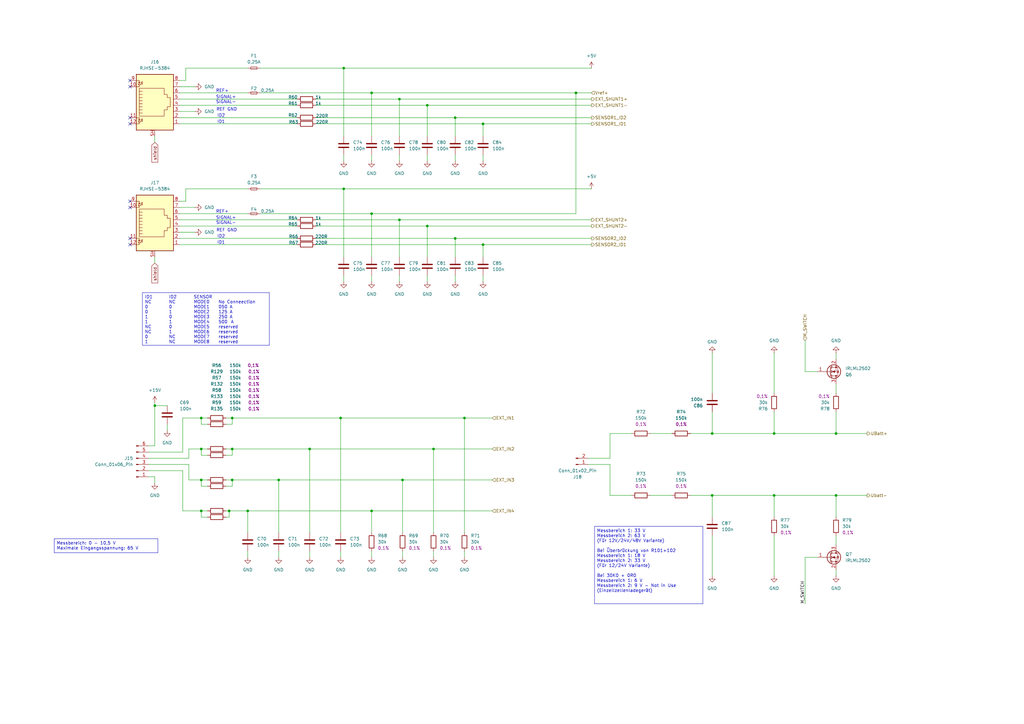
<source format=kicad_sch>
(kicad_sch
	(version 20231120)
	(generator "eeschema")
	(generator_version "8.0")
	(uuid "dd15a6d5-da93-4447-8f9b-960d9b2c6c46")
	(paper "A3")
	(lib_symbols
		(symbol "Connector:Conn_01x02_Pin"
			(pin_names
				(offset 1.016) hide)
			(exclude_from_sim no)
			(in_bom yes)
			(on_board yes)
			(property "Reference" "J"
				(at 0 2.54 0)
				(effects
					(font
						(size 1.27 1.27)
					)
				)
			)
			(property "Value" "Conn_01x02_Pin"
				(at 0 -5.08 0)
				(effects
					(font
						(size 1.27 1.27)
					)
				)
			)
			(property "Footprint" ""
				(at 0 0 0)
				(effects
					(font
						(size 1.27 1.27)
					)
					(hide yes)
				)
			)
			(property "Datasheet" "~"
				(at 0 0 0)
				(effects
					(font
						(size 1.27 1.27)
					)
					(hide yes)
				)
			)
			(property "Description" "Generic connector, single row, 01x02, script generated"
				(at 0 0 0)
				(effects
					(font
						(size 1.27 1.27)
					)
					(hide yes)
				)
			)
			(property "ki_locked" ""
				(at 0 0 0)
				(effects
					(font
						(size 1.27 1.27)
					)
				)
			)
			(property "ki_keywords" "connector"
				(at 0 0 0)
				(effects
					(font
						(size 1.27 1.27)
					)
					(hide yes)
				)
			)
			(property "ki_fp_filters" "Connector*:*_1x??_*"
				(at 0 0 0)
				(effects
					(font
						(size 1.27 1.27)
					)
					(hide yes)
				)
			)
			(symbol "Conn_01x02_Pin_1_1"
				(polyline
					(pts
						(xy 1.27 -2.54) (xy 0.8636 -2.54)
					)
					(stroke
						(width 0.1524)
						(type default)
					)
					(fill
						(type none)
					)
				)
				(polyline
					(pts
						(xy 1.27 0) (xy 0.8636 0)
					)
					(stroke
						(width 0.1524)
						(type default)
					)
					(fill
						(type none)
					)
				)
				(rectangle
					(start 0.8636 -2.413)
					(end 0 -2.667)
					(stroke
						(width 0.1524)
						(type default)
					)
					(fill
						(type outline)
					)
				)
				(rectangle
					(start 0.8636 0.127)
					(end 0 -0.127)
					(stroke
						(width 0.1524)
						(type default)
					)
					(fill
						(type outline)
					)
				)
				(pin passive line
					(at 5.08 0 180)
					(length 3.81)
					(name "Pin_1"
						(effects
							(font
								(size 1.27 1.27)
							)
						)
					)
					(number "1"
						(effects
							(font
								(size 1.27 1.27)
							)
						)
					)
				)
				(pin passive line
					(at 5.08 -2.54 180)
					(length 3.81)
					(name "Pin_2"
						(effects
							(font
								(size 1.27 1.27)
							)
						)
					)
					(number "2"
						(effects
							(font
								(size 1.27 1.27)
							)
						)
					)
				)
			)
		)
		(symbol "Connector:Conn_01x06_Pin"
			(pin_names
				(offset 1.016) hide)
			(exclude_from_sim no)
			(in_bom yes)
			(on_board yes)
			(property "Reference" "J"
				(at 0 7.62 0)
				(effects
					(font
						(size 1.27 1.27)
					)
				)
			)
			(property "Value" "Conn_01x06_Pin"
				(at 0 -10.16 0)
				(effects
					(font
						(size 1.27 1.27)
					)
				)
			)
			(property "Footprint" ""
				(at 0 0 0)
				(effects
					(font
						(size 1.27 1.27)
					)
					(hide yes)
				)
			)
			(property "Datasheet" "~"
				(at 0 0 0)
				(effects
					(font
						(size 1.27 1.27)
					)
					(hide yes)
				)
			)
			(property "Description" "Generic connector, single row, 01x06, script generated"
				(at 0 0 0)
				(effects
					(font
						(size 1.27 1.27)
					)
					(hide yes)
				)
			)
			(property "ki_locked" ""
				(at 0 0 0)
				(effects
					(font
						(size 1.27 1.27)
					)
				)
			)
			(property "ki_keywords" "connector"
				(at 0 0 0)
				(effects
					(font
						(size 1.27 1.27)
					)
					(hide yes)
				)
			)
			(property "ki_fp_filters" "Connector*:*_1x??_*"
				(at 0 0 0)
				(effects
					(font
						(size 1.27 1.27)
					)
					(hide yes)
				)
			)
			(symbol "Conn_01x06_Pin_1_1"
				(polyline
					(pts
						(xy 1.27 -7.62) (xy 0.8636 -7.62)
					)
					(stroke
						(width 0.1524)
						(type default)
					)
					(fill
						(type none)
					)
				)
				(polyline
					(pts
						(xy 1.27 -5.08) (xy 0.8636 -5.08)
					)
					(stroke
						(width 0.1524)
						(type default)
					)
					(fill
						(type none)
					)
				)
				(polyline
					(pts
						(xy 1.27 -2.54) (xy 0.8636 -2.54)
					)
					(stroke
						(width 0.1524)
						(type default)
					)
					(fill
						(type none)
					)
				)
				(polyline
					(pts
						(xy 1.27 0) (xy 0.8636 0)
					)
					(stroke
						(width 0.1524)
						(type default)
					)
					(fill
						(type none)
					)
				)
				(polyline
					(pts
						(xy 1.27 2.54) (xy 0.8636 2.54)
					)
					(stroke
						(width 0.1524)
						(type default)
					)
					(fill
						(type none)
					)
				)
				(polyline
					(pts
						(xy 1.27 5.08) (xy 0.8636 5.08)
					)
					(stroke
						(width 0.1524)
						(type default)
					)
					(fill
						(type none)
					)
				)
				(rectangle
					(start 0.8636 -7.493)
					(end 0 -7.747)
					(stroke
						(width 0.1524)
						(type default)
					)
					(fill
						(type outline)
					)
				)
				(rectangle
					(start 0.8636 -4.953)
					(end 0 -5.207)
					(stroke
						(width 0.1524)
						(type default)
					)
					(fill
						(type outline)
					)
				)
				(rectangle
					(start 0.8636 -2.413)
					(end 0 -2.667)
					(stroke
						(width 0.1524)
						(type default)
					)
					(fill
						(type outline)
					)
				)
				(rectangle
					(start 0.8636 0.127)
					(end 0 -0.127)
					(stroke
						(width 0.1524)
						(type default)
					)
					(fill
						(type outline)
					)
				)
				(rectangle
					(start 0.8636 2.667)
					(end 0 2.413)
					(stroke
						(width 0.1524)
						(type default)
					)
					(fill
						(type outline)
					)
				)
				(rectangle
					(start 0.8636 5.207)
					(end 0 4.953)
					(stroke
						(width 0.1524)
						(type default)
					)
					(fill
						(type outline)
					)
				)
				(pin passive line
					(at 5.08 5.08 180)
					(length 3.81)
					(name "Pin_1"
						(effects
							(font
								(size 1.27 1.27)
							)
						)
					)
					(number "1"
						(effects
							(font
								(size 1.27 1.27)
							)
						)
					)
				)
				(pin passive line
					(at 5.08 2.54 180)
					(length 3.81)
					(name "Pin_2"
						(effects
							(font
								(size 1.27 1.27)
							)
						)
					)
					(number "2"
						(effects
							(font
								(size 1.27 1.27)
							)
						)
					)
				)
				(pin passive line
					(at 5.08 0 180)
					(length 3.81)
					(name "Pin_3"
						(effects
							(font
								(size 1.27 1.27)
							)
						)
					)
					(number "3"
						(effects
							(font
								(size 1.27 1.27)
							)
						)
					)
				)
				(pin passive line
					(at 5.08 -2.54 180)
					(length 3.81)
					(name "Pin_4"
						(effects
							(font
								(size 1.27 1.27)
							)
						)
					)
					(number "4"
						(effects
							(font
								(size 1.27 1.27)
							)
						)
					)
				)
				(pin passive line
					(at 5.08 -5.08 180)
					(length 3.81)
					(name "Pin_5"
						(effects
							(font
								(size 1.27 1.27)
							)
						)
					)
					(number "5"
						(effects
							(font
								(size 1.27 1.27)
							)
						)
					)
				)
				(pin passive line
					(at 5.08 -7.62 180)
					(length 3.81)
					(name "Pin_6"
						(effects
							(font
								(size 1.27 1.27)
							)
						)
					)
					(number "6"
						(effects
							(font
								(size 1.27 1.27)
							)
						)
					)
				)
			)
		)
		(symbol "Connector:RJ45_LED_Shielded"
			(pin_names
				(offset 1.016)
			)
			(exclude_from_sim no)
			(in_bom yes)
			(on_board yes)
			(property "Reference" "J"
				(at -5.08 13.97 0)
				(effects
					(font
						(size 1.27 1.27)
					)
					(justify right)
				)
			)
			(property "Value" "RJ45_LED_Shielded"
				(at 1.27 13.97 0)
				(effects
					(font
						(size 1.27 1.27)
					)
					(justify left)
				)
			)
			(property "Footprint" ""
				(at 0 0.635 90)
				(effects
					(font
						(size 1.27 1.27)
					)
					(hide yes)
				)
			)
			(property "Datasheet" "~"
				(at 0 0.635 90)
				(effects
					(font
						(size 1.27 1.27)
					)
					(hide yes)
				)
			)
			(property "Description" "RJ connector, 8P8C (8 positions 8 connected), two LEDs, Shielded"
				(at 0 0 0)
				(effects
					(font
						(size 1.27 1.27)
					)
					(hide yes)
				)
			)
			(property "ki_keywords" "8P8C RJ socket jack connector led"
				(at 0 0 0)
				(effects
					(font
						(size 1.27 1.27)
					)
					(hide yes)
				)
			)
			(property "ki_fp_filters" "8P8C* RJ45*"
				(at 0 0 0)
				(effects
					(font
						(size 1.27 1.27)
					)
					(hide yes)
				)
			)
			(symbol "RJ45_LED_Shielded_0_1"
				(polyline
					(pts
						(xy -7.62 -7.62) (xy -6.35 -7.62)
					)
					(stroke
						(width 0)
						(type default)
					)
					(fill
						(type none)
					)
				)
				(polyline
					(pts
						(xy -7.62 -5.08) (xy -6.35 -5.08)
					)
					(stroke
						(width 0)
						(type default)
					)
					(fill
						(type none)
					)
				)
				(polyline
					(pts
						(xy -7.62 7.62) (xy -6.35 7.62)
					)
					(stroke
						(width 0)
						(type default)
					)
					(fill
						(type none)
					)
				)
				(polyline
					(pts
						(xy -7.62 10.16) (xy -6.35 10.16)
					)
					(stroke
						(width 0)
						(type default)
					)
					(fill
						(type none)
					)
				)
				(polyline
					(pts
						(xy -6.858 -5.842) (xy -5.842 -5.842)
					)
					(stroke
						(width 0)
						(type default)
					)
					(fill
						(type none)
					)
				)
				(polyline
					(pts
						(xy -6.858 9.398) (xy -5.842 9.398)
					)
					(stroke
						(width 0)
						(type default)
					)
					(fill
						(type none)
					)
				)
				(polyline
					(pts
						(xy -6.35 -7.62) (xy -6.35 -6.858)
					)
					(stroke
						(width 0)
						(type default)
					)
					(fill
						(type none)
					)
				)
				(polyline
					(pts
						(xy -6.35 -5.08) (xy -6.35 -5.842)
					)
					(stroke
						(width 0)
						(type default)
					)
					(fill
						(type none)
					)
				)
				(polyline
					(pts
						(xy -6.35 7.62) (xy -6.35 8.382)
					)
					(stroke
						(width 0)
						(type default)
					)
					(fill
						(type none)
					)
				)
				(polyline
					(pts
						(xy -6.35 10.16) (xy -6.35 9.398)
					)
					(stroke
						(width 0)
						(type default)
					)
					(fill
						(type none)
					)
				)
				(polyline
					(pts
						(xy -5.08 -6.223) (xy -5.207 -6.604)
					)
					(stroke
						(width 0)
						(type default)
					)
					(fill
						(type none)
					)
				)
				(polyline
					(pts
						(xy -5.08 -5.588) (xy -5.207 -5.969)
					)
					(stroke
						(width 0)
						(type default)
					)
					(fill
						(type none)
					)
				)
				(polyline
					(pts
						(xy -5.08 4.445) (xy -6.35 4.445)
					)
					(stroke
						(width 0)
						(type default)
					)
					(fill
						(type none)
					)
				)
				(polyline
					(pts
						(xy -5.08 5.715) (xy -6.35 5.715)
					)
					(stroke
						(width 0)
						(type default)
					)
					(fill
						(type none)
					)
				)
				(polyline
					(pts
						(xy -5.08 9.017) (xy -5.207 8.636)
					)
					(stroke
						(width 0)
						(type default)
					)
					(fill
						(type none)
					)
				)
				(polyline
					(pts
						(xy -5.08 9.652) (xy -5.207 9.271)
					)
					(stroke
						(width 0)
						(type default)
					)
					(fill
						(type none)
					)
				)
				(polyline
					(pts
						(xy -6.35 -3.175) (xy -5.08 -3.175) (xy -5.08 -3.175)
					)
					(stroke
						(width 0)
						(type default)
					)
					(fill
						(type none)
					)
				)
				(polyline
					(pts
						(xy -6.35 -1.905) (xy -5.08 -1.905) (xy -5.08 -1.905)
					)
					(stroke
						(width 0)
						(type default)
					)
					(fill
						(type none)
					)
				)
				(polyline
					(pts
						(xy -6.35 -0.635) (xy -5.08 -0.635) (xy -5.08 -0.635)
					)
					(stroke
						(width 0)
						(type default)
					)
					(fill
						(type none)
					)
				)
				(polyline
					(pts
						(xy -6.35 0.635) (xy -5.08 0.635) (xy -5.08 0.635)
					)
					(stroke
						(width 0)
						(type default)
					)
					(fill
						(type none)
					)
				)
				(polyline
					(pts
						(xy -6.35 1.905) (xy -5.08 1.905) (xy -5.08 1.905)
					)
					(stroke
						(width 0)
						(type default)
					)
					(fill
						(type none)
					)
				)
				(polyline
					(pts
						(xy -5.588 -6.731) (xy -5.08 -6.223) (xy -5.461 -6.35)
					)
					(stroke
						(width 0)
						(type default)
					)
					(fill
						(type none)
					)
				)
				(polyline
					(pts
						(xy -5.588 -6.096) (xy -5.08 -5.588) (xy -5.461 -5.715)
					)
					(stroke
						(width 0)
						(type default)
					)
					(fill
						(type none)
					)
				)
				(polyline
					(pts
						(xy -5.588 8.509) (xy -5.08 9.017) (xy -5.461 8.89)
					)
					(stroke
						(width 0)
						(type default)
					)
					(fill
						(type none)
					)
				)
				(polyline
					(pts
						(xy -5.588 9.144) (xy -5.08 9.652) (xy -5.461 9.525)
					)
					(stroke
						(width 0)
						(type default)
					)
					(fill
						(type none)
					)
				)
				(polyline
					(pts
						(xy -5.08 3.175) (xy -6.35 3.175) (xy -6.35 3.175)
					)
					(stroke
						(width 0)
						(type default)
					)
					(fill
						(type none)
					)
				)
				(polyline
					(pts
						(xy -6.35 -5.842) (xy -6.858 -6.858) (xy -5.842 -6.858) (xy -6.35 -5.842)
					)
					(stroke
						(width 0)
						(type default)
					)
					(fill
						(type none)
					)
				)
				(polyline
					(pts
						(xy -6.35 9.398) (xy -6.858 8.382) (xy -5.842 8.382) (xy -6.35 9.398)
					)
					(stroke
						(width 0)
						(type default)
					)
					(fill
						(type none)
					)
				)
				(polyline
					(pts
						(xy -6.35 -4.445) (xy -6.35 6.985) (xy 3.81 6.985) (xy 3.81 4.445) (xy 5.08 4.445) (xy 5.08 3.175)
						(xy 6.35 3.175) (xy 6.35 -0.635) (xy 5.08 -0.635) (xy 5.08 -1.905) (xy 3.81 -1.905) (xy 3.81 -4.445)
						(xy -6.35 -4.445) (xy -6.35 -4.445)
					)
					(stroke
						(width 0)
						(type default)
					)
					(fill
						(type none)
					)
				)
				(rectangle
					(start 7.62 12.7)
					(end -7.62 -10.16)
					(stroke
						(width 0.254)
						(type default)
					)
					(fill
						(type background)
					)
				)
			)
			(symbol "RJ45_LED_Shielded_1_1"
				(pin passive line
					(at 10.16 -7.62 180)
					(length 2.54)
					(name "~"
						(effects
							(font
								(size 1.27 1.27)
							)
						)
					)
					(number "1"
						(effects
							(font
								(size 1.27 1.27)
							)
						)
					)
				)
				(pin passive line
					(at -10.16 7.62 0)
					(length 2.54)
					(name "~"
						(effects
							(font
								(size 1.27 1.27)
							)
						)
					)
					(number "10"
						(effects
							(font
								(size 1.27 1.27)
							)
						)
					)
				)
				(pin passive line
					(at -10.16 -5.08 0)
					(length 2.54)
					(name "~"
						(effects
							(font
								(size 1.27 1.27)
							)
						)
					)
					(number "11"
						(effects
							(font
								(size 1.27 1.27)
							)
						)
					)
				)
				(pin passive line
					(at -10.16 -7.62 0)
					(length 2.54)
					(name "~"
						(effects
							(font
								(size 1.27 1.27)
							)
						)
					)
					(number "12"
						(effects
							(font
								(size 1.27 1.27)
							)
						)
					)
				)
				(pin passive line
					(at 10.16 -5.08 180)
					(length 2.54)
					(name "~"
						(effects
							(font
								(size 1.27 1.27)
							)
						)
					)
					(number "2"
						(effects
							(font
								(size 1.27 1.27)
							)
						)
					)
				)
				(pin passive line
					(at 10.16 -2.54 180)
					(length 2.54)
					(name "~"
						(effects
							(font
								(size 1.27 1.27)
							)
						)
					)
					(number "3"
						(effects
							(font
								(size 1.27 1.27)
							)
						)
					)
				)
				(pin passive line
					(at 10.16 0 180)
					(length 2.54)
					(name "~"
						(effects
							(font
								(size 1.27 1.27)
							)
						)
					)
					(number "4"
						(effects
							(font
								(size 1.27 1.27)
							)
						)
					)
				)
				(pin passive line
					(at 10.16 2.54 180)
					(length 2.54)
					(name "~"
						(effects
							(font
								(size 1.27 1.27)
							)
						)
					)
					(number "5"
						(effects
							(font
								(size 1.27 1.27)
							)
						)
					)
				)
				(pin passive line
					(at 10.16 5.08 180)
					(length 2.54)
					(name "~"
						(effects
							(font
								(size 1.27 1.27)
							)
						)
					)
					(number "6"
						(effects
							(font
								(size 1.27 1.27)
							)
						)
					)
				)
				(pin passive line
					(at 10.16 7.62 180)
					(length 2.54)
					(name "~"
						(effects
							(font
								(size 1.27 1.27)
							)
						)
					)
					(number "7"
						(effects
							(font
								(size 1.27 1.27)
							)
						)
					)
				)
				(pin passive line
					(at 10.16 10.16 180)
					(length 2.54)
					(name "~"
						(effects
							(font
								(size 1.27 1.27)
							)
						)
					)
					(number "8"
						(effects
							(font
								(size 1.27 1.27)
							)
						)
					)
				)
				(pin passive line
					(at -10.16 10.16 0)
					(length 2.54)
					(name "~"
						(effects
							(font
								(size 1.27 1.27)
							)
						)
					)
					(number "9"
						(effects
							(font
								(size 1.27 1.27)
							)
						)
					)
				)
				(pin passive line
					(at 0 -12.7 90)
					(length 2.54)
					(name "~"
						(effects
							(font
								(size 1.27 1.27)
							)
						)
					)
					(number "SH"
						(effects
							(font
								(size 1.27 1.27)
							)
						)
					)
				)
			)
		)
		(symbol "Device:C"
			(pin_numbers hide)
			(pin_names
				(offset 0.254)
			)
			(exclude_from_sim no)
			(in_bom yes)
			(on_board yes)
			(property "Reference" "C"
				(at 0.635 2.54 0)
				(effects
					(font
						(size 1.27 1.27)
					)
					(justify left)
				)
			)
			(property "Value" "C"
				(at 0.635 -2.54 0)
				(effects
					(font
						(size 1.27 1.27)
					)
					(justify left)
				)
			)
			(property "Footprint" ""
				(at 0.9652 -3.81 0)
				(effects
					(font
						(size 1.27 1.27)
					)
					(hide yes)
				)
			)
			(property "Datasheet" "~"
				(at 0 0 0)
				(effects
					(font
						(size 1.27 1.27)
					)
					(hide yes)
				)
			)
			(property "Description" "Unpolarized capacitor"
				(at 0 0 0)
				(effects
					(font
						(size 1.27 1.27)
					)
					(hide yes)
				)
			)
			(property "ki_keywords" "cap capacitor"
				(at 0 0 0)
				(effects
					(font
						(size 1.27 1.27)
					)
					(hide yes)
				)
			)
			(property "ki_fp_filters" "C_*"
				(at 0 0 0)
				(effects
					(font
						(size 1.27 1.27)
					)
					(hide yes)
				)
			)
			(symbol "C_0_1"
				(polyline
					(pts
						(xy -2.032 -0.762) (xy 2.032 -0.762)
					)
					(stroke
						(width 0.508)
						(type default)
					)
					(fill
						(type none)
					)
				)
				(polyline
					(pts
						(xy -2.032 0.762) (xy 2.032 0.762)
					)
					(stroke
						(width 0.508)
						(type default)
					)
					(fill
						(type none)
					)
				)
			)
			(symbol "C_1_1"
				(pin passive line
					(at 0 3.81 270)
					(length 2.794)
					(name "~"
						(effects
							(font
								(size 1.27 1.27)
							)
						)
					)
					(number "1"
						(effects
							(font
								(size 1.27 1.27)
							)
						)
					)
				)
				(pin passive line
					(at 0 -3.81 90)
					(length 2.794)
					(name "~"
						(effects
							(font
								(size 1.27 1.27)
							)
						)
					)
					(number "2"
						(effects
							(font
								(size 1.27 1.27)
							)
						)
					)
				)
			)
		)
		(symbol "Device:Fuse_Small"
			(pin_numbers hide)
			(pin_names
				(offset 0.254) hide)
			(exclude_from_sim no)
			(in_bom yes)
			(on_board yes)
			(property "Reference" "F"
				(at 0 -1.524 0)
				(effects
					(font
						(size 1.27 1.27)
					)
				)
			)
			(property "Value" "Fuse_Small"
				(at 0 1.524 0)
				(effects
					(font
						(size 1.27 1.27)
					)
				)
			)
			(property "Footprint" ""
				(at 0 0 0)
				(effects
					(font
						(size 1.27 1.27)
					)
					(hide yes)
				)
			)
			(property "Datasheet" "~"
				(at 0 0 0)
				(effects
					(font
						(size 1.27 1.27)
					)
					(hide yes)
				)
			)
			(property "Description" "Fuse, small symbol"
				(at 0 0 0)
				(effects
					(font
						(size 1.27 1.27)
					)
					(hide yes)
				)
			)
			(property "ki_keywords" "fuse"
				(at 0 0 0)
				(effects
					(font
						(size 1.27 1.27)
					)
					(hide yes)
				)
			)
			(property "ki_fp_filters" "*Fuse*"
				(at 0 0 0)
				(effects
					(font
						(size 1.27 1.27)
					)
					(hide yes)
				)
			)
			(symbol "Fuse_Small_0_1"
				(rectangle
					(start -1.27 0.508)
					(end 1.27 -0.508)
					(stroke
						(width 0)
						(type default)
					)
					(fill
						(type none)
					)
				)
				(polyline
					(pts
						(xy -1.27 0) (xy 1.27 0)
					)
					(stroke
						(width 0)
						(type default)
					)
					(fill
						(type none)
					)
				)
			)
			(symbol "Fuse_Small_1_1"
				(pin passive line
					(at -2.54 0 0)
					(length 1.27)
					(name "~"
						(effects
							(font
								(size 1.27 1.27)
							)
						)
					)
					(number "1"
						(effects
							(font
								(size 1.27 1.27)
							)
						)
					)
				)
				(pin passive line
					(at 2.54 0 180)
					(length 1.27)
					(name "~"
						(effects
							(font
								(size 1.27 1.27)
							)
						)
					)
					(number "2"
						(effects
							(font
								(size 1.27 1.27)
							)
						)
					)
				)
			)
		)
		(symbol "Device:R"
			(pin_numbers hide)
			(pin_names
				(offset 0)
			)
			(exclude_from_sim no)
			(in_bom yes)
			(on_board yes)
			(property "Reference" "R"
				(at 2.032 0 90)
				(effects
					(font
						(size 1.27 1.27)
					)
				)
			)
			(property "Value" "R"
				(at 0 0 90)
				(effects
					(font
						(size 1.27 1.27)
					)
				)
			)
			(property "Footprint" ""
				(at -1.778 0 90)
				(effects
					(font
						(size 1.27 1.27)
					)
					(hide yes)
				)
			)
			(property "Datasheet" "~"
				(at 0 0 0)
				(effects
					(font
						(size 1.27 1.27)
					)
					(hide yes)
				)
			)
			(property "Description" "Resistor"
				(at 0 0 0)
				(effects
					(font
						(size 1.27 1.27)
					)
					(hide yes)
				)
			)
			(property "ki_keywords" "R res resistor"
				(at 0 0 0)
				(effects
					(font
						(size 1.27 1.27)
					)
					(hide yes)
				)
			)
			(property "ki_fp_filters" "R_*"
				(at 0 0 0)
				(effects
					(font
						(size 1.27 1.27)
					)
					(hide yes)
				)
			)
			(symbol "R_0_1"
				(rectangle
					(start -1.016 -2.54)
					(end 1.016 2.54)
					(stroke
						(width 0.254)
						(type default)
					)
					(fill
						(type none)
					)
				)
			)
			(symbol "R_1_1"
				(pin passive line
					(at 0 3.81 270)
					(length 1.27)
					(name "~"
						(effects
							(font
								(size 1.27 1.27)
							)
						)
					)
					(number "1"
						(effects
							(font
								(size 1.27 1.27)
							)
						)
					)
				)
				(pin passive line
					(at 0 -3.81 90)
					(length 1.27)
					(name "~"
						(effects
							(font
								(size 1.27 1.27)
							)
						)
					)
					(number "2"
						(effects
							(font
								(size 1.27 1.27)
							)
						)
					)
				)
			)
		)
		(symbol "Transistor_FET:IRLML0030"
			(pin_names hide)
			(exclude_from_sim no)
			(in_bom yes)
			(on_board yes)
			(property "Reference" "Q"
				(at 5.08 1.905 0)
				(effects
					(font
						(size 1.27 1.27)
					)
					(justify left)
				)
			)
			(property "Value" "IRLML0030"
				(at 5.08 0 0)
				(effects
					(font
						(size 1.27 1.27)
					)
					(justify left)
				)
			)
			(property "Footprint" "Package_TO_SOT_SMD:SOT-23"
				(at 5.08 -1.905 0)
				(effects
					(font
						(size 1.27 1.27)
						(italic yes)
					)
					(justify left)
					(hide yes)
				)
			)
			(property "Datasheet" "https://www.infineon.com/dgdl/irlml0030pbf.pdf?fileId=5546d462533600a401535664773825df"
				(at 5.08 -3.81 0)
				(effects
					(font
						(size 1.27 1.27)
					)
					(justify left)
					(hide yes)
				)
			)
			(property "Description" "5.3A Id, 30V Vds, 27mOhm Rds, N-Channel HEXFET Power MOSFET, SOT-23"
				(at 0 0 0)
				(effects
					(font
						(size 1.27 1.27)
					)
					(hide yes)
				)
			)
			(property "ki_keywords" "N-Channel HEXFET MOSFET Logic-Level"
				(at 0 0 0)
				(effects
					(font
						(size 1.27 1.27)
					)
					(hide yes)
				)
			)
			(property "ki_fp_filters" "SOT?23*"
				(at 0 0 0)
				(effects
					(font
						(size 1.27 1.27)
					)
					(hide yes)
				)
			)
			(symbol "IRLML0030_0_1"
				(polyline
					(pts
						(xy 0.254 0) (xy -2.54 0)
					)
					(stroke
						(width 0)
						(type default)
					)
					(fill
						(type none)
					)
				)
				(polyline
					(pts
						(xy 0.254 1.905) (xy 0.254 -1.905)
					)
					(stroke
						(width 0.254)
						(type default)
					)
					(fill
						(type none)
					)
				)
				(polyline
					(pts
						(xy 0.762 -1.27) (xy 0.762 -2.286)
					)
					(stroke
						(width 0.254)
						(type default)
					)
					(fill
						(type none)
					)
				)
				(polyline
					(pts
						(xy 0.762 0.508) (xy 0.762 -0.508)
					)
					(stroke
						(width 0.254)
						(type default)
					)
					(fill
						(type none)
					)
				)
				(polyline
					(pts
						(xy 0.762 2.286) (xy 0.762 1.27)
					)
					(stroke
						(width 0.254)
						(type default)
					)
					(fill
						(type none)
					)
				)
				(polyline
					(pts
						(xy 2.54 2.54) (xy 2.54 1.778)
					)
					(stroke
						(width 0)
						(type default)
					)
					(fill
						(type none)
					)
				)
				(polyline
					(pts
						(xy 2.54 -2.54) (xy 2.54 0) (xy 0.762 0)
					)
					(stroke
						(width 0)
						(type default)
					)
					(fill
						(type none)
					)
				)
				(polyline
					(pts
						(xy 0.762 -1.778) (xy 3.302 -1.778) (xy 3.302 1.778) (xy 0.762 1.778)
					)
					(stroke
						(width 0)
						(type default)
					)
					(fill
						(type none)
					)
				)
				(polyline
					(pts
						(xy 1.016 0) (xy 2.032 0.381) (xy 2.032 -0.381) (xy 1.016 0)
					)
					(stroke
						(width 0)
						(type default)
					)
					(fill
						(type outline)
					)
				)
				(polyline
					(pts
						(xy 2.794 0.508) (xy 2.921 0.381) (xy 3.683 0.381) (xy 3.81 0.254)
					)
					(stroke
						(width 0)
						(type default)
					)
					(fill
						(type none)
					)
				)
				(polyline
					(pts
						(xy 3.302 0.381) (xy 2.921 -0.254) (xy 3.683 -0.254) (xy 3.302 0.381)
					)
					(stroke
						(width 0)
						(type default)
					)
					(fill
						(type none)
					)
				)
				(circle
					(center 1.651 0)
					(radius 2.794)
					(stroke
						(width 0.254)
						(type default)
					)
					(fill
						(type none)
					)
				)
				(circle
					(center 2.54 -1.778)
					(radius 0.254)
					(stroke
						(width 0)
						(type default)
					)
					(fill
						(type outline)
					)
				)
				(circle
					(center 2.54 1.778)
					(radius 0.254)
					(stroke
						(width 0)
						(type default)
					)
					(fill
						(type outline)
					)
				)
			)
			(symbol "IRLML0030_1_1"
				(pin input line
					(at -5.08 0 0)
					(length 2.54)
					(name "G"
						(effects
							(font
								(size 1.27 1.27)
							)
						)
					)
					(number "1"
						(effects
							(font
								(size 1.27 1.27)
							)
						)
					)
				)
				(pin passive line
					(at 2.54 -5.08 90)
					(length 2.54)
					(name "S"
						(effects
							(font
								(size 1.27 1.27)
							)
						)
					)
					(number "2"
						(effects
							(font
								(size 1.27 1.27)
							)
						)
					)
				)
				(pin passive line
					(at 2.54 5.08 270)
					(length 2.54)
					(name "D"
						(effects
							(font
								(size 1.27 1.27)
							)
						)
					)
					(number "3"
						(effects
							(font
								(size 1.27 1.27)
							)
						)
					)
				)
			)
		)
		(symbol "power:+15V"
			(power)
			(pin_numbers hide)
			(pin_names
				(offset 0) hide)
			(exclude_from_sim no)
			(in_bom yes)
			(on_board yes)
			(property "Reference" "#PWR"
				(at 0 -3.81 0)
				(effects
					(font
						(size 1.27 1.27)
					)
					(hide yes)
				)
			)
			(property "Value" "+15V"
				(at 0 3.556 0)
				(effects
					(font
						(size 1.27 1.27)
					)
				)
			)
			(property "Footprint" ""
				(at 0 0 0)
				(effects
					(font
						(size 1.27 1.27)
					)
					(hide yes)
				)
			)
			(property "Datasheet" ""
				(at 0 0 0)
				(effects
					(font
						(size 1.27 1.27)
					)
					(hide yes)
				)
			)
			(property "Description" "Power symbol creates a global label with name \"+15V\""
				(at 0 0 0)
				(effects
					(font
						(size 1.27 1.27)
					)
					(hide yes)
				)
			)
			(property "ki_keywords" "global power"
				(at 0 0 0)
				(effects
					(font
						(size 1.27 1.27)
					)
					(hide yes)
				)
			)
			(symbol "+15V_0_1"
				(polyline
					(pts
						(xy -0.762 1.27) (xy 0 2.54)
					)
					(stroke
						(width 0)
						(type default)
					)
					(fill
						(type none)
					)
				)
				(polyline
					(pts
						(xy 0 0) (xy 0 2.54)
					)
					(stroke
						(width 0)
						(type default)
					)
					(fill
						(type none)
					)
				)
				(polyline
					(pts
						(xy 0 2.54) (xy 0.762 1.27)
					)
					(stroke
						(width 0)
						(type default)
					)
					(fill
						(type none)
					)
				)
			)
			(symbol "+15V_1_1"
				(pin power_in line
					(at 0 0 90)
					(length 0)
					(name "~"
						(effects
							(font
								(size 1.27 1.27)
							)
						)
					)
					(number "1"
						(effects
							(font
								(size 1.27 1.27)
							)
						)
					)
				)
			)
		)
		(symbol "power:+5V"
			(power)
			(pin_numbers hide)
			(pin_names
				(offset 0) hide)
			(exclude_from_sim no)
			(in_bom yes)
			(on_board yes)
			(property "Reference" "#PWR"
				(at 0 -3.81 0)
				(effects
					(font
						(size 1.27 1.27)
					)
					(hide yes)
				)
			)
			(property "Value" "+5V"
				(at 0 3.556 0)
				(effects
					(font
						(size 1.27 1.27)
					)
				)
			)
			(property "Footprint" ""
				(at 0 0 0)
				(effects
					(font
						(size 1.27 1.27)
					)
					(hide yes)
				)
			)
			(property "Datasheet" ""
				(at 0 0 0)
				(effects
					(font
						(size 1.27 1.27)
					)
					(hide yes)
				)
			)
			(property "Description" "Power symbol creates a global label with name \"+5V\""
				(at 0 0 0)
				(effects
					(font
						(size 1.27 1.27)
					)
					(hide yes)
				)
			)
			(property "ki_keywords" "global power"
				(at 0 0 0)
				(effects
					(font
						(size 1.27 1.27)
					)
					(hide yes)
				)
			)
			(symbol "+5V_0_1"
				(polyline
					(pts
						(xy -0.762 1.27) (xy 0 2.54)
					)
					(stroke
						(width 0)
						(type default)
					)
					(fill
						(type none)
					)
				)
				(polyline
					(pts
						(xy 0 0) (xy 0 2.54)
					)
					(stroke
						(width 0)
						(type default)
					)
					(fill
						(type none)
					)
				)
				(polyline
					(pts
						(xy 0 2.54) (xy 0.762 1.27)
					)
					(stroke
						(width 0)
						(type default)
					)
					(fill
						(type none)
					)
				)
			)
			(symbol "+5V_1_1"
				(pin power_in line
					(at 0 0 90)
					(length 0)
					(name "~"
						(effects
							(font
								(size 1.27 1.27)
							)
						)
					)
					(number "1"
						(effects
							(font
								(size 1.27 1.27)
							)
						)
					)
				)
			)
		)
		(symbol "power:GND"
			(power)
			(pin_numbers hide)
			(pin_names
				(offset 0) hide)
			(exclude_from_sim no)
			(in_bom yes)
			(on_board yes)
			(property "Reference" "#PWR"
				(at 0 -6.35 0)
				(effects
					(font
						(size 1.27 1.27)
					)
					(hide yes)
				)
			)
			(property "Value" "GND"
				(at 0 -3.81 0)
				(effects
					(font
						(size 1.27 1.27)
					)
				)
			)
			(property "Footprint" ""
				(at 0 0 0)
				(effects
					(font
						(size 1.27 1.27)
					)
					(hide yes)
				)
			)
			(property "Datasheet" ""
				(at 0 0 0)
				(effects
					(font
						(size 1.27 1.27)
					)
					(hide yes)
				)
			)
			(property "Description" "Power symbol creates a global label with name \"GND\" , ground"
				(at 0 0 0)
				(effects
					(font
						(size 1.27 1.27)
					)
					(hide yes)
				)
			)
			(property "ki_keywords" "global power"
				(at 0 0 0)
				(effects
					(font
						(size 1.27 1.27)
					)
					(hide yes)
				)
			)
			(symbol "GND_0_1"
				(polyline
					(pts
						(xy 0 0) (xy 0 -1.27) (xy 1.27 -1.27) (xy 0 -2.54) (xy -1.27 -1.27) (xy 0 -1.27)
					)
					(stroke
						(width 0)
						(type default)
					)
					(fill
						(type none)
					)
				)
			)
			(symbol "GND_1_1"
				(pin power_in line
					(at 0 0 270)
					(length 0)
					(name "~"
						(effects
							(font
								(size 1.27 1.27)
							)
						)
					)
					(number "1"
						(effects
							(font
								(size 1.27 1.27)
							)
						)
					)
				)
			)
		)
	)
	(junction
		(at 186.69 48.26)
		(diameter 0)
		(color 0 0 0 0)
		(uuid "0f46d7da-3c24-4bfc-8231-b221d281656f")
	)
	(junction
		(at 198.12 100.33)
		(diameter 0)
		(color 0 0 0 0)
		(uuid "163f3834-3c0c-44d1-aea1-b8ce80fe4e58")
	)
	(junction
		(at 140.97 77.47)
		(diameter 0)
		(color 0 0 0 0)
		(uuid "19ae751e-dfd9-4e5f-914f-8a7047d6a7b1")
	)
	(junction
		(at 82.55 209.55)
		(diameter 0)
		(color 0 0 0 0)
		(uuid "253fc180-e2b0-47e4-9153-478427d9eb28")
	)
	(junction
		(at 236.22 38.1)
		(diameter 0)
		(color 0 0 0 0)
		(uuid "25a9949c-0607-41a5-8480-9e3d83f938fe")
	)
	(junction
		(at 175.26 43.18)
		(diameter 0)
		(color 0 0 0 0)
		(uuid "2bf28434-9e82-44b0-af03-72b621975fe1")
	)
	(junction
		(at 175.26 92.71)
		(diameter 0)
		(color 0 0 0 0)
		(uuid "2e35368a-e472-402b-b619-e964da5446a6")
	)
	(junction
		(at 163.83 40.64)
		(diameter 0)
		(color 0 0 0 0)
		(uuid "2eb5fa5b-6515-4434-a5d7-ea29ce0cc90b")
	)
	(junction
		(at 114.3 196.85)
		(diameter 0)
		(color 0 0 0 0)
		(uuid "44544c9e-503c-4dfb-9496-cca3bde580b3")
	)
	(junction
		(at 198.12 50.8)
		(diameter 0)
		(color 0 0 0 0)
		(uuid "46943a47-44a7-4bb8-8d65-db0d0dc18e88")
	)
	(junction
		(at 190.5 171.45)
		(diameter 0)
		(color 0 0 0 0)
		(uuid "55cca847-ab20-414b-826d-84c441e4b2fe")
	)
	(junction
		(at 163.83 90.17)
		(diameter 0)
		(color 0 0 0 0)
		(uuid "57955552-3da9-480b-b8b6-528563afaa47")
	)
	(junction
		(at 95.25 196.85)
		(diameter 0)
		(color 0 0 0 0)
		(uuid "6f293d30-f34f-4ced-8789-5577f7c1eaa7")
	)
	(junction
		(at 63.5 166.37)
		(diameter 0)
		(color 0 0 0 0)
		(uuid "7b777b9e-fab7-4964-ab4e-078daa299fa0")
	)
	(junction
		(at 186.69 97.79)
		(diameter 0)
		(color 0 0 0 0)
		(uuid "7ef81cb5-4eb4-4568-8e6f-29359457f617")
	)
	(junction
		(at 101.6 209.55)
		(diameter 0)
		(color 0 0 0 0)
		(uuid "8ed86799-e0d9-45c6-81ef-a14d4376839e")
	)
	(junction
		(at 127 184.15)
		(diameter 0)
		(color 0 0 0 0)
		(uuid "90284513-dc91-4e67-83b2-d7fffdea8cf6")
	)
	(junction
		(at 292.1 203.2)
		(diameter 0)
		(color 0 0 0 0)
		(uuid "908489e9-192f-4eb1-b68f-44eea9a26a58")
	)
	(junction
		(at 292.1 177.8)
		(diameter 0)
		(color 0 0 0 0)
		(uuid "91a4ad1a-8cf2-4ba0-8dda-d228602c2dde")
	)
	(junction
		(at 152.4 38.1)
		(diameter 0)
		(color 0 0 0 0)
		(uuid "98dee3ed-86f3-46d9-ad26-f02e9db52830")
	)
	(junction
		(at 93.98 209.55)
		(diameter 0)
		(color 0 0 0 0)
		(uuid "a2449926-46db-4803-8a2c-fa03ebf72dee")
	)
	(junction
		(at 342.9 177.8)
		(diameter 0)
		(color 0 0 0 0)
		(uuid "a30a1b34-508e-4a3c-b892-ebfb84e0e100")
	)
	(junction
		(at 95.25 184.15)
		(diameter 0)
		(color 0 0 0 0)
		(uuid "a5a66bb5-cd75-43fb-8ce3-7442d7ff94f1")
	)
	(junction
		(at 317.5 177.8)
		(diameter 0)
		(color 0 0 0 0)
		(uuid "aafd4b04-9357-46c0-bc78-6f20045b5050")
	)
	(junction
		(at 165.1 196.85)
		(diameter 0)
		(color 0 0 0 0)
		(uuid "b201a41c-d92d-448d-9df5-63dcc39da78d")
	)
	(junction
		(at 139.7 171.45)
		(diameter 0)
		(color 0 0 0 0)
		(uuid "b86f3f34-3629-4cfa-b73e-b7a6b254a376")
	)
	(junction
		(at 152.4 87.63)
		(diameter 0)
		(color 0 0 0 0)
		(uuid "c2c72c8b-7f7c-4ebd-98a4-a5fcde16c84b")
	)
	(junction
		(at 82.55 171.45)
		(diameter 0)
		(color 0 0 0 0)
		(uuid "ca9c47a0-ca7e-4623-a039-ea3a9102e662")
	)
	(junction
		(at 95.25 171.45)
		(diameter 0)
		(color 0 0 0 0)
		(uuid "d4fb4011-e49d-45e9-a6b4-d89724df94d5")
	)
	(junction
		(at 317.5 203.2)
		(diameter 0)
		(color 0 0 0 0)
		(uuid "da7c7eb0-de30-44bb-b118-8f3a6da540e4")
	)
	(junction
		(at 82.55 184.15)
		(diameter 0)
		(color 0 0 0 0)
		(uuid "e08c1447-d7ab-4b9b-9bcf-01a10692cb68")
	)
	(junction
		(at 177.8 184.15)
		(diameter 0)
		(color 0 0 0 0)
		(uuid "e152af9a-7685-40ad-9a4e-2468ff7c1200")
	)
	(junction
		(at 140.97 27.94)
		(diameter 0)
		(color 0 0 0 0)
		(uuid "e15efdd9-320b-4cfb-8b6d-1c6973aa7967")
	)
	(junction
		(at 152.4 209.55)
		(diameter 0)
		(color 0 0 0 0)
		(uuid "e9298bd4-7722-4114-8135-728e515374fc")
	)
	(junction
		(at 82.55 196.85)
		(diameter 0)
		(color 0 0 0 0)
		(uuid "f7c12e9b-b8c5-4c9a-a844-2002933c7403")
	)
	(junction
		(at 342.9 203.2)
		(diameter 0)
		(color 0 0 0 0)
		(uuid "fa51d07d-6539-4ff2-8f97-e518426a30c0")
	)
	(no_connect
		(at 53.34 50.8)
		(uuid "0863e65c-d9c3-42b5-81b5-1e8b2efc37c4")
	)
	(no_connect
		(at 53.34 100.33)
		(uuid "4eee5b92-e88e-4e98-bd85-36bfa232e880")
	)
	(no_connect
		(at 53.34 48.26)
		(uuid "51f1c6c6-e335-419a-9371-8db060367b5f")
	)
	(no_connect
		(at 53.34 35.56)
		(uuid "882e1b5e-6b6f-4adc-8a0e-514ba4e7642a")
	)
	(no_connect
		(at 53.34 82.55)
		(uuid "93f04c0a-0cd9-4694-ae05-330e8b0e443e")
	)
	(no_connect
		(at 53.34 97.79)
		(uuid "b6f2d5cd-f110-4fd3-96d0-dc2da27bb954")
	)
	(no_connect
		(at 53.34 85.09)
		(uuid "c6024ce9-91d1-4c77-ba1f-e1d9dc663583")
	)
	(no_connect
		(at 53.34 33.02)
		(uuid "dc3765c2-389f-4919-b98b-93f475e64e8f")
	)
	(wire
		(pts
			(xy 73.66 92.71) (xy 121.92 92.71)
		)
		(stroke
			(width 0)
			(type default)
		)
		(uuid "00b4e279-d29b-4e0b-acd2-3f5c124a8363")
	)
	(wire
		(pts
			(xy 198.12 50.8) (xy 242.57 50.8)
		)
		(stroke
			(width 0)
			(type default)
		)
		(uuid "02344978-7b34-4173-9fcc-323524883e1b")
	)
	(wire
		(pts
			(xy 73.66 85.09) (xy 80.01 85.09)
		)
		(stroke
			(width 0)
			(type default)
		)
		(uuid "036607dd-e38f-473e-bd28-da532d9300a9")
	)
	(wire
		(pts
			(xy 165.1 226.06) (xy 165.1 228.6)
		)
		(stroke
			(width 0)
			(type default)
		)
		(uuid "0508b64c-a4f4-40ca-928e-80ead278e980")
	)
	(wire
		(pts
			(xy 241.3 190.5) (xy 250.19 190.5)
		)
		(stroke
			(width 0)
			(type default)
		)
		(uuid "05f3c0a6-6414-4a07-bdee-98d040c011e1")
	)
	(wire
		(pts
			(xy 73.66 33.02) (xy 76.2 33.02)
		)
		(stroke
			(width 0)
			(type default)
		)
		(uuid "08646bb4-4128-46af-8473-67f5ff89b440")
	)
	(wire
		(pts
			(xy 317.5 177.8) (xy 317.5 168.91)
		)
		(stroke
			(width 0)
			(type default)
		)
		(uuid "08d9556a-6d0c-4911-99b1-7d7631c1359c")
	)
	(wire
		(pts
			(xy 76.2 27.94) (xy 101.6 27.94)
		)
		(stroke
			(width 0)
			(type default)
		)
		(uuid "0a4768b5-031d-4b6d-9957-55215e982ac0")
	)
	(wire
		(pts
			(xy 95.25 173.99) (xy 95.25 171.45)
		)
		(stroke
			(width 0)
			(type default)
		)
		(uuid "0b1ca77b-4ea9-4292-8489-4aa63b4c0e0b")
	)
	(wire
		(pts
			(xy 165.1 196.85) (xy 201.93 196.85)
		)
		(stroke
			(width 0)
			(type default)
		)
		(uuid "0b62841f-8134-469f-addc-5154dd7d6f07")
	)
	(wire
		(pts
			(xy 292.1 219.71) (xy 292.1 236.22)
		)
		(stroke
			(width 0)
			(type default)
		)
		(uuid "0bbe016c-0822-42d6-bfa3-1cd96315ec45")
	)
	(wire
		(pts
			(xy 129.54 40.64) (xy 163.83 40.64)
		)
		(stroke
			(width 0)
			(type default)
		)
		(uuid "0c154bf7-3584-4e8e-8734-f435c28014e3")
	)
	(wire
		(pts
			(xy 73.66 90.17) (xy 121.92 90.17)
		)
		(stroke
			(width 0)
			(type default)
		)
		(uuid "0f0fbae5-ad5f-4db1-a618-55e7221994de")
	)
	(wire
		(pts
			(xy 266.7 203.2) (xy 275.59 203.2)
		)
		(stroke
			(width 0)
			(type default)
		)
		(uuid "0f2545a9-3593-4a19-b3b2-67da28d95e57")
	)
	(wire
		(pts
			(xy 163.83 40.64) (xy 163.83 55.88)
		)
		(stroke
			(width 0)
			(type default)
		)
		(uuid "10ae0333-98e0-47d8-97cb-ea44989cf8cd")
	)
	(wire
		(pts
			(xy 82.55 171.45) (xy 85.09 171.45)
		)
		(stroke
			(width 0)
			(type default)
		)
		(uuid "1119994e-c4a6-4739-89aa-3e018f8cd45b")
	)
	(wire
		(pts
			(xy 92.71 209.55) (xy 93.98 209.55)
		)
		(stroke
			(width 0)
			(type default)
		)
		(uuid "12c84038-6f9c-4396-ba60-b9c34ed174f2")
	)
	(wire
		(pts
			(xy 82.55 196.85) (xy 85.09 196.85)
		)
		(stroke
			(width 0)
			(type default)
		)
		(uuid "140dc977-c5ea-42de-8f87-3f6293a73894")
	)
	(wire
		(pts
			(xy 82.55 186.69) (xy 82.55 184.15)
		)
		(stroke
			(width 0)
			(type default)
		)
		(uuid "14f84e87-8963-4f13-ba16-5f75514ad5b8")
	)
	(wire
		(pts
			(xy 92.71 171.45) (xy 95.25 171.45)
		)
		(stroke
			(width 0)
			(type default)
		)
		(uuid "151c064a-836c-4976-8b39-a808f683350e")
	)
	(wire
		(pts
			(xy 114.3 226.06) (xy 114.3 228.6)
		)
		(stroke
			(width 0)
			(type default)
		)
		(uuid "15a3e208-46ad-4f64-94d9-3f5b6e3a2080")
	)
	(wire
		(pts
			(xy 236.22 38.1) (xy 236.22 87.63)
		)
		(stroke
			(width 0)
			(type default)
		)
		(uuid "1640bdd9-1a31-4af4-bf10-cea11f0efc6f")
	)
	(wire
		(pts
			(xy 85.09 199.39) (xy 82.55 199.39)
		)
		(stroke
			(width 0)
			(type default)
		)
		(uuid "166b5dd5-2f2b-48f5-9a11-17941237eb22")
	)
	(wire
		(pts
			(xy 140.97 63.5) (xy 140.97 66.04)
		)
		(stroke
			(width 0)
			(type default)
		)
		(uuid "16bd2db0-61d8-4a17-b0c2-291675205295")
	)
	(wire
		(pts
			(xy 177.8 184.15) (xy 177.8 218.44)
		)
		(stroke
			(width 0)
			(type default)
		)
		(uuid "1715a5f0-ecae-4675-8dc5-13dcff788bac")
	)
	(wire
		(pts
			(xy 73.66 40.64) (xy 121.92 40.64)
		)
		(stroke
			(width 0)
			(type default)
		)
		(uuid "17b4623e-b63b-4b1a-9a63-4cf7e4b9b864")
	)
	(wire
		(pts
			(xy 76.2 27.94) (xy 76.2 33.02)
		)
		(stroke
			(width 0)
			(type default)
		)
		(uuid "1bdf1b55-a3e0-4df4-94a6-f4f80388e3bf")
	)
	(wire
		(pts
			(xy 317.5 177.8) (xy 342.9 177.8)
		)
		(stroke
			(width 0)
			(type default)
		)
		(uuid "1c4c0eca-400f-434a-b29a-2a3f3ec79ec1")
	)
	(wire
		(pts
			(xy 342.9 203.2) (xy 342.9 212.09)
		)
		(stroke
			(width 0)
			(type default)
		)
		(uuid "1e03a1c3-65a0-41d4-914e-7b653cf642a5")
	)
	(wire
		(pts
			(xy 92.71 199.39) (xy 95.25 199.39)
		)
		(stroke
			(width 0)
			(type default)
		)
		(uuid "1eb15cc2-b9c0-4125-b807-42addb6fa355")
	)
	(wire
		(pts
			(xy 317.5 203.2) (xy 342.9 203.2)
		)
		(stroke
			(width 0)
			(type default)
		)
		(uuid "1fd8dae3-a56e-4a25-bb44-9104cec201b7")
	)
	(wire
		(pts
			(xy 95.25 171.45) (xy 139.7 171.45)
		)
		(stroke
			(width 0)
			(type default)
		)
		(uuid "20efb1f2-4086-45a2-8745-3530ea50fb02")
	)
	(wire
		(pts
			(xy 95.25 196.85) (xy 114.3 196.85)
		)
		(stroke
			(width 0)
			(type default)
		)
		(uuid "21f538bc-1068-4a97-b5c9-e53202506451")
	)
	(wire
		(pts
			(xy 198.12 113.03) (xy 198.12 115.57)
		)
		(stroke
			(width 0)
			(type default)
		)
		(uuid "222a5645-ab32-47d1-89e6-17a4e630e655")
	)
	(wire
		(pts
			(xy 77.47 196.85) (xy 82.55 196.85)
		)
		(stroke
			(width 0)
			(type default)
		)
		(uuid "22d30790-6ed7-46ab-858c-5b2caa0058be")
	)
	(wire
		(pts
			(xy 342.9 233.68) (xy 342.9 236.22)
		)
		(stroke
			(width 0)
			(type default)
		)
		(uuid "2733fb82-07c5-4cc2-8629-0169fcb3ef21")
	)
	(wire
		(pts
			(xy 335.28 228.6) (xy 330.2 228.6)
		)
		(stroke
			(width 0)
			(type default)
		)
		(uuid "2878f27c-a219-4da0-9e70-38eac8cd17a3")
	)
	(wire
		(pts
			(xy 140.97 77.47) (xy 140.97 105.41)
		)
		(stroke
			(width 0)
			(type default)
		)
		(uuid "28c72a7d-163c-4ca9-92d1-d461c9fab2f3")
	)
	(wire
		(pts
			(xy 163.83 113.03) (xy 163.83 115.57)
		)
		(stroke
			(width 0)
			(type default)
		)
		(uuid "2e3d0747-2381-425b-922e-02bdceea64ed")
	)
	(wire
		(pts
			(xy 77.47 187.96) (xy 77.47 184.15)
		)
		(stroke
			(width 0)
			(type default)
		)
		(uuid "30da6e5c-72d6-4a59-a0f5-2478a6ecde50")
	)
	(wire
		(pts
			(xy 152.4 38.1) (xy 152.4 55.88)
		)
		(stroke
			(width 0)
			(type default)
		)
		(uuid "3218ff98-a740-4b9f-b0ab-96f24c04b09e")
	)
	(wire
		(pts
			(xy 163.83 90.17) (xy 163.83 105.41)
		)
		(stroke
			(width 0)
			(type default)
		)
		(uuid "3395f63b-e619-49de-982f-f689649ea208")
	)
	(wire
		(pts
			(xy 73.66 100.33) (xy 121.92 100.33)
		)
		(stroke
			(width 0)
			(type default)
		)
		(uuid "3574a425-e7a7-4474-b7d8-28875df1080b")
	)
	(wire
		(pts
			(xy 186.69 97.79) (xy 186.69 105.41)
		)
		(stroke
			(width 0)
			(type default)
		)
		(uuid "387ca8d0-c851-4907-b950-7514f669e5b6")
	)
	(wire
		(pts
			(xy 266.7 177.8) (xy 275.59 177.8)
		)
		(stroke
			(width 0)
			(type default)
		)
		(uuid "3901267d-52e7-432e-aa33-6fb18936b280")
	)
	(wire
		(pts
			(xy 163.83 63.5) (xy 163.83 66.04)
		)
		(stroke
			(width 0)
			(type default)
		)
		(uuid "40073a65-78bc-4bc7-a061-5b60f099460f")
	)
	(wire
		(pts
			(xy 177.8 226.06) (xy 177.8 228.6)
		)
		(stroke
			(width 0)
			(type default)
		)
		(uuid "40fc7bab-b910-40f2-a421-35c6ad03d507")
	)
	(wire
		(pts
			(xy 342.9 168.91) (xy 342.9 177.8)
		)
		(stroke
			(width 0)
			(type default)
		)
		(uuid "4257e570-4b07-4b87-baee-ea530a5d4622")
	)
	(wire
		(pts
			(xy 77.47 190.5) (xy 77.47 196.85)
		)
		(stroke
			(width 0)
			(type default)
		)
		(uuid "439d5ed3-c597-490e-8efa-83f9e299f543")
	)
	(wire
		(pts
			(xy 190.5 171.45) (xy 190.5 218.44)
		)
		(stroke
			(width 0)
			(type default)
		)
		(uuid "45361955-9f4b-4e22-8487-48875f3bca5c")
	)
	(wire
		(pts
			(xy 129.54 90.17) (xy 163.83 90.17)
		)
		(stroke
			(width 0)
			(type default)
		)
		(uuid "4565bb6a-830b-49b0-9964-3cafd1a289de")
	)
	(wire
		(pts
			(xy 165.1 196.85) (xy 165.1 218.44)
		)
		(stroke
			(width 0)
			(type default)
		)
		(uuid "4a59678f-26b2-43aa-906e-9b0ad83d1d3c")
	)
	(wire
		(pts
			(xy 152.4 38.1) (xy 236.22 38.1)
		)
		(stroke
			(width 0)
			(type default)
		)
		(uuid "4aeea15a-0455-42db-90ef-29bd384ab066")
	)
	(wire
		(pts
			(xy 152.4 87.63) (xy 152.4 105.41)
		)
		(stroke
			(width 0)
			(type default)
		)
		(uuid "4ba69df0-056d-4469-a402-f7f95096b7b5")
	)
	(wire
		(pts
			(xy 106.68 77.47) (xy 140.97 77.47)
		)
		(stroke
			(width 0)
			(type default)
		)
		(uuid "4beacc1d-b98b-4574-ba16-8da9ae7eb3ca")
	)
	(wire
		(pts
			(xy 93.98 209.55) (xy 101.6 209.55)
		)
		(stroke
			(width 0)
			(type default)
		)
		(uuid "4c0dea29-f004-46e3-a21f-6ad7109b6e8a")
	)
	(wire
		(pts
			(xy 317.5 203.2) (xy 317.5 212.09)
		)
		(stroke
			(width 0)
			(type default)
		)
		(uuid "4dd77e4e-5a7e-4082-8fc9-f48d5893d53c")
	)
	(wire
		(pts
			(xy 198.12 63.5) (xy 198.12 66.04)
		)
		(stroke
			(width 0)
			(type default)
		)
		(uuid "4e314c25-5647-40c6-a02e-373118c29dac")
	)
	(wire
		(pts
			(xy 250.19 187.96) (xy 250.19 177.8)
		)
		(stroke
			(width 0)
			(type default)
		)
		(uuid "4f4b1749-9a57-4edd-a66d-a3e5c25210a8")
	)
	(wire
		(pts
			(xy 190.5 171.45) (xy 201.93 171.45)
		)
		(stroke
			(width 0)
			(type default)
		)
		(uuid "50d79a30-5146-40d8-b27d-792518589123")
	)
	(wire
		(pts
			(xy 82.55 196.85) (xy 82.55 199.39)
		)
		(stroke
			(width 0)
			(type default)
		)
		(uuid "51ff5757-69d2-4354-b0c8-34951ff44148")
	)
	(wire
		(pts
			(xy 140.97 27.94) (xy 140.97 55.88)
		)
		(stroke
			(width 0)
			(type default)
		)
		(uuid "551ef272-85fc-4e0e-8ff4-08f75d4dd90d")
	)
	(wire
		(pts
			(xy 152.4 87.63) (xy 236.22 87.63)
		)
		(stroke
			(width 0)
			(type default)
		)
		(uuid "578dc414-78be-4c5b-b864-40fae6fda80c")
	)
	(wire
		(pts
			(xy 330.2 228.6) (xy 330.2 247.65)
		)
		(stroke
			(width 0)
			(type default)
		)
		(uuid "58cc792c-421c-4a8b-b669-662e9034f703")
	)
	(wire
		(pts
			(xy 63.5 166.37) (xy 63.5 182.88)
		)
		(stroke
			(width 0)
			(type default)
		)
		(uuid "58cdc22a-f1ee-4338-bb8c-d42c3692b310")
	)
	(wire
		(pts
			(xy 127 226.06) (xy 127 228.6)
		)
		(stroke
			(width 0)
			(type default)
		)
		(uuid "5905166d-ffe7-4b5c-9e05-c1c6bac11af3")
	)
	(wire
		(pts
			(xy 85.09 186.69) (xy 82.55 186.69)
		)
		(stroke
			(width 0)
			(type default)
		)
		(uuid "5a1a2bc0-3ac4-45d1-a595-d10a367b6814")
	)
	(wire
		(pts
			(xy 152.4 63.5) (xy 152.4 66.04)
		)
		(stroke
			(width 0)
			(type default)
		)
		(uuid "5c971e0b-d865-4f44-b266-df5389d3c830")
	)
	(wire
		(pts
			(xy 63.5 195.58) (xy 60.96 195.58)
		)
		(stroke
			(width 0)
			(type default)
		)
		(uuid "5e4101c2-92d4-4b20-becd-2e69576a5590")
	)
	(wire
		(pts
			(xy 101.6 226.06) (xy 101.6 228.6)
		)
		(stroke
			(width 0)
			(type default)
		)
		(uuid "5ebc96ed-81cd-4176-acad-ba36e8f19dce")
	)
	(wire
		(pts
			(xy 74.93 171.45) (xy 82.55 171.45)
		)
		(stroke
			(width 0)
			(type default)
		)
		(uuid "5f0b704f-72a4-4423-9b67-c2bba6682491")
	)
	(wire
		(pts
			(xy 198.12 100.33) (xy 242.57 100.33)
		)
		(stroke
			(width 0)
			(type default)
		)
		(uuid "6127be87-54c7-416b-9921-1f319a4318a0")
	)
	(wire
		(pts
			(xy 140.97 27.94) (xy 242.57 27.94)
		)
		(stroke
			(width 0)
			(type default)
		)
		(uuid "6186d4e2-3564-4f1c-9331-1b8c68429a48")
	)
	(wire
		(pts
			(xy 114.3 196.85) (xy 165.1 196.85)
		)
		(stroke
			(width 0)
			(type default)
		)
		(uuid "630dd119-aab7-4b68-9e1f-61c4f1a2c35b")
	)
	(wire
		(pts
			(xy 129.54 100.33) (xy 198.12 100.33)
		)
		(stroke
			(width 0)
			(type default)
		)
		(uuid "6716bffb-de3d-45b3-a478-ac9782802ac4")
	)
	(wire
		(pts
			(xy 283.21 203.2) (xy 292.1 203.2)
		)
		(stroke
			(width 0)
			(type default)
		)
		(uuid "6aa51406-03b6-4fa9-8792-5ebb252e1831")
	)
	(wire
		(pts
			(xy 82.55 212.09) (xy 82.55 209.55)
		)
		(stroke
			(width 0)
			(type default)
		)
		(uuid "6b35a0d2-cdf0-4e2e-bd62-0a2ba9b1b077")
	)
	(wire
		(pts
			(xy 106.68 27.94) (xy 140.97 27.94)
		)
		(stroke
			(width 0)
			(type default)
		)
		(uuid "6cd67897-12e0-4b7c-8395-a8217d74b225")
	)
	(wire
		(pts
			(xy 60.96 193.04) (xy 74.93 193.04)
		)
		(stroke
			(width 0)
			(type default)
		)
		(uuid "707c0164-b046-4d8f-b4ae-82147f6cd7db")
	)
	(wire
		(pts
			(xy 335.28 152.4) (xy 330.2 152.4)
		)
		(stroke
			(width 0)
			(type default)
		)
		(uuid "727664f5-674c-4684-ac54-f7b930212288")
	)
	(wire
		(pts
			(xy 330.2 139.7) (xy 330.2 152.4)
		)
		(stroke
			(width 0)
			(type default)
		)
		(uuid "73bf435f-d39c-4b3b-a4f8-12b91e74548a")
	)
	(wire
		(pts
			(xy 82.55 173.99) (xy 82.55 171.45)
		)
		(stroke
			(width 0)
			(type default)
		)
		(uuid "769e88ed-191d-4a5a-ac13-d3a64b7c2eee")
	)
	(wire
		(pts
			(xy 140.97 113.03) (xy 140.97 115.57)
		)
		(stroke
			(width 0)
			(type default)
		)
		(uuid "772dfc73-3382-4e0e-810b-87acaab060eb")
	)
	(wire
		(pts
			(xy 73.66 50.8) (xy 121.92 50.8)
		)
		(stroke
			(width 0)
			(type default)
		)
		(uuid "7b267bea-d77b-4497-8bff-d3573e9eabb2")
	)
	(wire
		(pts
			(xy 175.26 43.18) (xy 175.26 55.88)
		)
		(stroke
			(width 0)
			(type default)
		)
		(uuid "7c5c1737-02d8-471a-9096-e0c52c310b8e")
	)
	(wire
		(pts
			(xy 76.2 77.47) (xy 76.2 82.55)
		)
		(stroke
			(width 0)
			(type default)
		)
		(uuid "7c989fc6-0144-4050-884f-a8760443af87")
	)
	(wire
		(pts
			(xy 163.83 90.17) (xy 242.57 90.17)
		)
		(stroke
			(width 0)
			(type default)
		)
		(uuid "7d3f4fa5-5d16-46a1-bbd0-7f790ae925f2")
	)
	(wire
		(pts
			(xy 73.66 35.56) (xy 80.01 35.56)
		)
		(stroke
			(width 0)
			(type default)
		)
		(uuid "7d70f612-45a5-4ac7-96f2-61bfcae6ba4e")
	)
	(wire
		(pts
			(xy 95.25 199.39) (xy 95.25 196.85)
		)
		(stroke
			(width 0)
			(type default)
		)
		(uuid "7e58e296-d6e4-41bb-b204-5623a3e40ae5")
	)
	(wire
		(pts
			(xy 250.19 203.2) (xy 259.08 203.2)
		)
		(stroke
			(width 0)
			(type default)
		)
		(uuid "7e99acf7-49f3-46d1-bb1d-abec8804657e")
	)
	(wire
		(pts
			(xy 292.1 203.2) (xy 292.1 212.09)
		)
		(stroke
			(width 0)
			(type default)
		)
		(uuid "7ea89a97-5d7a-4864-b600-200a1136ee77")
	)
	(wire
		(pts
			(xy 73.66 97.79) (xy 121.92 97.79)
		)
		(stroke
			(width 0)
			(type default)
		)
		(uuid "7fccca29-14ec-4286-9afc-1f138340af09")
	)
	(wire
		(pts
			(xy 342.9 177.8) (xy 355.6 177.8)
		)
		(stroke
			(width 0)
			(type default)
		)
		(uuid "812ef0ee-8cad-4202-989f-a83505d74a57")
	)
	(wire
		(pts
			(xy 63.5 55.88) (xy 63.5 58.42)
		)
		(stroke
			(width 0)
			(type default)
		)
		(uuid "81cce88c-79e8-4153-93df-4179790d7d97")
	)
	(wire
		(pts
			(xy 73.66 38.1) (xy 101.6 38.1)
		)
		(stroke
			(width 0)
			(type default)
		)
		(uuid "838f7629-b289-497d-9834-05d5a654def6")
	)
	(wire
		(pts
			(xy 152.4 113.03) (xy 152.4 115.57)
		)
		(stroke
			(width 0)
			(type default)
		)
		(uuid "8511ebff-dba5-4adf-96b3-256bb22212ae")
	)
	(wire
		(pts
			(xy 152.4 226.06) (xy 152.4 228.6)
		)
		(stroke
			(width 0)
			(type default)
		)
		(uuid "85f46756-14c7-40e1-b1e2-96c08d95636a")
	)
	(wire
		(pts
			(xy 101.6 209.55) (xy 152.4 209.55)
		)
		(stroke
			(width 0)
			(type default)
		)
		(uuid "873e0042-e55c-4ef6-a79d-94629adf0e98")
	)
	(wire
		(pts
			(xy 60.96 187.96) (xy 77.47 187.96)
		)
		(stroke
			(width 0)
			(type default)
		)
		(uuid "88b964db-7806-4296-99f2-198ca2b037a8")
	)
	(wire
		(pts
			(xy 177.8 184.15) (xy 201.93 184.15)
		)
		(stroke
			(width 0)
			(type default)
		)
		(uuid "8a2549e9-c130-402b-be19-04d634f21b84")
	)
	(wire
		(pts
			(xy 342.9 157.48) (xy 342.9 161.29)
		)
		(stroke
			(width 0)
			(type default)
		)
		(uuid "8bee1691-2e26-4b13-bca9-49ddde8da3df")
	)
	(wire
		(pts
			(xy 127 184.15) (xy 177.8 184.15)
		)
		(stroke
			(width 0)
			(type default)
		)
		(uuid "8c495149-8374-44a8-a0c4-05647bfa7964")
	)
	(wire
		(pts
			(xy 292.1 203.2) (xy 317.5 203.2)
		)
		(stroke
			(width 0)
			(type default)
		)
		(uuid "8f00f532-0971-4ea8-ae58-191faee4bc99")
	)
	(wire
		(pts
			(xy 175.26 43.18) (xy 242.57 43.18)
		)
		(stroke
			(width 0)
			(type default)
		)
		(uuid "8fafe763-f673-4efe-9454-ebde2338bd1d")
	)
	(wire
		(pts
			(xy 92.71 196.85) (xy 95.25 196.85)
		)
		(stroke
			(width 0)
			(type default)
		)
		(uuid "8fc1c3d0-8651-4e1f-b46f-f82d0091d574")
	)
	(wire
		(pts
			(xy 77.47 184.15) (xy 82.55 184.15)
		)
		(stroke
			(width 0)
			(type default)
		)
		(uuid "92cfb9a5-3b81-483b-abc4-65e4169dfdc1")
	)
	(wire
		(pts
			(xy 292.1 161.29) (xy 292.1 144.78)
		)
		(stroke
			(width 0)
			(type default)
		)
		(uuid "958ec73d-45c3-4a0e-9f26-bda9739d2b34")
	)
	(wire
		(pts
			(xy 342.9 219.71) (xy 342.9 223.52)
		)
		(stroke
			(width 0)
			(type default)
		)
		(uuid "95e1dd44-5cc5-44d9-94e5-8cfd6f9fceba")
	)
	(wire
		(pts
			(xy 74.93 193.04) (xy 74.93 209.55)
		)
		(stroke
			(width 0)
			(type default)
		)
		(uuid "96cd8c9c-0b90-4351-a36c-b6f358246258")
	)
	(wire
		(pts
			(xy 73.66 48.26) (xy 121.92 48.26)
		)
		(stroke
			(width 0)
			(type default)
		)
		(uuid "98f03c5b-8c1e-4b51-9221-b4abdc163e15")
	)
	(wire
		(pts
			(xy 152.4 209.55) (xy 201.93 209.55)
		)
		(stroke
			(width 0)
			(type default)
		)
		(uuid "9a77630c-6018-4fc3-a112-b7ee877c141c")
	)
	(wire
		(pts
			(xy 82.55 184.15) (xy 85.09 184.15)
		)
		(stroke
			(width 0)
			(type default)
		)
		(uuid "9afdcd3c-0953-4e2e-b339-e23c81e764b2")
	)
	(wire
		(pts
			(xy 127 184.15) (xy 127 218.44)
		)
		(stroke
			(width 0)
			(type default)
		)
		(uuid "9b048d13-37d4-42f8-ab83-fd9c7a919df0")
	)
	(wire
		(pts
			(xy 175.26 63.5) (xy 175.26 66.04)
		)
		(stroke
			(width 0)
			(type default)
		)
		(uuid "9e1f75ac-f6f8-43ee-a329-98f08a664a00")
	)
	(wire
		(pts
			(xy 186.69 48.26) (xy 242.57 48.26)
		)
		(stroke
			(width 0)
			(type default)
		)
		(uuid "9e9c4046-41c4-4b99-a8a6-94898c172659")
	)
	(wire
		(pts
			(xy 129.54 92.71) (xy 175.26 92.71)
		)
		(stroke
			(width 0)
			(type default)
		)
		(uuid "a0518c5f-29fc-4db2-b1e9-c146b9c07b08")
	)
	(wire
		(pts
			(xy 186.69 63.5) (xy 186.69 66.04)
		)
		(stroke
			(width 0)
			(type default)
		)
		(uuid "a1a66953-238b-4a3a-a305-3a5869c3e984")
	)
	(wire
		(pts
			(xy 317.5 161.29) (xy 317.5 144.78)
		)
		(stroke
			(width 0)
			(type default)
		)
		(uuid "a4625a2f-d8e9-4b41-b12c-862dc956bbf4")
	)
	(wire
		(pts
			(xy 63.5 166.37) (xy 68.58 166.37)
		)
		(stroke
			(width 0)
			(type default)
		)
		(uuid "a7896451-9cb9-4713-85a4-556ae97d2037")
	)
	(wire
		(pts
			(xy 106.68 38.1) (xy 152.4 38.1)
		)
		(stroke
			(width 0)
			(type default)
		)
		(uuid "ac7e6a92-c970-4516-9f69-8f756559185c")
	)
	(wire
		(pts
			(xy 114.3 196.85) (xy 114.3 218.44)
		)
		(stroke
			(width 0)
			(type default)
		)
		(uuid "acbd7fa7-0ef4-422e-9ebb-091de6b3b33d")
	)
	(wire
		(pts
			(xy 190.5 226.06) (xy 190.5 228.6)
		)
		(stroke
			(width 0)
			(type default)
		)
		(uuid "aeaacf77-c8e6-4ae2-8142-be015f05a592")
	)
	(wire
		(pts
			(xy 106.68 87.63) (xy 152.4 87.63)
		)
		(stroke
			(width 0)
			(type default)
		)
		(uuid "af1e1687-e804-4eaa-b461-d252e1244706")
	)
	(wire
		(pts
			(xy 63.5 165.1) (xy 63.5 166.37)
		)
		(stroke
			(width 0)
			(type default)
		)
		(uuid "b1897aec-e34f-406c-8f56-c1c1d86091bd")
	)
	(wire
		(pts
			(xy 63.5 105.41) (xy 63.5 107.95)
		)
		(stroke
			(width 0)
			(type default)
		)
		(uuid "b3130d26-485f-4bf2-8b22-beed0f80daa9")
	)
	(wire
		(pts
			(xy 92.71 184.15) (xy 95.25 184.15)
		)
		(stroke
			(width 0)
			(type default)
		)
		(uuid "b4295cb2-5680-4826-8d1c-c6ccb2d4329d")
	)
	(wire
		(pts
			(xy 175.26 113.03) (xy 175.26 115.57)
		)
		(stroke
			(width 0)
			(type default)
		)
		(uuid "b65c031b-cacd-45f3-a21a-06af8fc1510e")
	)
	(wire
		(pts
			(xy 73.66 43.18) (xy 121.92 43.18)
		)
		(stroke
			(width 0)
			(type default)
		)
		(uuid "b7cb0785-b0c4-49d9-8a36-3c606e4ed7bf")
	)
	(wire
		(pts
			(xy 250.19 177.8) (xy 259.08 177.8)
		)
		(stroke
			(width 0)
			(type default)
		)
		(uuid "b893b72b-6dbf-4e2f-baca-a084b7d950b2")
	)
	(wire
		(pts
			(xy 68.58 173.99) (xy 68.58 176.53)
		)
		(stroke
			(width 0)
			(type default)
		)
		(uuid "b8c99782-c879-4db6-8772-96c23452afdb")
	)
	(wire
		(pts
			(xy 76.2 77.47) (xy 101.6 77.47)
		)
		(stroke
			(width 0)
			(type default)
		)
		(uuid "bb030d4d-7b6d-4189-a11e-f774379b9c1f")
	)
	(wire
		(pts
			(xy 250.19 190.5) (xy 250.19 203.2)
		)
		(stroke
			(width 0)
			(type default)
		)
		(uuid "bc2c52da-6697-44f5-805d-42fb18cfdec0")
	)
	(wire
		(pts
			(xy 283.21 177.8) (xy 292.1 177.8)
		)
		(stroke
			(width 0)
			(type default)
		)
		(uuid "bcac58f3-befc-435b-955f-61b24236fc28")
	)
	(wire
		(pts
			(xy 292.1 177.8) (xy 317.5 177.8)
		)
		(stroke
			(width 0)
			(type default)
		)
		(uuid "be2e0a68-2bbd-4ba6-acbf-5a1775e44f2a")
	)
	(wire
		(pts
			(xy 95.25 186.69) (xy 95.25 184.15)
		)
		(stroke
			(width 0)
			(type default)
		)
		(uuid "bef7cdb8-d378-4eba-a5a5-2bfc61136de7")
	)
	(wire
		(pts
			(xy 93.98 209.55) (xy 93.98 212.09)
		)
		(stroke
			(width 0)
			(type default)
		)
		(uuid "c0176eb5-06b1-49b2-9fd8-e2335105c6d3")
	)
	(wire
		(pts
			(xy 175.26 92.71) (xy 242.57 92.71)
		)
		(stroke
			(width 0)
			(type default)
		)
		(uuid "c195f681-46d0-4d35-aad8-1b135a234f4d")
	)
	(wire
		(pts
			(xy 342.9 203.2) (xy 355.6 203.2)
		)
		(stroke
			(width 0)
			(type default)
		)
		(uuid "c1d9ea69-bdc2-41f6-8105-c4966c717b6c")
	)
	(wire
		(pts
			(xy 186.69 97.79) (xy 242.57 97.79)
		)
		(stroke
			(width 0)
			(type default)
		)
		(uuid "c1ef0999-0f9c-4ee9-b196-5693a8531825")
	)
	(wire
		(pts
			(xy 74.93 209.55) (xy 82.55 209.55)
		)
		(stroke
			(width 0)
			(type default)
		)
		(uuid "c26ace7f-2c77-46ba-8ecd-b7b0b64cd2e4")
	)
	(wire
		(pts
			(xy 139.7 171.45) (xy 190.5 171.45)
		)
		(stroke
			(width 0)
			(type default)
		)
		(uuid "c480efc2-d890-4e71-9f86-ef103a19dc7d")
	)
	(wire
		(pts
			(xy 163.83 40.64) (xy 242.57 40.64)
		)
		(stroke
			(width 0)
			(type default)
		)
		(uuid "c64b14a9-1a28-442a-8339-bbd31956043d")
	)
	(wire
		(pts
			(xy 317.5 219.71) (xy 317.5 236.22)
		)
		(stroke
			(width 0)
			(type default)
		)
		(uuid "c65e092d-6f49-4aa8-a9ec-b426f50a9eb4")
	)
	(wire
		(pts
			(xy 85.09 212.09) (xy 82.55 212.09)
		)
		(stroke
			(width 0)
			(type default)
		)
		(uuid "c9863783-ce66-495e-819e-3d3c9538f0ad")
	)
	(wire
		(pts
			(xy 60.96 190.5) (xy 77.47 190.5)
		)
		(stroke
			(width 0)
			(type default)
		)
		(uuid "cddcac07-780e-414d-836a-0991f3a8b3cf")
	)
	(wire
		(pts
			(xy 186.69 113.03) (xy 186.69 115.57)
		)
		(stroke
			(width 0)
			(type default)
		)
		(uuid "d0533848-319d-4dfc-aa03-b0837a14e364")
	)
	(wire
		(pts
			(xy 63.5 182.88) (xy 60.96 182.88)
		)
		(stroke
			(width 0)
			(type default)
		)
		(uuid "d1999c64-2208-4619-9a3d-9db46c6ca383")
	)
	(wire
		(pts
			(xy 140.97 77.47) (xy 242.57 77.47)
		)
		(stroke
			(width 0)
			(type default)
		)
		(uuid "d1d2e953-9aa2-4968-9f79-b8a9f06af3dc")
	)
	(wire
		(pts
			(xy 186.69 48.26) (xy 186.69 55.88)
		)
		(stroke
			(width 0)
			(type default)
		)
		(uuid "d2fb84a0-bd59-432c-b4e5-e40c3e446676")
	)
	(wire
		(pts
			(xy 129.54 43.18) (xy 175.26 43.18)
		)
		(stroke
			(width 0)
			(type default)
		)
		(uuid "d3084171-d019-447a-bdf4-e114059cf10e")
	)
	(wire
		(pts
			(xy 85.09 173.99) (xy 82.55 173.99)
		)
		(stroke
			(width 0)
			(type default)
		)
		(uuid "d5428908-e54c-417f-85fd-552ba5d5db9c")
	)
	(wire
		(pts
			(xy 129.54 50.8) (xy 198.12 50.8)
		)
		(stroke
			(width 0)
			(type default)
		)
		(uuid "d6d875c1-8b87-49ae-8a6d-9514a1976f20")
	)
	(wire
		(pts
			(xy 236.22 38.1) (xy 242.57 38.1)
		)
		(stroke
			(width 0)
			(type default)
		)
		(uuid "d7ed19fa-d295-475c-9816-c4c71c370108")
	)
	(wire
		(pts
			(xy 129.54 97.79) (xy 186.69 97.79)
		)
		(stroke
			(width 0)
			(type default)
		)
		(uuid "d9278a2d-3221-4ac8-b3c3-b7c2bb426671")
	)
	(wire
		(pts
			(xy 139.7 226.06) (xy 139.7 228.6)
		)
		(stroke
			(width 0)
			(type default)
		)
		(uuid "d954d48c-a5c1-4af7-903c-3a59591dfd72")
	)
	(wire
		(pts
			(xy 60.96 185.42) (xy 74.93 185.42)
		)
		(stroke
			(width 0)
			(type default)
		)
		(uuid "d97fb481-af39-4e31-b442-fa665eac7c7b")
	)
	(wire
		(pts
			(xy 63.5 198.12) (xy 63.5 195.58)
		)
		(stroke
			(width 0)
			(type default)
		)
		(uuid "db79409a-bd13-4b69-838d-201e4c0b52d5")
	)
	(wire
		(pts
			(xy 73.66 82.55) (xy 76.2 82.55)
		)
		(stroke
			(width 0)
			(type default)
		)
		(uuid "de93ab13-872c-4789-84d9-abfbcfe26689")
	)
	(wire
		(pts
			(xy 74.93 185.42) (xy 74.93 171.45)
		)
		(stroke
			(width 0)
			(type default)
		)
		(uuid "df21565d-906f-466d-b496-d01bb36a2f52")
	)
	(wire
		(pts
			(xy 95.25 184.15) (xy 127 184.15)
		)
		(stroke
			(width 0)
			(type default)
		)
		(uuid "e0efe769-8c76-4176-abf9-3e5883c37c75")
	)
	(wire
		(pts
			(xy 241.3 187.96) (xy 250.19 187.96)
		)
		(stroke
			(width 0)
			(type default)
		)
		(uuid "e330bbaa-d16c-41df-b5a1-d410e797a997")
	)
	(wire
		(pts
			(xy 175.26 92.71) (xy 175.26 105.41)
		)
		(stroke
			(width 0)
			(type default)
		)
		(uuid "e3b40f8e-67a4-4703-b31b-a866efb5cf2c")
	)
	(wire
		(pts
			(xy 152.4 209.55) (xy 152.4 218.44)
		)
		(stroke
			(width 0)
			(type default)
		)
		(uuid "e59cd6ae-336b-4659-918f-864c201ee15e")
	)
	(wire
		(pts
			(xy 73.66 45.72) (xy 80.01 45.72)
		)
		(stroke
			(width 0)
			(type default)
		)
		(uuid "e6e07cd0-9313-4eb0-85f6-eb971587c4ee")
	)
	(wire
		(pts
			(xy 198.12 50.8) (xy 198.12 55.88)
		)
		(stroke
			(width 0)
			(type default)
		)
		(uuid "e7d0bab8-f727-455a-8bac-19d7b72f373b")
	)
	(wire
		(pts
			(xy 73.66 95.25) (xy 80.01 95.25)
		)
		(stroke
			(width 0)
			(type default)
		)
		(uuid "eb778beb-49a6-4b6d-9d12-80b79307174c")
	)
	(wire
		(pts
			(xy 92.71 186.69) (xy 95.25 186.69)
		)
		(stroke
			(width 0)
			(type default)
		)
		(uuid "ed576cc9-b5e1-4194-be1e-2d244b9e3f97")
	)
	(wire
		(pts
			(xy 92.71 212.09) (xy 93.98 212.09)
		)
		(stroke
			(width 0)
			(type default)
		)
		(uuid "ee227599-8918-4daa-9882-900386e033d3")
	)
	(wire
		(pts
			(xy 139.7 171.45) (xy 139.7 218.44)
		)
		(stroke
			(width 0)
			(type default)
		)
		(uuid "eed10a2d-0809-426b-abde-d63bb4333ec6")
	)
	(wire
		(pts
			(xy 342.9 144.78) (xy 342.9 147.32)
		)
		(stroke
			(width 0)
			(type default)
		)
		(uuid "ef72fb1a-ce2e-4e5d-9726-ff29aaed9eeb")
	)
	(wire
		(pts
			(xy 101.6 209.55) (xy 101.6 218.44)
		)
		(stroke
			(width 0)
			(type default)
		)
		(uuid "f1c5db92-1f5a-443f-b7f4-ced1b49e1061")
	)
	(wire
		(pts
			(xy 292.1 177.8) (xy 292.1 168.91)
		)
		(stroke
			(width 0)
			(type default)
		)
		(uuid "f60f8ef0-b4d1-497e-8129-607922f5ecff")
	)
	(wire
		(pts
			(xy 129.54 48.26) (xy 186.69 48.26)
		)
		(stroke
			(width 0)
			(type default)
		)
		(uuid "fd9a400f-4288-4c23-8e61-e301aeae0156")
	)
	(wire
		(pts
			(xy 82.55 209.55) (xy 85.09 209.55)
		)
		(stroke
			(width 0)
			(type default)
		)
		(uuid "fde9ebba-47ca-4412-aa42-2be789678a60")
	)
	(wire
		(pts
			(xy 73.66 87.63) (xy 101.6 87.63)
		)
		(stroke
			(width 0)
			(type default)
		)
		(uuid "feb6d2ac-ea37-4967-ae50-7052f8e7faed")
	)
	(wire
		(pts
			(xy 198.12 100.33) (xy 198.12 105.41)
		)
		(stroke
			(width 0)
			(type default)
		)
		(uuid "fec0c864-0f66-4004-b08c-58599af08cc2")
	)
	(wire
		(pts
			(xy 92.71 173.99) (xy 95.25 173.99)
		)
		(stroke
			(width 0)
			(type default)
		)
		(uuid "ffdd708c-74c2-4f4a-97a0-cdea6565c799")
	)
	(text_box "Messbereich 1: 33 V\nMessbereich 2: 63 V\n(Für 12V/24V/48V Variante)\n\nBei Überbrückung von R101+102\nMessbereich 1: 18 V\nMessbereich 2: 33 V\n(Für 12/24V Variante)\n\nBei 30K0 + 0R0\nMessbereich 1: 6 V\nMessbereich 2: 9 V - Not in Use\n(Einzellzellenladegerät)"
		(exclude_from_sim no)
		(at 243.84 215.9 0)
		(size 44.45 31.75)
		(stroke
			(width 0)
			(type default)
		)
		(fill
			(type none)
		)
		(effects
			(font
				(face "KiCad Font")
				(size 1.27 1.27)
			)
			(justify left top)
		)
		(uuid "55c705d1-bd5a-4071-b953-eb04e87ee6e3")
	)
	(text_box "Messbereich: 0 - 10,5 V\nMaximale Eingangsspannung: 65 V\n"
		(exclude_from_sim no)
		(at 22.225 220.98 0)
		(size 42.545 5.715)
		(stroke
			(width 0)
			(type default)
		)
		(fill
			(type none)
		)
		(effects
			(font
				(size 1.27 1.27)
			)
			(justify left top)
		)
		(uuid "70c4362e-f8b7-45ed-8ce8-1cb89651bcf4")
	)
	(text_box "ID1		ID2		SENSOR\nNC		NC		MODE0	No Conneection\n0		0		MODE1 	050 A\n0		1		MODE2  	125 A\n1		0		MODE3 	250 A\n1		1		MODE4	500	A\nNC		0		MODE5	reserved	\nNC		1		MODE6	reserved\n0		NC     	MODE7	reserved	\n1		NC		MODE8	reserved"
		(exclude_from_sim no)
		(at 58.42 120.015 0)
		(size 52.07 21.59)
		(stroke
			(width 0)
			(type default)
		)
		(fill
			(type none)
		)
		(effects
			(font
				(size 1.27 1.27)
			)
			(justify left top)
		)
		(uuid "7c677a5a-7b5d-4e0b-99b8-061ea0934679")
	)
	(text "ID1"
		(exclude_from_sim no)
		(at 90.678 99.568 0)
		(effects
			(font
				(size 1.27 1.27)
			)
		)
		(uuid "2b672735-9ac9-4dd8-be65-68da5bf74a37")
	)
	(text "REF GND"
		(exclude_from_sim no)
		(at 92.964 44.958 0)
		(effects
			(font
				(size 1.27 1.27)
			)
		)
		(uuid "31b53f46-febb-4dd1-b94d-bcfb3f4a8051")
	)
	(text "ID1"
		(exclude_from_sim no)
		(at 90.678 50.038 0)
		(effects
			(font
				(size 1.27 1.27)
			)
		)
		(uuid "4c132779-6005-44c4-8f91-165325c5de0c")
	)
	(text "ID2"
		(exclude_from_sim no)
		(at 90.678 47.498 0)
		(effects
			(font
				(size 1.27 1.27)
			)
		)
		(uuid "4f0cced7-cd3d-4217-adb1-d0eb78cd9408")
	)
	(text "SIGNAL+\nSIGNAL-"
		(exclude_from_sim no)
		(at 92.71 40.894 0)
		(effects
			(font
				(size 1.27 1.27)
			)
		)
		(uuid "5262f735-9ded-4c06-a776-5fef6606a50f")
	)
	(text "ID2"
		(exclude_from_sim no)
		(at 90.678 97.028 0)
		(effects
			(font
				(size 1.27 1.27)
			)
		)
		(uuid "5f891b6b-f420-4bed-bd5c-eb23d2dbac77")
	)
	(text "REF+"
		(exclude_from_sim no)
		(at 91.186 37.338 0)
		(effects
			(font
				(size 1.27 1.27)
			)
		)
		(uuid "9a90f90c-8b12-4a5a-bd66-38ecb654c45c")
	)
	(text "SIGNAL+\nSIGNAL-"
		(exclude_from_sim no)
		(at 92.71 90.424 0)
		(effects
			(font
				(size 1.27 1.27)
			)
		)
		(uuid "a16ff834-03ef-4c68-8262-c71c8f3a4a37")
	)
	(text "REF GND"
		(exclude_from_sim no)
		(at 92.964 94.488 0)
		(effects
			(font
				(size 1.27 1.27)
			)
		)
		(uuid "adffcdef-e652-480a-b7bd-7b16adcb56ab")
	)
	(text "REF+"
		(exclude_from_sim no)
		(at 91.186 86.868 0)
		(effects
			(font
				(size 1.27 1.27)
			)
		)
		(uuid "c65f8fcd-f0e3-49c0-97be-4cff9769afd2")
	)
	(label "M_SWITCH"
		(at 330.2 247.65 90)
		(fields_autoplaced yes)
		(effects
			(font
				(size 1.27 1.27)
			)
			(justify left bottom)
		)
		(uuid "ae19c71c-df1a-4912-b020-ab9912fa73d3")
	)
	(global_label "shield"
		(shape input)
		(at 63.5 58.42 270)
		(fields_autoplaced yes)
		(effects
			(font
				(size 1.27 1.27)
			)
			(justify right)
		)
		(uuid "39f89aba-f765-495a-a658-2b17ff395a98")
		(property "Intersheetrefs" "${INTERSHEET_REFS}"
			(at 63.5 67.0899 90)
			(effects
				(font
					(size 1.27 1.27)
				)
				(justify right)
				(hide yes)
			)
		)
	)
	(global_label "shield"
		(shape input)
		(at 63.5 107.95 270)
		(fields_autoplaced yes)
		(effects
			(font
				(size 1.27 1.27)
			)
			(justify right)
		)
		(uuid "8141eecb-bf5e-47ae-a0d1-99bd678fb731")
		(property "Intersheetrefs" "${INTERSHEET_REFS}"
			(at 63.5 116.6199 90)
			(effects
				(font
					(size 1.27 1.27)
				)
				(justify right)
				(hide yes)
			)
		)
	)
	(hierarchical_label "UBatt+"
		(shape output)
		(at 355.6 177.8 0)
		(fields_autoplaced yes)
		(effects
			(font
				(size 1.27 1.27)
			)
			(justify left)
		)
		(uuid "0f7374c3-7253-4834-9147-a7c10743e21b")
	)
	(hierarchical_label "EXT_IN2"
		(shape input)
		(at 201.93 184.15 0)
		(fields_autoplaced yes)
		(effects
			(font
				(size 1.27 1.27)
			)
			(justify left)
		)
		(uuid "12ab3552-7083-4899-a343-897624ec5298")
	)
	(hierarchical_label "EXT_IN3"
		(shape input)
		(at 201.93 196.85 0)
		(fields_autoplaced yes)
		(effects
			(font
				(size 1.27 1.27)
			)
			(justify left)
		)
		(uuid "18fbcafd-38dc-4731-a8ca-e7df1411f323")
	)
	(hierarchical_label "SENSOR2_ID2"
		(shape output)
		(at 242.57 97.79 0)
		(fields_autoplaced yes)
		(effects
			(font
				(size 1.27 1.27)
			)
			(justify left)
		)
		(uuid "34901ed6-3e23-430c-a06e-9c3518a53e35")
	)
	(hierarchical_label "EXT_SHUNT1-"
		(shape output)
		(at 242.57 43.18 0)
		(fields_autoplaced yes)
		(effects
			(font
				(size 1.27 1.27)
			)
			(justify left)
		)
		(uuid "36d75080-088e-4e19-8a7c-4b33facc48bd")
	)
	(hierarchical_label "SENSOR1_ID2"
		(shape output)
		(at 242.57 48.26 0)
		(fields_autoplaced yes)
		(effects
			(font
				(size 1.27 1.27)
			)
			(justify left)
		)
		(uuid "462850ba-a0b6-424f-96bb-c2c2bb7c1273")
	)
	(hierarchical_label "Ubatt-"
		(shape output)
		(at 355.6 203.2 0)
		(fields_autoplaced yes)
		(effects
			(font
				(size 1.27 1.27)
			)
			(justify left)
		)
		(uuid "67c979f4-ae54-4975-b68a-05cdec6b99cd")
	)
	(hierarchical_label "EXT_SHUNT1+"
		(shape output)
		(at 242.57 40.64 0)
		(fields_autoplaced yes)
		(effects
			(font
				(size 1.27 1.27)
			)
			(justify left)
		)
		(uuid "69781ee5-250d-4c37-ae4f-9b145a9e76a5")
	)
	(hierarchical_label "EXT_IN4"
		(shape input)
		(at 201.93 209.55 0)
		(fields_autoplaced yes)
		(effects
			(font
				(size 1.27 1.27)
			)
			(justify left)
		)
		(uuid "6e3bfa65-4512-4b91-86b2-e6e55a77323d")
	)
	(hierarchical_label "SENSOR1_ID1"
		(shape output)
		(at 242.57 50.8 0)
		(fields_autoplaced yes)
		(effects
			(font
				(size 1.27 1.27)
			)
			(justify left)
		)
		(uuid "7e7836f3-827c-4d1f-98fc-c167c6f1fc4f")
	)
	(hierarchical_label "EXT_SHUNT2-"
		(shape output)
		(at 242.57 92.71 0)
		(fields_autoplaced yes)
		(effects
			(font
				(size 1.27 1.27)
			)
			(justify left)
		)
		(uuid "8a1a5d8d-9123-4d8f-a1fd-95678ef4bdc0")
	)
	(hierarchical_label "EXT_SHUNT2+"
		(shape output)
		(at 242.57 90.17 0)
		(fields_autoplaced yes)
		(effects
			(font
				(size 1.27 1.27)
			)
			(justify left)
		)
		(uuid "b1cf055c-69a7-4885-8af4-e68bd2fbeae9")
	)
	(hierarchical_label "M_SWITCH"
		(shape input)
		(at 330.2 139.7 90)
		(fields_autoplaced yes)
		(effects
			(font
				(size 1.27 1.27)
			)
			(justify left)
		)
		(uuid "b5fc6c58-68d9-4dc1-9dc9-de19b3a31029")
	)
	(hierarchical_label "SENSOR2_ID1"
		(shape output)
		(at 242.57 100.33 0)
		(fields_autoplaced yes)
		(effects
			(font
				(size 1.27 1.27)
			)
			(justify left)
		)
		(uuid "b610037c-666f-4452-a814-205f740cc49d")
	)
	(hierarchical_label "Vref+"
		(shape input)
		(at 242.57 38.1 0)
		(fields_autoplaced yes)
		(effects
			(font
				(size 1.27 1.27)
			)
			(justify left)
		)
		(uuid "dc65724f-a57d-453c-8bd6-983ea23dc8d0")
	)
	(hierarchical_label "EXT_IN1"
		(shape input)
		(at 201.93 171.45 0)
		(fields_autoplaced yes)
		(effects
			(font
				(size 1.27 1.27)
			)
			(justify left)
		)
		(uuid "df02e500-39b6-4b43-9b8b-2633a15f6c76")
	)
	(symbol
		(lib_id "Device:R")
		(at 88.9 184.15 90)
		(unit 1)
		(exclude_from_sim no)
		(in_bom yes)
		(on_board yes)
		(dnp no)
		(uuid "066920d5-93e8-425d-9094-276cf780d802")
		(property "Reference" "R57"
			(at 88.9 154.94 90)
			(effects
				(font
					(size 1.27 1.27)
				)
			)
		)
		(property "Value" "150k"
			(at 96.52 154.94 90)
			(effects
				(font
					(size 1.27 1.27)
				)
			)
		)
		(property "Footprint" "Resistor_SMD:R_0603_1608Metric"
			(at 88.9 185.928 90)
			(effects
				(font
					(size 1.27 1.27)
				)
				(hide yes)
			)
		)
		(property "Datasheet" "~"
			(at 88.9 184.15 0)
			(effects
				(font
					(size 1.27 1.27)
				)
				(hide yes)
			)
		)
		(property "Description" "150k 0,1W 0,1% TK25 0603 SMD"
			(at 88.9 184.15 0)
			(effects
				(font
					(size 1.27 1.27)
				)
				(hide yes)
			)
		)
		(property "Voltage" ""
			(at 88.9 184.15 0)
			(effects
				(font
					(size 1.27 1.27)
				)
			)
		)
		(property "Toleranz" "0,1%"
			(at 104.14 154.94 90)
			(effects
				(font
					(size 1.27 1.27)
				)
			)
		)
		(property "ECS Art#" "R507"
			(at 88.9 184.15 0)
			(effects
				(font
					(size 1.27 1.27)
				)
				(hide yes)
			)
		)
		(property "HAN" "AR03BTCX1503-5K"
			(at 88.9 184.15 0)
			(effects
				(font
					(size 1.27 1.27)
				)
				(hide yes)
			)
		)
		(property "MF" "Viking"
			(at 88.9 184.15 0)
			(effects
				(font
					(size 1.27 1.27)
				)
				(hide yes)
			)
		)
		(pin "1"
			(uuid "892283dc-bccd-47aa-9231-9f8755349dca")
		)
		(pin "2"
			(uuid "c221ee2d-59b2-47b0-a8b6-9e0b412f7223")
		)
		(instances
			(project "controll_board"
				(path "/c727c9ac-c904-48c5-97eb-b572033b6df0/aa311ceb-8368-486d-9a03-27ecbb29555a"
					(reference "R57")
					(unit 1)
				)
			)
		)
	)
	(symbol
		(lib_id "power:GND")
		(at 175.26 66.04 0)
		(unit 1)
		(exclude_from_sim no)
		(in_bom yes)
		(on_board yes)
		(dnp no)
		(fields_autoplaced yes)
		(uuid "071f5ff3-b8a2-4447-ac2d-5f8216d5a8ba")
		(property "Reference" "#PWR0240"
			(at 175.26 72.39 0)
			(effects
				(font
					(size 1.27 1.27)
				)
				(hide yes)
			)
		)
		(property "Value" "GND"
			(at 175.26 71.12 0)
			(effects
				(font
					(size 1.27 1.27)
				)
			)
		)
		(property "Footprint" ""
			(at 175.26 66.04 0)
			(effects
				(font
					(size 1.27 1.27)
				)
				(hide yes)
			)
		)
		(property "Datasheet" ""
			(at 175.26 66.04 0)
			(effects
				(font
					(size 1.27 1.27)
				)
				(hide yes)
			)
		)
		(property "Description" "Power symbol creates a global label with name \"GND\" , ground"
			(at 175.26 66.04 0)
			(effects
				(font
					(size 1.27 1.27)
				)
				(hide yes)
			)
		)
		(pin "1"
			(uuid "38e2ef92-02e1-4cbe-a9f6-c09a8d080f14")
		)
		(instances
			(project "controll_board"
				(path "/c727c9ac-c904-48c5-97eb-b572033b6df0/aa311ceb-8368-486d-9a03-27ecbb29555a"
					(reference "#PWR0240")
					(unit 1)
				)
			)
		)
	)
	(symbol
		(lib_id "Device:C")
		(at 68.58 170.18 0)
		(unit 1)
		(exclude_from_sim no)
		(in_bom yes)
		(on_board yes)
		(dnp no)
		(uuid "074a8604-64d8-4a37-a70b-5da8892a16db")
		(property "Reference" "C69"
			(at 73.66 165.1 0)
			(effects
				(font
					(size 1.27 1.27)
				)
				(justify left)
			)
		)
		(property "Value" "100n"
			(at 73.66 167.64 0)
			(effects
				(font
					(size 1.27 1.27)
				)
				(justify left)
			)
		)
		(property "Footprint" "Capacitor_SMD:C_0603_1608Metric"
			(at 69.5452 173.99 0)
			(effects
				(font
					(size 1.27 1.27)
				)
				(hide yes)
			)
		)
		(property "Datasheet" "https://product.samsungsem.com/mlcc/CL10B104KB8NNN.do"
			(at 68.58 170.18 0)
			(effects
				(font
					(size 1.27 1.27)
				)
				(hide yes)
			)
		)
		(property "Description" "100n 10% 50V X7R 0603 SMD"
			(at 68.58 170.18 0)
			(effects
				(font
					(size 1.27 1.27)
				)
				(hide yes)
			)
		)
		(property "ECS Art#" "C067"
			(at 68.58 170.18 0)
			(effects
				(font
					(size 1.27 1.27)
				)
				(hide yes)
			)
		)
		(property "HAN" "CL10B104KB8NNNC"
			(at 68.58 170.18 0)
			(effects
				(font
					(size 1.27 1.27)
				)
				(hide yes)
			)
		)
		(property "MF" "SAMSUNG"
			(at 68.58 170.18 0)
			(effects
				(font
					(size 1.27 1.27)
				)
				(hide yes)
			)
		)
		(property "Toleranz" "10%"
			(at 68.58 170.18 0)
			(effects
				(font
					(size 1.27 1.27)
				)
				(hide yes)
			)
		)
		(property "Voltage" "50V"
			(at 68.58 170.18 0)
			(effects
				(font
					(size 1.27 1.27)
				)
				(hide yes)
			)
		)
		(pin "1"
			(uuid "d51be084-459d-4ee5-b033-c8cad193a4b4")
		)
		(pin "2"
			(uuid "45e9e945-386d-4cd5-8b8d-e48deaeff49d")
		)
		(instances
			(project "controll_board"
				(path "/c727c9ac-c904-48c5-97eb-b572033b6df0/aa311ceb-8368-486d-9a03-27ecbb29555a"
					(reference "C69")
					(unit 1)
				)
			)
		)
	)
	(symbol
		(lib_id "Device:R")
		(at 262.89 177.8 90)
		(unit 1)
		(exclude_from_sim no)
		(in_bom yes)
		(on_board yes)
		(dnp no)
		(fields_autoplaced yes)
		(uuid "0ab40957-12bf-499a-96f9-80283884a072")
		(property "Reference" "R72"
			(at 262.89 168.91 90)
			(effects
				(font
					(size 1.27 1.27)
				)
			)
		)
		(property "Value" "150k"
			(at 262.89 171.45 90)
			(effects
				(font
					(size 1.27 1.27)
				)
			)
		)
		(property "Footprint" "Resistor_SMD:R_0603_1608Metric"
			(at 262.89 179.578 90)
			(effects
				(font
					(size 1.27 1.27)
				)
				(hide yes)
			)
		)
		(property "Datasheet" "~"
			(at 262.89 177.8 0)
			(effects
				(font
					(size 1.27 1.27)
				)
				(hide yes)
			)
		)
		(property "Description" "150k 0,1W 0,1% TK25 0603 SMD"
			(at 262.89 177.8 0)
			(effects
				(font
					(size 1.27 1.27)
				)
				(hide yes)
			)
		)
		(property "Voltage" ""
			(at 262.89 177.8 0)
			(effects
				(font
					(size 1.27 1.27)
				)
			)
		)
		(property "Toleranz" "0,1%"
			(at 262.89 173.99 90)
			(effects
				(font
					(size 1.27 1.27)
				)
			)
		)
		(property "ECS Art#" "R507"
			(at 262.89 177.8 0)
			(effects
				(font
					(size 1.27 1.27)
				)
				(hide yes)
			)
		)
		(property "HAN" "AR03BTCX1503-5K"
			(at 262.89 177.8 0)
			(effects
				(font
					(size 1.27 1.27)
				)
				(hide yes)
			)
		)
		(property "MF" "Viking"
			(at 262.89 177.8 0)
			(effects
				(font
					(size 1.27 1.27)
				)
				(hide yes)
			)
		)
		(pin "1"
			(uuid "00e26ac4-02d1-4bc0-8e26-a04ce4d273b2")
		)
		(pin "2"
			(uuid "519c7948-8cc5-4ebc-adf7-16d6f9608fed")
		)
		(instances
			(project "controll_board"
				(path "/c727c9ac-c904-48c5-97eb-b572033b6df0/aa311ceb-8368-486d-9a03-27ecbb29555a"
					(reference "R72")
					(unit 1)
				)
			)
		)
	)
	(symbol
		(lib_id "power:GND")
		(at 80.01 35.56 90)
		(unit 1)
		(exclude_from_sim no)
		(in_bom yes)
		(on_board yes)
		(dnp no)
		(fields_autoplaced yes)
		(uuid "0d011679-6fb4-4dab-bcc1-35806fb08848")
		(property "Reference" "#PWR0224"
			(at 86.36 35.56 0)
			(effects
				(font
					(size 1.27 1.27)
				)
				(hide yes)
			)
		)
		(property "Value" "GND"
			(at 83.82 35.5599 90)
			(effects
				(font
					(size 1.27 1.27)
				)
				(justify right)
			)
		)
		(property "Footprint" ""
			(at 80.01 35.56 0)
			(effects
				(font
					(size 1.27 1.27)
				)
				(hide yes)
			)
		)
		(property "Datasheet" ""
			(at 80.01 35.56 0)
			(effects
				(font
					(size 1.27 1.27)
				)
				(hide yes)
			)
		)
		(property "Description" "Power symbol creates a global label with name \"GND\" , ground"
			(at 80.01 35.56 0)
			(effects
				(font
					(size 1.27 1.27)
				)
				(hide yes)
			)
		)
		(pin "1"
			(uuid "6e93525b-8565-4edf-bbae-15788071cd3c")
		)
		(instances
			(project "controll_board"
				(path "/c727c9ac-c904-48c5-97eb-b572033b6df0/aa311ceb-8368-486d-9a03-27ecbb29555a"
					(reference "#PWR0224")
					(unit 1)
				)
			)
		)
	)
	(symbol
		(lib_id "power:GND")
		(at 68.58 176.53 0)
		(unit 1)
		(exclude_from_sim no)
		(in_bom yes)
		(on_board yes)
		(dnp no)
		(fields_autoplaced yes)
		(uuid "0e14ec4b-6c98-4d58-af5e-59b398953ebe")
		(property "Reference" "#PWR0223"
			(at 68.58 182.88 0)
			(effects
				(font
					(size 1.27 1.27)
				)
				(hide yes)
			)
		)
		(property "Value" "GND"
			(at 68.58 181.61 0)
			(effects
				(font
					(size 1.27 1.27)
				)
			)
		)
		(property "Footprint" ""
			(at 68.58 176.53 0)
			(effects
				(font
					(size 1.27 1.27)
				)
				(hide yes)
			)
		)
		(property "Datasheet" ""
			(at 68.58 176.53 0)
			(effects
				(font
					(size 1.27 1.27)
				)
				(hide yes)
			)
		)
		(property "Description" "Power symbol creates a global label with name \"GND\" , ground"
			(at 68.58 176.53 0)
			(effects
				(font
					(size 1.27 1.27)
				)
				(hide yes)
			)
		)
		(pin "1"
			(uuid "95122475-e7d7-4b1f-b718-c0b40b7a627c")
		)
		(instances
			(project "controll_board"
				(path "/c727c9ac-c904-48c5-97eb-b572033b6df0/aa311ceb-8368-486d-9a03-27ecbb29555a"
					(reference "#PWR0223")
					(unit 1)
				)
			)
		)
	)
	(symbol
		(lib_id "Device:C")
		(at 175.26 59.69 0)
		(unit 1)
		(exclude_from_sim no)
		(in_bom yes)
		(on_board yes)
		(dnp no)
		(fields_autoplaced yes)
		(uuid "1472a1bc-3355-4721-91c8-98c1bde2564a")
		(property "Reference" "C80"
			(at 179.07 58.4199 0)
			(effects
				(font
					(size 1.27 1.27)
				)
				(justify left)
			)
		)
		(property "Value" "100n"
			(at 179.07 60.9599 0)
			(effects
				(font
					(size 1.27 1.27)
				)
				(justify left)
			)
		)
		(property "Footprint" "Capacitor_SMD:C_0603_1608Metric"
			(at 176.2252 63.5 0)
			(effects
				(font
					(size 1.27 1.27)
				)
				(hide yes)
			)
		)
		(property "Datasheet" "https://product.samsungsem.com/mlcc/CL10B104KB8NNN.do"
			(at 175.26 59.69 0)
			(effects
				(font
					(size 1.27 1.27)
				)
				(hide yes)
			)
		)
		(property "Description" "100n 10% 50V X7R 0603 SMD"
			(at 175.26 59.69 0)
			(effects
				(font
					(size 1.27 1.27)
				)
				(hide yes)
			)
		)
		(property "ECS Art#" "C067"
			(at 175.26 59.69 0)
			(effects
				(font
					(size 1.27 1.27)
				)
				(hide yes)
			)
		)
		(property "HAN" "CL10B104KB8NNNC"
			(at 175.26 59.69 0)
			(effects
				(font
					(size 1.27 1.27)
				)
				(hide yes)
			)
		)
		(property "MF" "SAMSUNG"
			(at 175.26 59.69 0)
			(effects
				(font
					(size 1.27 1.27)
				)
				(hide yes)
			)
		)
		(property "Toleranz" "10%"
			(at 175.26 59.69 0)
			(effects
				(font
					(size 1.27 1.27)
				)
				(hide yes)
			)
		)
		(property "Voltage" "50V"
			(at 175.26 59.69 0)
			(effects
				(font
					(size 1.27 1.27)
				)
				(hide yes)
			)
		)
		(pin "1"
			(uuid "2357e0ba-4dc1-4511-a261-c4fc8453f986")
		)
		(pin "2"
			(uuid "f059c37a-b379-451e-84a5-af55eb4d18be")
		)
		(instances
			(project "controll_board"
				(path "/c727c9ac-c904-48c5-97eb-b572033b6df0/aa311ceb-8368-486d-9a03-27ecbb29555a"
					(reference "C80")
					(unit 1)
				)
			)
		)
	)
	(symbol
		(lib_id "Device:C")
		(at 140.97 109.22 0)
		(unit 1)
		(exclude_from_sim no)
		(in_bom yes)
		(on_board yes)
		(dnp no)
		(fields_autoplaced yes)
		(uuid "1a18cdb5-bff7-43ef-8bc6-535c9a55e4b1")
		(property "Reference" "C75"
			(at 144.78 107.9499 0)
			(effects
				(font
					(size 1.27 1.27)
				)
				(justify left)
			)
		)
		(property "Value" "100n"
			(at 144.78 110.4899 0)
			(effects
				(font
					(size 1.27 1.27)
				)
				(justify left)
			)
		)
		(property "Footprint" "Capacitor_SMD:C_0603_1608Metric"
			(at 141.9352 113.03 0)
			(effects
				(font
					(size 1.27 1.27)
				)
				(hide yes)
			)
		)
		(property "Datasheet" "https://product.samsungsem.com/mlcc/CL10B104KB8NNN.do"
			(at 140.97 109.22 0)
			(effects
				(font
					(size 1.27 1.27)
				)
				(hide yes)
			)
		)
		(property "Description" "100n 10% 50V X7R 0603 SMD"
			(at 140.97 109.22 0)
			(effects
				(font
					(size 1.27 1.27)
				)
				(hide yes)
			)
		)
		(property "ECS Art#" "C067"
			(at 140.97 109.22 0)
			(effects
				(font
					(size 1.27 1.27)
				)
				(hide yes)
			)
		)
		(property "HAN" "CL10B104KB8NNNC"
			(at 140.97 109.22 0)
			(effects
				(font
					(size 1.27 1.27)
				)
				(hide yes)
			)
		)
		(property "MF" "SAMSUNG"
			(at 140.97 109.22 0)
			(effects
				(font
					(size 1.27 1.27)
				)
				(hide yes)
			)
		)
		(property "Toleranz" "10%"
			(at 140.97 109.22 0)
			(effects
				(font
					(size 1.27 1.27)
				)
				(hide yes)
			)
		)
		(property "Voltage" "50V"
			(at 140.97 109.22 0)
			(effects
				(font
					(size 1.27 1.27)
				)
				(hide yes)
			)
		)
		(pin "1"
			(uuid "e6ff349f-7dd2-4cd3-8516-c7e851a29679")
		)
		(pin "2"
			(uuid "1eab26e4-12ab-4513-9617-f87992e2faae")
		)
		(instances
			(project "controll_board"
				(path "/c727c9ac-c904-48c5-97eb-b572033b6df0/aa311ceb-8368-486d-9a03-27ecbb29555a"
					(reference "C75")
					(unit 1)
				)
			)
		)
	)
	(symbol
		(lib_id "Device:C")
		(at 163.83 59.69 0)
		(unit 1)
		(exclude_from_sim no)
		(in_bom yes)
		(on_board yes)
		(dnp no)
		(fields_autoplaced yes)
		(uuid "1d594b1e-3fbe-46ba-8c7c-af306e8cd8b2")
		(property "Reference" "C78"
			(at 167.64 58.4199 0)
			(effects
				(font
					(size 1.27 1.27)
				)
				(justify left)
			)
		)
		(property "Value" "100n"
			(at 167.64 60.9599 0)
			(effects
				(font
					(size 1.27 1.27)
				)
				(justify left)
			)
		)
		(property "Footprint" "Capacitor_SMD:C_0603_1608Metric"
			(at 164.7952 63.5 0)
			(effects
				(font
					(size 1.27 1.27)
				)
				(hide yes)
			)
		)
		(property "Datasheet" "https://product.samsungsem.com/mlcc/CL10B104KB8NNN.do"
			(at 163.83 59.69 0)
			(effects
				(font
					(size 1.27 1.27)
				)
				(hide yes)
			)
		)
		(property "Description" "100n 10% 50V X7R 0603 SMD"
			(at 163.83 59.69 0)
			(effects
				(font
					(size 1.27 1.27)
				)
				(hide yes)
			)
		)
		(property "ECS Art#" "C067"
			(at 163.83 59.69 0)
			(effects
				(font
					(size 1.27 1.27)
				)
				(hide yes)
			)
		)
		(property "HAN" "CL10B104KB8NNNC"
			(at 163.83 59.69 0)
			(effects
				(font
					(size 1.27 1.27)
				)
				(hide yes)
			)
		)
		(property "MF" "SAMSUNG"
			(at 163.83 59.69 0)
			(effects
				(font
					(size 1.27 1.27)
				)
				(hide yes)
			)
		)
		(property "Toleranz" "10%"
			(at 163.83 59.69 0)
			(effects
				(font
					(size 1.27 1.27)
				)
				(hide yes)
			)
		)
		(property "Voltage" "50V"
			(at 163.83 59.69 0)
			(effects
				(font
					(size 1.27 1.27)
				)
				(hide yes)
			)
		)
		(pin "1"
			(uuid "a4d2f84f-de05-4d00-8bb0-9c2443201a17")
		)
		(pin "2"
			(uuid "14007857-9b5d-4fac-aead-83d69dd1e1ed")
		)
		(instances
			(project "controll_board"
				(path "/c727c9ac-c904-48c5-97eb-b572033b6df0/aa311ceb-8368-486d-9a03-27ecbb29555a"
					(reference "C78")
					(unit 1)
				)
			)
		)
	)
	(symbol
		(lib_id "power:+5V")
		(at 242.57 77.47 0)
		(unit 1)
		(exclude_from_sim no)
		(in_bom yes)
		(on_board yes)
		(dnp no)
		(fields_autoplaced yes)
		(uuid "209153e5-9a16-4e21-bcea-3ec39431d250")
		(property "Reference" "#PWR0249"
			(at 242.57 81.28 0)
			(effects
				(font
					(size 1.27 1.27)
				)
				(hide yes)
			)
		)
		(property "Value" "+5V"
			(at 242.57 72.39 0)
			(effects
				(font
					(size 1.27 1.27)
				)
			)
		)
		(property "Footprint" ""
			(at 242.57 77.47 0)
			(effects
				(font
					(size 1.27 1.27)
				)
				(hide yes)
			)
		)
		(property "Datasheet" ""
			(at 242.57 77.47 0)
			(effects
				(font
					(size 1.27 1.27)
				)
				(hide yes)
			)
		)
		(property "Description" "Power symbol creates a global label with name \"+5V\""
			(at 242.57 77.47 0)
			(effects
				(font
					(size 1.27 1.27)
				)
				(hide yes)
			)
		)
		(pin "1"
			(uuid "d185e9f9-7b94-45e5-a6e2-b9fbc1f0a5ee")
		)
		(instances
			(project ""
				(path "/c727c9ac-c904-48c5-97eb-b572033b6df0/aa311ceb-8368-486d-9a03-27ecbb29555a"
					(reference "#PWR0249")
					(unit 1)
				)
			)
		)
	)
	(symbol
		(lib_id "Device:R")
		(at 125.73 97.79 90)
		(unit 1)
		(exclude_from_sim no)
		(in_bom yes)
		(on_board yes)
		(dnp no)
		(uuid "22b681c4-ed30-4b50-84ab-2035c339c671")
		(property "Reference" "R66"
			(at 120.396 97.028 90)
			(effects
				(font
					(size 1.27 1.27)
				)
			)
		)
		(property "Value" "220R"
			(at 131.826 97.028 90)
			(effects
				(font
					(size 1.27 1.27)
				)
			)
		)
		(property "Footprint" "Resistor_SMD:R_0603_1608Metric"
			(at 125.73 99.568 90)
			(effects
				(font
					(size 1.27 1.27)
				)
				(hide yes)
			)
		)
		(property "Datasheet" "~"
			(at 125.73 97.79 0)
			(effects
				(font
					(size 1.27 1.27)
				)
				(hide yes)
			)
		)
		(property "Description" "220R0 0,1W 1% 0603 SMD"
			(at 125.73 97.79 0)
			(effects
				(font
					(size 1.27 1.27)
				)
				(hide yes)
			)
		)
		(property "ECS Art#" "R181"
			(at 125.73 97.79 0)
			(effects
				(font
					(size 1.27 1.27)
				)
				(hide yes)
			)
		)
		(property "HAN" "RC0603FR-07220RL"
			(at 125.73 97.79 0)
			(effects
				(font
					(size 1.27 1.27)
				)
				(hide yes)
			)
		)
		(property "MF" "YAGEO"
			(at 125.73 97.79 0)
			(effects
				(font
					(size 1.27 1.27)
				)
				(hide yes)
			)
		)
		(pin "1"
			(uuid "dcc791c6-d8f3-46f4-a612-4211208fc943")
		)
		(pin "2"
			(uuid "ddf3f632-e177-49e8-94b0-0308cfdf8f9b")
		)
		(instances
			(project "controll_board"
				(path "/c727c9ac-c904-48c5-97eb-b572033b6df0/aa311ceb-8368-486d-9a03-27ecbb29555a"
					(reference "R66")
					(unit 1)
				)
			)
		)
	)
	(symbol
		(lib_id "Device:R")
		(at 88.9 199.39 90)
		(unit 1)
		(exclude_from_sim no)
		(in_bom yes)
		(on_board yes)
		(dnp no)
		(uuid "251b2b46-f90a-4d69-87a9-0d521594289b")
		(property "Reference" "R133"
			(at 88.9 162.56 90)
			(effects
				(font
					(size 1.27 1.27)
				)
			)
		)
		(property "Value" "150k"
			(at 96.52 162.56 90)
			(effects
				(font
					(size 1.27 1.27)
				)
			)
		)
		(property "Footprint" "Resistor_SMD:R_0603_1608Metric"
			(at 88.9 201.168 90)
			(effects
				(font
					(size 1.27 1.27)
				)
				(hide yes)
			)
		)
		(property "Datasheet" "~"
			(at 88.9 199.39 0)
			(effects
				(font
					(size 1.27 1.27)
				)
				(hide yes)
			)
		)
		(property "Description" "150k 0,1W 0,1% TK25 0603 SMD"
			(at 88.9 199.39 0)
			(effects
				(font
					(size 1.27 1.27)
				)
				(hide yes)
			)
		)
		(property "Voltage" ""
			(at 88.9 199.39 0)
			(effects
				(font
					(size 1.27 1.27)
				)
			)
		)
		(property "Toleranz" "0,1%"
			(at 104.14 162.56 90)
			(effects
				(font
					(size 1.27 1.27)
				)
			)
		)
		(property "ECS Art#" "R507"
			(at 88.9 199.39 0)
			(effects
				(font
					(size 1.27 1.27)
				)
				(hide yes)
			)
		)
		(property "HAN" "AR03BTCX1503-5K"
			(at 88.9 199.39 0)
			(effects
				(font
					(size 1.27 1.27)
				)
				(hide yes)
			)
		)
		(property "MF" "Viking"
			(at 88.9 199.39 0)
			(effects
				(font
					(size 1.27 1.27)
				)
				(hide yes)
			)
		)
		(pin "1"
			(uuid "221ef0b8-f107-4efa-8a9d-bab8b97cd3c7")
		)
		(pin "2"
			(uuid "3304805c-c7f4-49c5-af74-e7704db70460")
		)
		(instances
			(project "controll_board"
				(path "/c727c9ac-c904-48c5-97eb-b572033b6df0/aa311ceb-8368-486d-9a03-27ecbb29555a"
					(reference "R133")
					(unit 1)
				)
			)
		)
	)
	(symbol
		(lib_id "power:GND")
		(at 342.9 144.78 180)
		(unit 1)
		(exclude_from_sim no)
		(in_bom yes)
		(on_board yes)
		(dnp no)
		(fields_autoplaced yes)
		(uuid "2a29e99e-6e61-442b-a834-a4a8612fb4d7")
		(property "Reference" "#PWR0254"
			(at 342.9 138.43 0)
			(effects
				(font
					(size 1.27 1.27)
				)
				(hide yes)
			)
		)
		(property "Value" "GND"
			(at 342.9 139.7 0)
			(effects
				(font
					(size 1.27 1.27)
				)
			)
		)
		(property "Footprint" ""
			(at 342.9 144.78 0)
			(effects
				(font
					(size 1.27 1.27)
				)
				(hide yes)
			)
		)
		(property "Datasheet" ""
			(at 342.9 144.78 0)
			(effects
				(font
					(size 1.27 1.27)
				)
				(hide yes)
			)
		)
		(property "Description" "Power symbol creates a global label with name \"GND\" , ground"
			(at 342.9 144.78 0)
			(effects
				(font
					(size 1.27 1.27)
				)
				(hide yes)
			)
		)
		(pin "1"
			(uuid "15691357-6aa2-4bf8-a78f-543c00a9098e")
		)
		(instances
			(project "controll_board"
				(path "/c727c9ac-c904-48c5-97eb-b572033b6df0/aa311ceb-8368-486d-9a03-27ecbb29555a"
					(reference "#PWR0254")
					(unit 1)
				)
			)
		)
	)
	(symbol
		(lib_id "power:GND")
		(at 342.9 236.22 0)
		(unit 1)
		(exclude_from_sim no)
		(in_bom yes)
		(on_board yes)
		(dnp no)
		(fields_autoplaced yes)
		(uuid "2e2df88c-5751-46ec-b159-46c61f7f73e4")
		(property "Reference" "#PWR0255"
			(at 342.9 242.57 0)
			(effects
				(font
					(size 1.27 1.27)
				)
				(hide yes)
			)
		)
		(property "Value" "GND"
			(at 342.9 241.3 0)
			(effects
				(font
					(size 1.27 1.27)
				)
			)
		)
		(property "Footprint" ""
			(at 342.9 236.22 0)
			(effects
				(font
					(size 1.27 1.27)
				)
				(hide yes)
			)
		)
		(property "Datasheet" ""
			(at 342.9 236.22 0)
			(effects
				(font
					(size 1.27 1.27)
				)
				(hide yes)
			)
		)
		(property "Description" "Power symbol creates a global label with name \"GND\" , ground"
			(at 342.9 236.22 0)
			(effects
				(font
					(size 1.27 1.27)
				)
				(hide yes)
			)
		)
		(pin "1"
			(uuid "81b0cdcc-0e58-4789-9883-d8b33803c00f")
		)
		(instances
			(project "controll_board"
				(path "/c727c9ac-c904-48c5-97eb-b572033b6df0/aa311ceb-8368-486d-9a03-27ecbb29555a"
					(reference "#PWR0255")
					(unit 1)
				)
			)
		)
	)
	(symbol
		(lib_id "Device:R")
		(at 317.5 215.9 180)
		(unit 1)
		(exclude_from_sim no)
		(in_bom yes)
		(on_board yes)
		(dnp no)
		(fields_autoplaced yes)
		(uuid "31429f46-0e80-464f-842c-3e22492a8ee3")
		(property "Reference" "R77"
			(at 320.04 213.3599 0)
			(effects
				(font
					(size 1.27 1.27)
				)
				(justify right)
			)
		)
		(property "Value" "30k"
			(at 320.04 215.8999 0)
			(effects
				(font
					(size 1.27 1.27)
				)
				(justify right)
			)
		)
		(property "Footprint" "Resistor_SMD:R_0603_1608Metric"
			(at 319.278 215.9 90)
			(effects
				(font
					(size 1.27 1.27)
				)
				(hide yes)
			)
		)
		(property "Datasheet" "~"
			(at 317.5 215.9 0)
			(effects
				(font
					(size 1.27 1.27)
				)
				(hide yes)
			)
		)
		(property "Description" "30k0 0,1W 0,1% TK25 0603 SMD"
			(at 317.5 215.9 0)
			(effects
				(font
					(size 1.27 1.27)
				)
				(hide yes)
			)
		)
		(property "Voltage" ""
			(at 317.5 215.9 0)
			(effects
				(font
					(size 1.27 1.27)
				)
			)
		)
		(property "Toleranz" "0,1%"
			(at 320.04 218.4399 0)
			(effects
				(font
					(size 1.27 1.27)
				)
				(justify right)
			)
		)
		(property "ECS Art#" "R508"
			(at 317.5 215.9 0)
			(effects
				(font
					(size 1.27 1.27)
				)
				(hide yes)
			)
		)
		(property "HAN" "ERA3AEB303V"
			(at 317.5 215.9 0)
			(effects
				(font
					(size 1.27 1.27)
				)
				(hide yes)
			)
		)
		(property "MF" "PANASONIC"
			(at 317.5 215.9 0)
			(effects
				(font
					(size 1.27 1.27)
				)
				(hide yes)
			)
		)
		(pin "1"
			(uuid "5ad10778-49f6-4bd7-9721-b64a9e81a528")
		)
		(pin "2"
			(uuid "031d88f4-fd56-4058-9cb2-7e11e0683948")
		)
		(instances
			(project "controll_board"
				(path "/c727c9ac-c904-48c5-97eb-b572033b6df0/aa311ceb-8368-486d-9a03-27ecbb29555a"
					(reference "R77")
					(unit 1)
				)
			)
		)
	)
	(symbol
		(lib_id "power:GND")
		(at 63.5 198.12 0)
		(unit 1)
		(exclude_from_sim no)
		(in_bom yes)
		(on_board yes)
		(dnp no)
		(fields_autoplaced yes)
		(uuid "314a9b37-e923-47c5-9110-f1866608182a")
		(property "Reference" "#PWR0222"
			(at 63.5 204.47 0)
			(effects
				(font
					(size 1.27 1.27)
				)
				(hide yes)
			)
		)
		(property "Value" "GND"
			(at 63.5 203.2 0)
			(effects
				(font
					(size 1.27 1.27)
				)
			)
		)
		(property "Footprint" ""
			(at 63.5 198.12 0)
			(effects
				(font
					(size 1.27 1.27)
				)
				(hide yes)
			)
		)
		(property "Datasheet" ""
			(at 63.5 198.12 0)
			(effects
				(font
					(size 1.27 1.27)
				)
				(hide yes)
			)
		)
		(property "Description" "Power symbol creates a global label with name \"GND\" , ground"
			(at 63.5 198.12 0)
			(effects
				(font
					(size 1.27 1.27)
				)
				(hide yes)
			)
		)
		(pin "1"
			(uuid "53e40d35-a997-495c-acf1-96686229fab1")
		)
		(instances
			(project "controll_board"
				(path "/c727c9ac-c904-48c5-97eb-b572033b6df0/aa311ceb-8368-486d-9a03-27ecbb29555a"
					(reference "#PWR0222")
					(unit 1)
				)
			)
		)
	)
	(symbol
		(lib_id "Device:R")
		(at 342.9 165.1 0)
		(unit 1)
		(exclude_from_sim no)
		(in_bom yes)
		(on_board yes)
		(dnp no)
		(fields_autoplaced yes)
		(uuid "3252a1d3-6f53-46a8-8504-4a7b332c051f")
		(property "Reference" "R78"
			(at 340.36 167.6401 0)
			(effects
				(font
					(size 1.27 1.27)
				)
				(justify right)
			)
		)
		(property "Value" "30k"
			(at 340.36 165.1001 0)
			(effects
				(font
					(size 1.27 1.27)
				)
				(justify right)
			)
		)
		(property "Footprint" "Resistor_SMD:R_0603_1608Metric"
			(at 341.122 165.1 90)
			(effects
				(font
					(size 1.27 1.27)
				)
				(hide yes)
			)
		)
		(property "Datasheet" "~"
			(at 342.9 165.1 0)
			(effects
				(font
					(size 1.27 1.27)
				)
				(hide yes)
			)
		)
		(property "Description" "30k0 0,1W 0,1% TK25 0603 SMD"
			(at 342.9 165.1 0)
			(effects
				(font
					(size 1.27 1.27)
				)
				(hide yes)
			)
		)
		(property "Voltage" ""
			(at 342.9 165.1 0)
			(effects
				(font
					(size 1.27 1.27)
				)
			)
		)
		(property "Toleranz" "0,1%"
			(at 340.36 162.5601 0)
			(effects
				(font
					(size 1.27 1.27)
				)
				(justify right)
			)
		)
		(property "ECS Art#" "R508"
			(at 342.9 165.1 0)
			(effects
				(font
					(size 1.27 1.27)
				)
				(hide yes)
			)
		)
		(property "HAN" "ERA3AEB303V"
			(at 342.9 165.1 0)
			(effects
				(font
					(size 1.27 1.27)
				)
				(hide yes)
			)
		)
		(property "MF" "PANASONIC"
			(at 342.9 165.1 0)
			(effects
				(font
					(size 1.27 1.27)
				)
				(hide yes)
			)
		)
		(pin "1"
			(uuid "49516ba8-7d56-4652-8764-89973531ccaa")
		)
		(pin "2"
			(uuid "f863940a-64cf-428a-b869-d2d13ac3e89c")
		)
		(instances
			(project "controll_board"
				(path "/c727c9ac-c904-48c5-97eb-b572033b6df0/aa311ceb-8368-486d-9a03-27ecbb29555a"
					(reference "R78")
					(unit 1)
				)
			)
		)
	)
	(symbol
		(lib_id "power:GND")
		(at 163.83 66.04 0)
		(unit 1)
		(exclude_from_sim no)
		(in_bom yes)
		(on_board yes)
		(dnp no)
		(fields_autoplaced yes)
		(uuid "4217815a-cc82-4d07-9461-9b63b45e735f")
		(property "Reference" "#PWR0237"
			(at 163.83 72.39 0)
			(effects
				(font
					(size 1.27 1.27)
				)
				(hide yes)
			)
		)
		(property "Value" "GND"
			(at 163.83 71.12 0)
			(effects
				(font
					(size 1.27 1.27)
				)
			)
		)
		(property "Footprint" ""
			(at 163.83 66.04 0)
			(effects
				(font
					(size 1.27 1.27)
				)
				(hide yes)
			)
		)
		(property "Datasheet" ""
			(at 163.83 66.04 0)
			(effects
				(font
					(size 1.27 1.27)
				)
				(hide yes)
			)
		)
		(property "Description" "Power symbol creates a global label with name \"GND\" , ground"
			(at 163.83 66.04 0)
			(effects
				(font
					(size 1.27 1.27)
				)
				(hide yes)
			)
		)
		(pin "1"
			(uuid "f14b60b3-a1e4-43c8-acfe-dfa504528b8a")
		)
		(instances
			(project "controll_board"
				(path "/c727c9ac-c904-48c5-97eb-b572033b6df0/aa311ceb-8368-486d-9a03-27ecbb29555a"
					(reference "#PWR0237")
					(unit 1)
				)
			)
		)
	)
	(symbol
		(lib_id "Device:Fuse_Small")
		(at 104.14 27.94 0)
		(unit 1)
		(exclude_from_sim no)
		(in_bom yes)
		(on_board yes)
		(dnp no)
		(fields_autoplaced yes)
		(uuid "49222b66-5896-4f8f-abbf-7c5f8cc870e2")
		(property "Reference" "F1"
			(at 104.14 22.86 0)
			(effects
				(font
					(size 1.27 1.27)
				)
			)
		)
		(property "Value" "0,25A"
			(at 104.14 25.4 0)
			(effects
				(font
					(size 1.27 1.27)
				)
			)
		)
		(property "Footprint" "Fuse:Fuse_0603_1608Metric"
			(at 104.14 27.94 0)
			(effects
				(font
					(size 1.27 1.27)
				)
				(hide yes)
			)
		)
		(property "Datasheet" "https://datasheets.kyocera-avx.com/AccuGuard2.pdf"
			(at 104.14 27.94 0)
			(effects
				(font
					(size 1.27 1.27)
				)
				(hide yes)
			)
		)
		(property "Description" "SICHERUNG SMD 0603 0,25A FLINK 32V DC SCHALTVERMÖGEN 50A@32V"
			(at 104.14 27.94 0)
			(effects
				(font
					(size 1.27 1.27)
				)
				(hide yes)
			)
		)
		(property "ECS Art#" "EM109"
			(at 104.14 27.94 0)
			(effects
				(font
					(size 1.27 1.27)
				)
				(hide yes)
			)
		)
		(property "HAN" "F0603E0R25FSTR"
			(at 104.14 27.94 0)
			(effects
				(font
					(size 1.27 1.27)
				)
				(hide yes)
			)
		)
		(property "MF" "AVX"
			(at 104.14 27.94 0)
			(effects
				(font
					(size 1.27 1.27)
				)
				(hide yes)
			)
		)
		(pin "2"
			(uuid "b90fb810-e05b-41e0-bb4e-1a3067cbcdd1")
		)
		(pin "1"
			(uuid "ea85c712-3de3-4db2-9fac-8e4aa4944b47")
		)
		(instances
			(project "controll_board"
				(path "/c727c9ac-c904-48c5-97eb-b572033b6df0/aa311ceb-8368-486d-9a03-27ecbb29555a"
					(reference "F1")
					(unit 1)
				)
			)
		)
	)
	(symbol
		(lib_id "Device:R")
		(at 177.8 222.25 180)
		(unit 1)
		(exclude_from_sim no)
		(in_bom yes)
		(on_board yes)
		(dnp no)
		(fields_autoplaced yes)
		(uuid "4f3aee9d-a76b-4774-8a68-49f63b8b66f7")
		(property "Reference" "R70"
			(at 180.34 219.7099 0)
			(effects
				(font
					(size 1.27 1.27)
				)
				(justify right)
			)
		)
		(property "Value" "30k"
			(at 180.34 222.2499 0)
			(effects
				(font
					(size 1.27 1.27)
				)
				(justify right)
			)
		)
		(property "Footprint" "Resistor_SMD:R_0603_1608Metric"
			(at 179.578 222.25 90)
			(effects
				(font
					(size 1.27 1.27)
				)
				(hide yes)
			)
		)
		(property "Datasheet" "~"
			(at 177.8 222.25 0)
			(effects
				(font
					(size 1.27 1.27)
				)
				(hide yes)
			)
		)
		(property "Description" "30k0 0,1W 0,1% TK25 0603 SMD"
			(at 177.8 222.25 0)
			(effects
				(font
					(size 1.27 1.27)
				)
				(hide yes)
			)
		)
		(property "Voltage" ""
			(at 177.8 222.25 0)
			(effects
				(font
					(size 1.27 1.27)
				)
			)
		)
		(property "Toleranz" "0,1%"
			(at 180.34 224.7899 0)
			(effects
				(font
					(size 1.27 1.27)
				)
				(justify right)
			)
		)
		(property "ECS Art#" "R508"
			(at 177.8 222.25 0)
			(effects
				(font
					(size 1.27 1.27)
				)
				(hide yes)
			)
		)
		(property "HAN" "ERA3AEB303V"
			(at 177.8 222.25 0)
			(effects
				(font
					(size 1.27 1.27)
				)
				(hide yes)
			)
		)
		(property "MF" "PANASONIC"
			(at 177.8 222.25 0)
			(effects
				(font
					(size 1.27 1.27)
				)
				(hide yes)
			)
		)
		(pin "1"
			(uuid "1406a64d-f283-49b2-bd10-d1405d69f6d1")
		)
		(pin "2"
			(uuid "a9f79566-88b9-44b1-bb41-b856b01549b8")
		)
		(instances
			(project "controll_board"
				(path "/c727c9ac-c904-48c5-97eb-b572033b6df0/aa311ceb-8368-486d-9a03-27ecbb29555a"
					(reference "R70")
					(unit 1)
				)
			)
		)
	)
	(symbol
		(lib_id "power:GND")
		(at 140.97 66.04 0)
		(unit 1)
		(exclude_from_sim no)
		(in_bom yes)
		(on_board yes)
		(dnp no)
		(fields_autoplaced yes)
		(uuid "4f4b7560-de94-4f35-9a10-c16cfb189447")
		(property "Reference" "#PWR0232"
			(at 140.97 72.39 0)
			(effects
				(font
					(size 1.27 1.27)
				)
				(hide yes)
			)
		)
		(property "Value" "GND"
			(at 140.97 71.12 0)
			(effects
				(font
					(size 1.27 1.27)
				)
			)
		)
		(property "Footprint" ""
			(at 140.97 66.04 0)
			(effects
				(font
					(size 1.27 1.27)
				)
				(hide yes)
			)
		)
		(property "Datasheet" ""
			(at 140.97 66.04 0)
			(effects
				(font
					(size 1.27 1.27)
				)
				(hide yes)
			)
		)
		(property "Description" "Power symbol creates a global label with name \"GND\" , ground"
			(at 140.97 66.04 0)
			(effects
				(font
					(size 1.27 1.27)
				)
				(hide yes)
			)
		)
		(pin "1"
			(uuid "53b115af-4e4e-47f6-b4b4-314f423affde")
		)
		(instances
			(project "controll_board"
				(path "/c727c9ac-c904-48c5-97eb-b572033b6df0/aa311ceb-8368-486d-9a03-27ecbb29555a"
					(reference "#PWR0232")
					(unit 1)
				)
			)
		)
	)
	(symbol
		(lib_id "power:GND")
		(at 317.5 236.22 0)
		(unit 1)
		(exclude_from_sim no)
		(in_bom yes)
		(on_board yes)
		(dnp no)
		(fields_autoplaced yes)
		(uuid "52ed536d-4e56-40a7-a2b1-e68a62eea4aa")
		(property "Reference" "#PWR0253"
			(at 317.5 242.57 0)
			(effects
				(font
					(size 1.27 1.27)
				)
				(hide yes)
			)
		)
		(property "Value" "GND"
			(at 317.5 241.3 0)
			(effects
				(font
					(size 1.27 1.27)
				)
			)
		)
		(property "Footprint" ""
			(at 317.5 236.22 0)
			(effects
				(font
					(size 1.27 1.27)
				)
				(hide yes)
			)
		)
		(property "Datasheet" ""
			(at 317.5 236.22 0)
			(effects
				(font
					(size 1.27 1.27)
				)
				(hide yes)
			)
		)
		(property "Description" "Power symbol creates a global label with name \"GND\" , ground"
			(at 317.5 236.22 0)
			(effects
				(font
					(size 1.27 1.27)
				)
				(hide yes)
			)
		)
		(pin "1"
			(uuid "f72d0d0d-2342-49b8-8ef0-ca215b25255b")
		)
		(instances
			(project "controll_board"
				(path "/c727c9ac-c904-48c5-97eb-b572033b6df0/aa311ceb-8368-486d-9a03-27ecbb29555a"
					(reference "#PWR0253")
					(unit 1)
				)
			)
		)
	)
	(symbol
		(lib_id "Device:R")
		(at 125.73 43.18 90)
		(unit 1)
		(exclude_from_sim no)
		(in_bom yes)
		(on_board yes)
		(dnp no)
		(uuid "53c1d1c4-035d-4740-b55f-2af1b8d0f77c")
		(property "Reference" "R61"
			(at 120.142 42.418 90)
			(effects
				(font
					(size 1.27 1.27)
				)
			)
		)
		(property "Value" "1k"
			(at 130.556 42.418 90)
			(effects
				(font
					(size 1.27 1.27)
				)
			)
		)
		(property "Footprint" "Resistor_SMD:R_0603_1608Metric"
			(at 125.73 44.958 90)
			(effects
				(font
					(size 1.27 1.27)
				)
				(hide yes)
			)
		)
		(property "Datasheet" "~"
			(at 125.73 43.18 0)
			(effects
				(font
					(size 1.27 1.27)
				)
				(hide yes)
			)
		)
		(property "Description" "1k0 0,1W 1% 0603 SMD"
			(at 125.73 43.18 0)
			(effects
				(font
					(size 1.27 1.27)
				)
				(hide yes)
			)
		)
		(property "ECS Art#" "R197"
			(at 125.73 43.18 0)
			(effects
				(font
					(size 1.27 1.27)
				)
				(hide yes)
			)
		)
		(property "HAN" "RC0603FR-071KL"
			(at 125.73 43.18 0)
			(effects
				(font
					(size 1.27 1.27)
				)
				(hide yes)
			)
		)
		(property "MF" "YAGEO"
			(at 125.73 43.18 0)
			(effects
				(font
					(size 1.27 1.27)
				)
				(hide yes)
			)
		)
		(pin "1"
			(uuid "828a19e6-e58a-4f46-9aa8-d10d6a2e9abb")
		)
		(pin "2"
			(uuid "257c7b2e-9f87-4866-b8dc-fbe796c4f2cc")
		)
		(instances
			(project "controll_board"
				(path "/c727c9ac-c904-48c5-97eb-b572033b6df0/aa311ceb-8368-486d-9a03-27ecbb29555a"
					(reference "R61")
					(unit 1)
				)
			)
		)
	)
	(symbol
		(lib_id "Device:C")
		(at 152.4 109.22 0)
		(unit 1)
		(exclude_from_sim no)
		(in_bom yes)
		(on_board yes)
		(dnp no)
		(fields_autoplaced yes)
		(uuid "5b60b8f7-cc35-4f3c-bc2d-1cef34c7f474")
		(property "Reference" "C77"
			(at 156.21 107.9499 0)
			(effects
				(font
					(size 1.27 1.27)
				)
				(justify left)
			)
		)
		(property "Value" "100n"
			(at 156.21 110.4899 0)
			(effects
				(font
					(size 1.27 1.27)
				)
				(justify left)
			)
		)
		(property "Footprint" "Capacitor_SMD:C_0603_1608Metric"
			(at 153.3652 113.03 0)
			(effects
				(font
					(size 1.27 1.27)
				)
				(hide yes)
			)
		)
		(property "Datasheet" "https://product.samsungsem.com/mlcc/CL10B104KB8NNN.do"
			(at 152.4 109.22 0)
			(effects
				(font
					(size 1.27 1.27)
				)
				(hide yes)
			)
		)
		(property "Description" "100n 10% 50V X7R 0603 SMD"
			(at 152.4 109.22 0)
			(effects
				(font
					(size 1.27 1.27)
				)
				(hide yes)
			)
		)
		(property "ECS Art#" "C067"
			(at 152.4 109.22 0)
			(effects
				(font
					(size 1.27 1.27)
				)
				(hide yes)
			)
		)
		(property "HAN" "CL10B104KB8NNNC"
			(at 152.4 109.22 0)
			(effects
				(font
					(size 1.27 1.27)
				)
				(hide yes)
			)
		)
		(property "MF" "SAMSUNG"
			(at 152.4 109.22 0)
			(effects
				(font
					(size 1.27 1.27)
				)
				(hide yes)
			)
		)
		(property "Toleranz" "10%"
			(at 152.4 109.22 0)
			(effects
				(font
					(size 1.27 1.27)
				)
				(hide yes)
			)
		)
		(property "Voltage" "50V"
			(at 152.4 109.22 0)
			(effects
				(font
					(size 1.27 1.27)
				)
				(hide yes)
			)
		)
		(pin "1"
			(uuid "9e85365e-7aaf-479f-982b-fcd7821f145c")
		)
		(pin "2"
			(uuid "68f58fec-9018-4849-a313-24965ab07c9d")
		)
		(instances
			(project "controll_board"
				(path "/c727c9ac-c904-48c5-97eb-b572033b6df0/aa311ceb-8368-486d-9a03-27ecbb29555a"
					(reference "C77")
					(unit 1)
				)
			)
		)
	)
	(symbol
		(lib_id "power:+5V")
		(at 242.57 27.94 0)
		(unit 1)
		(exclude_from_sim no)
		(in_bom yes)
		(on_board yes)
		(dnp no)
		(fields_autoplaced yes)
		(uuid "5cc373b1-7680-47bb-ba24-b22f7084b92a")
		(property "Reference" "#PWR0248"
			(at 242.57 31.75 0)
			(effects
				(font
					(size 1.27 1.27)
				)
				(hide yes)
			)
		)
		(property "Value" "+5V"
			(at 242.57 22.86 0)
			(effects
				(font
					(size 1.27 1.27)
				)
			)
		)
		(property "Footprint" ""
			(at 242.57 27.94 0)
			(effects
				(font
					(size 1.27 1.27)
				)
				(hide yes)
			)
		)
		(property "Datasheet" ""
			(at 242.57 27.94 0)
			(effects
				(font
					(size 1.27 1.27)
				)
				(hide yes)
			)
		)
		(property "Description" "Power symbol creates a global label with name \"+5V\""
			(at 242.57 27.94 0)
			(effects
				(font
					(size 1.27 1.27)
				)
				(hide yes)
			)
		)
		(pin "1"
			(uuid "d185e9f9-7b94-45e5-a6e2-b9fbc1f0a5ef")
		)
		(instances
			(project ""
				(path "/c727c9ac-c904-48c5-97eb-b572033b6df0/aa311ceb-8368-486d-9a03-27ecbb29555a"
					(reference "#PWR0248")
					(unit 1)
				)
			)
		)
	)
	(symbol
		(lib_id "Device:C")
		(at 127 222.25 0)
		(unit 1)
		(exclude_from_sim no)
		(in_bom yes)
		(on_board yes)
		(dnp no)
		(fields_autoplaced yes)
		(uuid "5f786cd5-3d9b-4fcc-86ad-9fc282975e0a")
		(property "Reference" "C72"
			(at 130.81 220.9799 0)
			(effects
				(font
					(size 1.27 1.27)
				)
				(justify left)
			)
		)
		(property "Value" "100n"
			(at 130.81 223.5199 0)
			(effects
				(font
					(size 1.27 1.27)
				)
				(justify left)
			)
		)
		(property "Footprint" "Capacitor_SMD:C_0603_1608Metric"
			(at 127.9652 226.06 0)
			(effects
				(font
					(size 1.27 1.27)
				)
				(hide yes)
			)
		)
		(property "Datasheet" "https://product.samsungsem.com/mlcc/CL10B104KB8NNN.do"
			(at 127 222.25 0)
			(effects
				(font
					(size 1.27 1.27)
				)
				(hide yes)
			)
		)
		(property "Description" "100n 10% 50V X7R 0603 SMD"
			(at 127 222.25 0)
			(effects
				(font
					(size 1.27 1.27)
				)
				(hide yes)
			)
		)
		(property "ECS Art#" "C067"
			(at 127 222.25 0)
			(effects
				(font
					(size 1.27 1.27)
				)
				(hide yes)
			)
		)
		(property "HAN" "CL10B104KB8NNNC"
			(at 127 222.25 0)
			(effects
				(font
					(size 1.27 1.27)
				)
				(hide yes)
			)
		)
		(property "MF" "SAMSUNG"
			(at 127 222.25 0)
			(effects
				(font
					(size 1.27 1.27)
				)
				(hide yes)
			)
		)
		(property "Toleranz" "10%"
			(at 127 222.25 0)
			(effects
				(font
					(size 1.27 1.27)
				)
				(hide yes)
			)
		)
		(property "Voltage" "50V"
			(at 127 222.25 0)
			(effects
				(font
					(size 1.27 1.27)
				)
				(hide yes)
			)
		)
		(pin "1"
			(uuid "4f0366c9-4da4-48cd-a3ee-f5129341e28a")
		)
		(pin "2"
			(uuid "cb7713f8-7566-48e8-9f33-4b525165b6ec")
		)
		(instances
			(project "controll_board"
				(path "/c727c9ac-c904-48c5-97eb-b572033b6df0/aa311ceb-8368-486d-9a03-27ecbb29555a"
					(reference "C72")
					(unit 1)
				)
			)
		)
	)
	(symbol
		(lib_id "power:GND")
		(at 317.5 144.78 180)
		(unit 1)
		(exclude_from_sim no)
		(in_bom yes)
		(on_board yes)
		(dnp no)
		(fields_autoplaced yes)
		(uuid "66b11c65-29d9-4ee4-a1d3-291ab49de795")
		(property "Reference" "#PWR0252"
			(at 317.5 138.43 0)
			(effects
				(font
					(size 1.27 1.27)
				)
				(hide yes)
			)
		)
		(property "Value" "GND"
			(at 317.5 139.7 0)
			(effects
				(font
					(size 1.27 1.27)
				)
			)
		)
		(property "Footprint" ""
			(at 317.5 144.78 0)
			(effects
				(font
					(size 1.27 1.27)
				)
				(hide yes)
			)
		)
		(property "Datasheet" ""
			(at 317.5 144.78 0)
			(effects
				(font
					(size 1.27 1.27)
				)
				(hide yes)
			)
		)
		(property "Description" "Power symbol creates a global label with name \"GND\" , ground"
			(at 317.5 144.78 0)
			(effects
				(font
					(size 1.27 1.27)
				)
				(hide yes)
			)
		)
		(pin "1"
			(uuid "7fbb1e1d-5abd-405a-8fe3-0fa9e51381a2")
		)
		(instances
			(project "controll_board"
				(path "/c727c9ac-c904-48c5-97eb-b572033b6df0/aa311ceb-8368-486d-9a03-27ecbb29555a"
					(reference "#PWR0252")
					(unit 1)
				)
			)
		)
	)
	(symbol
		(lib_id "power:GND")
		(at 152.4 66.04 0)
		(unit 1)
		(exclude_from_sim no)
		(in_bom yes)
		(on_board yes)
		(dnp no)
		(fields_autoplaced yes)
		(uuid "67187dc7-c3be-4daa-9327-b4708932666b")
		(property "Reference" "#PWR0234"
			(at 152.4 72.39 0)
			(effects
				(font
					(size 1.27 1.27)
				)
				(hide yes)
			)
		)
		(property "Value" "GND"
			(at 152.4 71.12 0)
			(effects
				(font
					(size 1.27 1.27)
				)
			)
		)
		(property "Footprint" ""
			(at 152.4 66.04 0)
			(effects
				(font
					(size 1.27 1.27)
				)
				(hide yes)
			)
		)
		(property "Datasheet" ""
			(at 152.4 66.04 0)
			(effects
				(font
					(size 1.27 1.27)
				)
				(hide yes)
			)
		)
		(property "Description" "Power symbol creates a global label with name \"GND\" , ground"
			(at 152.4 66.04 0)
			(effects
				(font
					(size 1.27 1.27)
				)
				(hide yes)
			)
		)
		(pin "1"
			(uuid "a4ccfbca-1a6a-4075-909b-1af4e640643e")
		)
		(instances
			(project "controll_board"
				(path "/c727c9ac-c904-48c5-97eb-b572033b6df0/aa311ceb-8368-486d-9a03-27ecbb29555a"
					(reference "#PWR0234")
					(unit 1)
				)
			)
		)
	)
	(symbol
		(lib_id "Device:C")
		(at 292.1 165.1 180)
		(unit 1)
		(exclude_from_sim no)
		(in_bom yes)
		(on_board yes)
		(dnp no)
		(fields_autoplaced yes)
		(uuid "6af7a4b7-ab06-4aa2-8a58-3ed2a13a61c0")
		(property "Reference" "C86"
			(at 288.29 166.3701 0)
			(effects
				(font
					(size 1.27 1.27)
				)
				(justify left)
			)
		)
		(property "Value" "100n"
			(at 288.29 163.8301 0)
			(effects
				(font
					(size 1.27 1.27)
				)
				(justify left)
			)
		)
		(property "Footprint" "Capacitor_SMD:C_0603_1608Metric"
			(at 291.1348 161.29 0)
			(effects
				(font
					(size 1.27 1.27)
				)
				(hide yes)
			)
		)
		(property "Datasheet" "https://product.samsungsem.com/mlcc/CL10B104KB8NNN.do"
			(at 292.1 165.1 0)
			(effects
				(font
					(size 1.27 1.27)
				)
				(hide yes)
			)
		)
		(property "Description" "100n 10% 50V X7R 0603 SMD"
			(at 292.1 165.1 0)
			(effects
				(font
					(size 1.27 1.27)
				)
				(hide yes)
			)
		)
		(property "ECS Art#" "C067"
			(at 292.1 165.1 0)
			(effects
				(font
					(size 1.27 1.27)
				)
				(hide yes)
			)
		)
		(property "HAN" "CL10B104KB8NNNC"
			(at 292.1 165.1 0)
			(effects
				(font
					(size 1.27 1.27)
				)
				(hide yes)
			)
		)
		(property "MF" "SAMSUNG"
			(at 292.1 165.1 0)
			(effects
				(font
					(size 1.27 1.27)
				)
				(hide yes)
			)
		)
		(property "Toleranz" "10%"
			(at 292.1 165.1 0)
			(effects
				(font
					(size 1.27 1.27)
				)
				(hide yes)
			)
		)
		(property "Voltage" "50V"
			(at 292.1 165.1 0)
			(effects
				(font
					(size 1.27 1.27)
				)
				(hide yes)
			)
		)
		(pin "1"
			(uuid "e481e73c-f906-4f87-8e52-2b9fd78b5f40")
		)
		(pin "2"
			(uuid "2709ad14-0df1-4c14-89cb-436260d9fdcc")
		)
		(instances
			(project "controll_board"
				(path "/c727c9ac-c904-48c5-97eb-b572033b6df0/aa311ceb-8368-486d-9a03-27ecbb29555a"
					(reference "C86")
					(unit 1)
				)
			)
		)
	)
	(symbol
		(lib_id "Device:C")
		(at 139.7 222.25 0)
		(unit 1)
		(exclude_from_sim no)
		(in_bom yes)
		(on_board yes)
		(dnp no)
		(fields_autoplaced yes)
		(uuid "6d5aa55e-7e6b-4e82-a46f-ed87022464f7")
		(property "Reference" "C73"
			(at 143.51 220.9799 0)
			(effects
				(font
					(size 1.27 1.27)
				)
				(justify left)
			)
		)
		(property "Value" "100n"
			(at 143.51 223.5199 0)
			(effects
				(font
					(size 1.27 1.27)
				)
				(justify left)
			)
		)
		(property "Footprint" "Capacitor_SMD:C_0603_1608Metric"
			(at 140.6652 226.06 0)
			(effects
				(font
					(size 1.27 1.27)
				)
				(hide yes)
			)
		)
		(property "Datasheet" "https://product.samsungsem.com/mlcc/CL10B104KB8NNN.do"
			(at 139.7 222.25 0)
			(effects
				(font
					(size 1.27 1.27)
				)
				(hide yes)
			)
		)
		(property "Description" "100n 10% 50V X7R 0603 SMD"
			(at 139.7 222.25 0)
			(effects
				(font
					(size 1.27 1.27)
				)
				(hide yes)
			)
		)
		(property "ECS Art#" "C067"
			(at 139.7 222.25 0)
			(effects
				(font
					(size 1.27 1.27)
				)
				(hide yes)
			)
		)
		(property "HAN" "CL10B104KB8NNNC"
			(at 139.7 222.25 0)
			(effects
				(font
					(size 1.27 1.27)
				)
				(hide yes)
			)
		)
		(property "MF" "SAMSUNG"
			(at 139.7 222.25 0)
			(effects
				(font
					(size 1.27 1.27)
				)
				(hide yes)
			)
		)
		(property "Toleranz" "10%"
			(at 139.7 222.25 0)
			(effects
				(font
					(size 1.27 1.27)
				)
				(hide yes)
			)
		)
		(property "Voltage" "50V"
			(at 139.7 222.25 0)
			(effects
				(font
					(size 1.27 1.27)
				)
				(hide yes)
			)
		)
		(pin "1"
			(uuid "82673267-8411-4391-b3db-84a1474bcf39")
		)
		(pin "2"
			(uuid "5ad254d3-14a1-4f2c-96b8-c5b73c7cac44")
		)
		(instances
			(project "controll_board"
				(path "/c727c9ac-c904-48c5-97eb-b572033b6df0/aa311ceb-8368-486d-9a03-27ecbb29555a"
					(reference "C73")
					(unit 1)
				)
			)
		)
	)
	(symbol
		(lib_id "Transistor_FET:IRLML0030")
		(at 340.36 228.6 0)
		(unit 1)
		(exclude_from_sim no)
		(in_bom yes)
		(on_board yes)
		(dnp no)
		(fields_autoplaced yes)
		(uuid "6e071033-d8bc-43e8-bec2-7ec52aa3425e")
		(property "Reference" "Q7"
			(at 346.71 227.3299 0)
			(effects
				(font
					(size 1.27 1.27)
				)
				(justify left)
			)
		)
		(property "Value" "IRLML2502"
			(at 346.71 229.8699 0)
			(effects
				(font
					(size 1.27 1.27)
				)
				(justify left)
			)
		)
		(property "Footprint" "Package_TO_SOT_SMD:SOT-23"
			(at 345.44 230.505 0)
			(effects
				(font
					(size 1.27 1.27)
					(italic yes)
				)
				(justify left)
				(hide yes)
			)
		)
		(property "Datasheet" "https://www.infineon.com/cms/en/product/power/mosfet/n-channel/irlml2502trpbf-1/"
			(at 345.44 232.41 0)
			(effects
				(font
					(size 1.27 1.27)
				)
				(justify left)
				(hide yes)
			)
		)
		(property "Description" "IRLML2502TRPBF N-KANAL MOSFET MICRO3 20V  4,2A 0,045Ohm"
			(at 340.36 228.6 0)
			(effects
				(font
					(size 1.27 1.27)
				)
				(hide yes)
			)
		)
		(property "Voltage" ""
			(at 340.36 228.6 0)
			(effects
				(font
					(size 1.27 1.27)
				)
			)
		)
		(property "ECS Art#" "T046"
			(at 340.36 228.6 0)
			(effects
				(font
					(size 1.27 1.27)
				)
				(hide yes)
			)
		)
		(property "HAN" "IRLML2502TRPBF"
			(at 340.36 228.6 0)
			(effects
				(font
					(size 1.27 1.27)
				)
				(hide yes)
			)
		)
		(property "MF" "IRF"
			(at 340.36 228.6 0)
			(effects
				(font
					(size 1.27 1.27)
				)
				(hide yes)
			)
		)
		(pin "3"
			(uuid "8d97f5e2-2c25-4c0f-809b-55e80e3d021b")
		)
		(pin "1"
			(uuid "d37edc98-cb54-44e4-a375-48b5c36d0ff4")
		)
		(pin "2"
			(uuid "adfb150a-9b0b-4ffb-b9c7-658826b4d4fd")
		)
		(instances
			(project "controll_board"
				(path "/c727c9ac-c904-48c5-97eb-b572033b6df0/aa311ceb-8368-486d-9a03-27ecbb29555a"
					(reference "Q7")
					(unit 1)
				)
			)
		)
	)
	(symbol
		(lib_id "Device:R")
		(at 88.9 171.45 90)
		(unit 1)
		(exclude_from_sim no)
		(in_bom yes)
		(on_board yes)
		(dnp no)
		(uuid "7138b331-214e-49db-8024-a7dd6bbe43a0")
		(property "Reference" "R56"
			(at 88.9 149.86 90)
			(effects
				(font
					(size 1.27 1.27)
				)
			)
		)
		(property "Value" "150k"
			(at 96.52 149.86 90)
			(effects
				(font
					(size 1.27 1.27)
				)
			)
		)
		(property "Footprint" "Resistor_SMD:R_0603_1608Metric"
			(at 88.9 173.228 90)
			(effects
				(font
					(size 1.27 1.27)
				)
				(hide yes)
			)
		)
		(property "Datasheet" "~"
			(at 88.9 171.45 0)
			(effects
				(font
					(size 1.27 1.27)
				)
				(hide yes)
			)
		)
		(property "Description" "150k 0,1W 0,1% TK25 0603 SMD"
			(at 88.9 171.45 0)
			(effects
				(font
					(size 1.27 1.27)
				)
				(hide yes)
			)
		)
		(property "Voltage" ""
			(at 88.9 171.45 0)
			(effects
				(font
					(size 1.27 1.27)
				)
			)
		)
		(property "Toleranz" "0,1%"
			(at 103.886 149.86 90)
			(effects
				(font
					(size 1.27 1.27)
				)
			)
		)
		(property "ECS Art#" "R507"
			(at 88.9 171.45 0)
			(effects
				(font
					(size 1.27 1.27)
				)
				(hide yes)
			)
		)
		(property "HAN" "AR03BTCX1503-5K"
			(at 88.9 171.45 0)
			(effects
				(font
					(size 1.27 1.27)
				)
				(hide yes)
			)
		)
		(property "MF" "Viking"
			(at 88.9 171.45 0)
			(effects
				(font
					(size 1.27 1.27)
				)
				(hide yes)
			)
		)
		(pin "1"
			(uuid "2bac2394-84c9-4724-9bcc-f05e301856e7")
		)
		(pin "2"
			(uuid "7763b8b5-3f63-43b8-b41c-8fe9d397d647")
		)
		(instances
			(project "controll_board"
				(path "/c727c9ac-c904-48c5-97eb-b572033b6df0/aa311ceb-8368-486d-9a03-27ecbb29555a"
					(reference "R56")
					(unit 1)
				)
			)
		)
	)
	(symbol
		(lib_id "Device:Fuse_Small")
		(at 104.14 77.47 0)
		(unit 1)
		(exclude_from_sim no)
		(in_bom yes)
		(on_board yes)
		(dnp no)
		(fields_autoplaced yes)
		(uuid "76b9ffcd-25cf-489d-a3ad-85ee05a62db6")
		(property "Reference" "F3"
			(at 104.14 72.39 0)
			(effects
				(font
					(size 1.27 1.27)
				)
			)
		)
		(property "Value" "0,25A"
			(at 104.14 74.93 0)
			(effects
				(font
					(size 1.27 1.27)
				)
			)
		)
		(property "Footprint" "Fuse:Fuse_0603_1608Metric"
			(at 104.14 77.47 0)
			(effects
				(font
					(size 1.27 1.27)
				)
				(hide yes)
			)
		)
		(property "Datasheet" "https://datasheets.kyocera-avx.com/AccuGuard2.pdf"
			(at 104.14 77.47 0)
			(effects
				(font
					(size 1.27 1.27)
				)
				(hide yes)
			)
		)
		(property "Description" "SICHERUNG SMD 0603 0,25A FLINK 32V DC SCHALTVERMÖGEN 50A@32V"
			(at 104.14 77.47 0)
			(effects
				(font
					(size 1.27 1.27)
				)
				(hide yes)
			)
		)
		(property "ECS Art#" "EM109"
			(at 104.14 77.47 0)
			(effects
				(font
					(size 1.27 1.27)
				)
				(hide yes)
			)
		)
		(property "HAN" "F0603E0R25FSTR"
			(at 104.14 77.47 0)
			(effects
				(font
					(size 1.27 1.27)
				)
				(hide yes)
			)
		)
		(property "MF" "AVX"
			(at 104.14 77.47 0)
			(effects
				(font
					(size 1.27 1.27)
				)
				(hide yes)
			)
		)
		(pin "2"
			(uuid "2e1041c6-c14e-4a80-a048-4fb74d591e03")
		)
		(pin "1"
			(uuid "4e2e0f99-62ad-46b1-8d89-a382d3487682")
		)
		(instances
			(project "controll_board"
				(path "/c727c9ac-c904-48c5-97eb-b572033b6df0/aa311ceb-8368-486d-9a03-27ecbb29555a"
					(reference "F3")
					(unit 1)
				)
			)
		)
	)
	(symbol
		(lib_id "Device:R")
		(at 125.73 40.64 90)
		(unit 1)
		(exclude_from_sim no)
		(in_bom yes)
		(on_board yes)
		(dnp no)
		(uuid "781f1b60-b339-4aa6-8582-c6e3cbe2cb5d")
		(property "Reference" "R60"
			(at 120.142 39.878 90)
			(effects
				(font
					(size 1.27 1.27)
				)
			)
		)
		(property "Value" "1k"
			(at 130.556 39.878 90)
			(effects
				(font
					(size 1.27 1.27)
				)
			)
		)
		(property "Footprint" "Resistor_SMD:R_0603_1608Metric"
			(at 125.73 42.418 90)
			(effects
				(font
					(size 1.27 1.27)
				)
				(hide yes)
			)
		)
		(property "Datasheet" "~"
			(at 125.73 40.64 0)
			(effects
				(font
					(size 1.27 1.27)
				)
				(hide yes)
			)
		)
		(property "Description" "1k0 0,1W 1% 0603 SMD"
			(at 125.73 40.64 0)
			(effects
				(font
					(size 1.27 1.27)
				)
				(hide yes)
			)
		)
		(property "ECS Art#" "R197"
			(at 125.73 40.64 0)
			(effects
				(font
					(size 1.27 1.27)
				)
				(hide yes)
			)
		)
		(property "HAN" "RC0603FR-071KL"
			(at 125.73 40.64 0)
			(effects
				(font
					(size 1.27 1.27)
				)
				(hide yes)
			)
		)
		(property "MF" "YAGEO"
			(at 125.73 40.64 0)
			(effects
				(font
					(size 1.27 1.27)
				)
				(hide yes)
			)
		)
		(pin "1"
			(uuid "1ff08eaa-9715-419d-8a3f-94732cf0d72c")
		)
		(pin "2"
			(uuid "54ac08fc-d9d8-40e1-9283-0920b13022d5")
		)
		(instances
			(project "controll_board"
				(path "/c727c9ac-c904-48c5-97eb-b572033b6df0/aa311ceb-8368-486d-9a03-27ecbb29555a"
					(reference "R60")
					(unit 1)
				)
			)
		)
	)
	(symbol
		(lib_id "Device:R")
		(at 262.89 203.2 90)
		(unit 1)
		(exclude_from_sim no)
		(in_bom yes)
		(on_board yes)
		(dnp no)
		(fields_autoplaced yes)
		(uuid "795795fb-66fb-48ef-b0f6-fed402195a08")
		(property "Reference" "R73"
			(at 262.89 194.31 90)
			(effects
				(font
					(size 1.27 1.27)
				)
			)
		)
		(property "Value" "150k"
			(at 262.89 196.85 90)
			(effects
				(font
					(size 1.27 1.27)
				)
			)
		)
		(property "Footprint" "Resistor_SMD:R_0603_1608Metric"
			(at 262.89 204.978 90)
			(effects
				(font
					(size 1.27 1.27)
				)
				(hide yes)
			)
		)
		(property "Datasheet" "~"
			(at 262.89 203.2 0)
			(effects
				(font
					(size 1.27 1.27)
				)
				(hide yes)
			)
		)
		(property "Description" "150k 0,1W 0,1% TK25 0603 SMD"
			(at 262.89 203.2 0)
			(effects
				(font
					(size 1.27 1.27)
				)
				(hide yes)
			)
		)
		(property "Voltage" ""
			(at 262.89 203.2 0)
			(effects
				(font
					(size 1.27 1.27)
				)
			)
		)
		(property "Toleranz" "0,1%"
			(at 262.89 199.39 90)
			(effects
				(font
					(size 1.27 1.27)
				)
			)
		)
		(property "ECS Art#" "R507"
			(at 262.89 203.2 0)
			(effects
				(font
					(size 1.27 1.27)
				)
				(hide yes)
			)
		)
		(property "HAN" "AR03BTCX1503-5K"
			(at 262.89 203.2 0)
			(effects
				(font
					(size 1.27 1.27)
				)
				(hide yes)
			)
		)
		(property "MF" "Viking"
			(at 262.89 203.2 0)
			(effects
				(font
					(size 1.27 1.27)
				)
				(hide yes)
			)
		)
		(pin "1"
			(uuid "3190cf94-5387-4a5b-b365-6e48d4ed1ddd")
		)
		(pin "2"
			(uuid "2a73bf16-8a89-45eb-b4fc-d5ddf0e34023")
		)
		(instances
			(project "controll_board"
				(path "/c727c9ac-c904-48c5-97eb-b572033b6df0/aa311ceb-8368-486d-9a03-27ecbb29555a"
					(reference "R73")
					(unit 1)
				)
			)
		)
	)
	(symbol
		(lib_id "Device:R")
		(at 125.73 90.17 90)
		(unit 1)
		(exclude_from_sim no)
		(in_bom yes)
		(on_board yes)
		(dnp no)
		(uuid "7f2a6d72-6623-43c0-bc73-340039042d43")
		(property "Reference" "R64"
			(at 120.142 89.408 90)
			(effects
				(font
					(size 1.27 1.27)
				)
			)
		)
		(property "Value" "1k"
			(at 130.556 89.408 90)
			(effects
				(font
					(size 1.27 1.27)
				)
			)
		)
		(property "Footprint" "Resistor_SMD:R_0603_1608Metric"
			(at 125.73 91.948 90)
			(effects
				(font
					(size 1.27 1.27)
				)
				(hide yes)
			)
		)
		(property "Datasheet" "~"
			(at 125.73 90.17 0)
			(effects
				(font
					(size 1.27 1.27)
				)
				(hide yes)
			)
		)
		(property "Description" "1k0 0,1W 1% 0603 SMD"
			(at 125.73 90.17 0)
			(effects
				(font
					(size 1.27 1.27)
				)
				(hide yes)
			)
		)
		(property "ECS Art#" "R197"
			(at 125.73 90.17 0)
			(effects
				(font
					(size 1.27 1.27)
				)
				(hide yes)
			)
		)
		(property "HAN" "RC0603FR-071KL"
			(at 125.73 90.17 0)
			(effects
				(font
					(size 1.27 1.27)
				)
				(hide yes)
			)
		)
		(property "MF" "YAGEO"
			(at 125.73 90.17 0)
			(effects
				(font
					(size 1.27 1.27)
				)
				(hide yes)
			)
		)
		(pin "1"
			(uuid "7ecd3984-58c6-487c-8678-6582fe86003a")
		)
		(pin "2"
			(uuid "dfb180b6-ddf0-49a4-81dc-679c5b946453")
		)
		(instances
			(project "controll_board"
				(path "/c727c9ac-c904-48c5-97eb-b572033b6df0/aa311ceb-8368-486d-9a03-27ecbb29555a"
					(reference "R64")
					(unit 1)
				)
			)
		)
	)
	(symbol
		(lib_id "Device:R")
		(at 165.1 222.25 180)
		(unit 1)
		(exclude_from_sim no)
		(in_bom yes)
		(on_board yes)
		(dnp no)
		(fields_autoplaced yes)
		(uuid "81df16bb-7d30-47e7-b332-e9fe01314366")
		(property "Reference" "R69"
			(at 167.64 219.7099 0)
			(effects
				(font
					(size 1.27 1.27)
				)
				(justify right)
			)
		)
		(property "Value" "30k"
			(at 167.64 222.2499 0)
			(effects
				(font
					(size 1.27 1.27)
				)
				(justify right)
			)
		)
		(property "Footprint" "Resistor_SMD:R_0603_1608Metric"
			(at 166.878 222.25 90)
			(effects
				(font
					(size 1.27 1.27)
				)
				(hide yes)
			)
		)
		(property "Datasheet" "~"
			(at 165.1 222.25 0)
			(effects
				(font
					(size 1.27 1.27)
				)
				(hide yes)
			)
		)
		(property "Description" "30k0 0,1W 0,1% TK25 0603 SMD"
			(at 165.1 222.25 0)
			(effects
				(font
					(size 1.27 1.27)
				)
				(hide yes)
			)
		)
		(property "Voltage" ""
			(at 165.1 222.25 0)
			(effects
				(font
					(size 1.27 1.27)
				)
			)
		)
		(property "Toleranz" "0,1%"
			(at 167.64 224.7899 0)
			(effects
				(font
					(size 1.27 1.27)
				)
				(justify right)
			)
		)
		(property "ECS Art#" "R508"
			(at 165.1 222.25 0)
			(effects
				(font
					(size 1.27 1.27)
				)
				(hide yes)
			)
		)
		(property "HAN" "ERA3AEB303V"
			(at 165.1 222.25 0)
			(effects
				(font
					(size 1.27 1.27)
				)
				(hide yes)
			)
		)
		(property "MF" "PANASONIC"
			(at 165.1 222.25 0)
			(effects
				(font
					(size 1.27 1.27)
				)
				(hide yes)
			)
		)
		(pin "1"
			(uuid "b540a10b-7caf-4a49-b2b6-effcce7511dc")
		)
		(pin "2"
			(uuid "87d1304a-f8a5-4595-960c-2c1f8bfd6f6a")
		)
		(instances
			(project "controll_board"
				(path "/c727c9ac-c904-48c5-97eb-b572033b6df0/aa311ceb-8368-486d-9a03-27ecbb29555a"
					(reference "R69")
					(unit 1)
				)
			)
		)
	)
	(symbol
		(lib_id "power:GND")
		(at 175.26 115.57 0)
		(unit 1)
		(exclude_from_sim no)
		(in_bom yes)
		(on_board yes)
		(dnp no)
		(fields_autoplaced yes)
		(uuid "8499edda-a24e-4e76-9beb-725af928209f")
		(property "Reference" "#PWR0241"
			(at 175.26 121.92 0)
			(effects
				(font
					(size 1.27 1.27)
				)
				(hide yes)
			)
		)
		(property "Value" "GND"
			(at 175.26 120.65 0)
			(effects
				(font
					(size 1.27 1.27)
				)
			)
		)
		(property "Footprint" ""
			(at 175.26 115.57 0)
			(effects
				(font
					(size 1.27 1.27)
				)
				(hide yes)
			)
		)
		(property "Datasheet" ""
			(at 175.26 115.57 0)
			(effects
				(font
					(size 1.27 1.27)
				)
				(hide yes)
			)
		)
		(property "Description" "Power symbol creates a global label with name \"GND\" , ground"
			(at 175.26 115.57 0)
			(effects
				(font
					(size 1.27 1.27)
				)
				(hide yes)
			)
		)
		(pin "1"
			(uuid "a13a815f-0d6f-4261-9dfe-fe54db37d125")
		)
		(instances
			(project "controll_board"
				(path "/c727c9ac-c904-48c5-97eb-b572033b6df0/aa311ceb-8368-486d-9a03-27ecbb29555a"
					(reference "#PWR0241")
					(unit 1)
				)
			)
		)
	)
	(symbol
		(lib_id "power:GND")
		(at 186.69 66.04 0)
		(unit 1)
		(exclude_from_sim no)
		(in_bom yes)
		(on_board yes)
		(dnp no)
		(fields_autoplaced yes)
		(uuid "867461fe-ce46-4156-b1ae-6c1fcb45e508")
		(property "Reference" "#PWR0243"
			(at 186.69 72.39 0)
			(effects
				(font
					(size 1.27 1.27)
				)
				(hide yes)
			)
		)
		(property "Value" "GND"
			(at 186.69 71.12 0)
			(effects
				(font
					(size 1.27 1.27)
				)
			)
		)
		(property "Footprint" ""
			(at 186.69 66.04 0)
			(effects
				(font
					(size 1.27 1.27)
				)
				(hide yes)
			)
		)
		(property "Datasheet" ""
			(at 186.69 66.04 0)
			(effects
				(font
					(size 1.27 1.27)
				)
				(hide yes)
			)
		)
		(property "Description" "Power symbol creates a global label with name \"GND\" , ground"
			(at 186.69 66.04 0)
			(effects
				(font
					(size 1.27 1.27)
				)
				(hide yes)
			)
		)
		(pin "1"
			(uuid "c1db9242-119a-4f05-808a-5809ee40393c")
		)
		(instances
			(project "controll_board"
				(path "/c727c9ac-c904-48c5-97eb-b572033b6df0/aa311ceb-8368-486d-9a03-27ecbb29555a"
					(reference "#PWR0243")
					(unit 1)
				)
			)
		)
	)
	(symbol
		(lib_id "power:GND")
		(at 152.4 115.57 0)
		(unit 1)
		(exclude_from_sim no)
		(in_bom yes)
		(on_board yes)
		(dnp no)
		(fields_autoplaced yes)
		(uuid "87f4c892-db32-4c05-b32b-9ecad52d445f")
		(property "Reference" "#PWR0235"
			(at 152.4 121.92 0)
			(effects
				(font
					(size 1.27 1.27)
				)
				(hide yes)
			)
		)
		(property "Value" "GND"
			(at 152.4 120.65 0)
			(effects
				(font
					(size 1.27 1.27)
				)
			)
		)
		(property "Footprint" ""
			(at 152.4 115.57 0)
			(effects
				(font
					(size 1.27 1.27)
				)
				(hide yes)
			)
		)
		(property "Datasheet" ""
			(at 152.4 115.57 0)
			(effects
				(font
					(size 1.27 1.27)
				)
				(hide yes)
			)
		)
		(property "Description" "Power symbol creates a global label with name \"GND\" , ground"
			(at 152.4 115.57 0)
			(effects
				(font
					(size 1.27 1.27)
				)
				(hide yes)
			)
		)
		(pin "1"
			(uuid "de9ad199-81c0-415c-aab8-622d23251208")
		)
		(instances
			(project "controll_board"
				(path "/c727c9ac-c904-48c5-97eb-b572033b6df0/aa311ceb-8368-486d-9a03-27ecbb29555a"
					(reference "#PWR0235")
					(unit 1)
				)
			)
		)
	)
	(symbol
		(lib_id "power:GND")
		(at 198.12 66.04 0)
		(unit 1)
		(exclude_from_sim no)
		(in_bom yes)
		(on_board yes)
		(dnp no)
		(fields_autoplaced yes)
		(uuid "8b742e35-f20a-46e0-a39e-bbfd94d82125")
		(property "Reference" "#PWR0246"
			(at 198.12 72.39 0)
			(effects
				(font
					(size 1.27 1.27)
				)
				(hide yes)
			)
		)
		(property "Value" "GND"
			(at 198.12 71.12 0)
			(effects
				(font
					(size 1.27 1.27)
				)
			)
		)
		(property "Footprint" ""
			(at 198.12 66.04 0)
			(effects
				(font
					(size 1.27 1.27)
				)
				(hide yes)
			)
		)
		(property "Datasheet" ""
			(at 198.12 66.04 0)
			(effects
				(font
					(size 1.27 1.27)
				)
				(hide yes)
			)
		)
		(property "Description" "Power symbol creates a global label with name \"GND\" , ground"
			(at 198.12 66.04 0)
			(effects
				(font
					(size 1.27 1.27)
				)
				(hide yes)
			)
		)
		(pin "1"
			(uuid "41f6f19e-d0ab-41bc-a877-aa0e645459db")
		)
		(instances
			(project "controll_board"
				(path "/c727c9ac-c904-48c5-97eb-b572033b6df0/aa311ceb-8368-486d-9a03-27ecbb29555a"
					(reference "#PWR0246")
					(unit 1)
				)
			)
		)
	)
	(symbol
		(lib_id "Connector:Conn_01x06_Pin")
		(at 55.88 190.5 0)
		(mirror x)
		(unit 1)
		(exclude_from_sim no)
		(in_bom yes)
		(on_board yes)
		(dnp no)
		(fields_autoplaced yes)
		(uuid "8e008ccf-2adc-4c9a-b382-0fa8731cc44d")
		(property "Reference" "J15"
			(at 54.61 187.9599 0)
			(effects
				(font
					(size 1.27 1.27)
				)
				(justify right)
			)
		)
		(property "Value" "Conn_01x06_Pin"
			(at 54.61 190.4999 0)
			(effects
				(font
					(size 1.27 1.27)
				)
				(justify right)
			)
		)
		(property "Footprint" "Connector_Phoenix_MC:PhoenixContact_MC_1,5_6-G-3.5_1x06_P3.50mm_Horizontal"
			(at 55.88 190.5 0)
			(effects
				(font
					(size 1.27 1.27)
				)
				(hide yes)
			)
		)
		(property "Datasheet" "https://www.we-online.com/de/components/products/TBL_3_50_3221_HORIZONTAL_PCB_HEADER_69132211000X"
			(at 55.88 190.5 0)
			(effects
				(font
					(size 1.27 1.27)
				)
				(hide yes)
			)
		)
		(property "Description" "WANNENSTIFTLEISTE 1x6 POL HORIZONTAL  RM3,5mm THT"
			(at 55.88 190.5 0)
			(effects
				(font
					(size 1.27 1.27)
				)
				(hide yes)
			)
		)
		(property "Voltage" ""
			(at 55.88 190.5 0)
			(effects
				(font
					(size 1.27 1.27)
				)
			)
		)
		(property "Toleranz" ""
			(at 55.88 190.5 0)
			(effects
				(font
					(size 1.27 1.27)
				)
				(hide yes)
			)
		)
		(property "ECS Art#" "CON413"
			(at 55.88 190.5 0)
			(effects
				(font
					(size 1.27 1.27)
				)
				(hide yes)
			)
		)
		(property "HAN" "691322110006"
			(at 55.88 190.5 0)
			(effects
				(font
					(size 1.27 1.27)
				)
				(hide yes)
			)
		)
		(property "MF" "WÜRTH"
			(at 55.88 190.5 0)
			(effects
				(font
					(size 1.27 1.27)
				)
				(hide yes)
			)
		)
		(pin "2"
			(uuid "652f5dc7-7a5a-495d-bab2-e433be1cf572")
		)
		(pin "5"
			(uuid "888f3555-4ab3-42cd-8ea9-59aa706bd1cc")
		)
		(pin "1"
			(uuid "7c26478a-ca97-4000-a04d-9e6b4ba1745d")
		)
		(pin "6"
			(uuid "90b8cc0b-bc02-4f3a-ade6-2037d9c533c8")
		)
		(pin "3"
			(uuid "624aa39c-d1b5-4cee-82da-a54048eded1a")
		)
		(pin "4"
			(uuid "bf352b56-ec3a-4faa-ac25-4efe3fa14e62")
		)
		(instances
			(project "controll_board"
				(path "/c727c9ac-c904-48c5-97eb-b572033b6df0/aa311ceb-8368-486d-9a03-27ecbb29555a"
					(reference "J15")
					(unit 1)
				)
			)
		)
	)
	(symbol
		(lib_id "Device:R")
		(at 125.73 48.26 90)
		(unit 1)
		(exclude_from_sim no)
		(in_bom yes)
		(on_board yes)
		(dnp no)
		(uuid "8fed56a4-64a6-4ba9-a988-b041a24f20d6")
		(property "Reference" "R62"
			(at 120.142 47.244 90)
			(effects
				(font
					(size 1.27 1.27)
				)
			)
		)
		(property "Value" "220R"
			(at 132.08 47.498 90)
			(effects
				(font
					(size 1.27 1.27)
				)
			)
		)
		(property "Footprint" "Resistor_SMD:R_0603_1608Metric"
			(at 125.73 50.038 90)
			(effects
				(font
					(size 1.27 1.27)
				)
				(hide yes)
			)
		)
		(property "Datasheet" "~"
			(at 125.73 48.26 0)
			(effects
				(font
					(size 1.27 1.27)
				)
				(hide yes)
			)
		)
		(property "Description" "220R0 0,1W 1% 0603 SMD"
			(at 125.73 48.26 0)
			(effects
				(font
					(size 1.27 1.27)
				)
				(hide yes)
			)
		)
		(property "ECS Art#" "R181"
			(at 125.73 48.26 0)
			(effects
				(font
					(size 1.27 1.27)
				)
				(hide yes)
			)
		)
		(property "HAN" "RC0603FR-07220RL"
			(at 125.73 48.26 0)
			(effects
				(font
					(size 1.27 1.27)
				)
				(hide yes)
			)
		)
		(property "MF" "YAGEO"
			(at 125.73 48.26 0)
			(effects
				(font
					(size 1.27 1.27)
				)
				(hide yes)
			)
		)
		(pin "1"
			(uuid "360e81b2-ddcf-4087-b1d2-b5f5ad0dafff")
		)
		(pin "2"
			(uuid "1b7201dc-7227-47cd-952b-8a8cf5843e5e")
		)
		(instances
			(project "controll_board"
				(path "/c727c9ac-c904-48c5-97eb-b572033b6df0/aa311ceb-8368-486d-9a03-27ecbb29555a"
					(reference "R62")
					(unit 1)
				)
			)
		)
	)
	(symbol
		(lib_id "Device:R")
		(at 317.5 165.1 0)
		(unit 1)
		(exclude_from_sim no)
		(in_bom yes)
		(on_board yes)
		(dnp no)
		(fields_autoplaced yes)
		(uuid "90149a02-dc21-45a5-86e2-a9c575891461")
		(property "Reference" "R76"
			(at 314.96 167.6401 0)
			(effects
				(font
					(size 1.27 1.27)
				)
				(justify right)
			)
		)
		(property "Value" "30k"
			(at 314.96 165.1001 0)
			(effects
				(font
					(size 1.27 1.27)
				)
				(justify right)
			)
		)
		(property "Footprint" "Resistor_SMD:R_0603_1608Metric"
			(at 315.722 165.1 90)
			(effects
				(font
					(size 1.27 1.27)
				)
				(hide yes)
			)
		)
		(property "Datasheet" "~"
			(at 317.5 165.1 0)
			(effects
				(font
					(size 1.27 1.27)
				)
				(hide yes)
			)
		)
		(property "Description" "30k0 0,1W 0,1% TK25 0603 SMD"
			(at 317.5 165.1 0)
			(effects
				(font
					(size 1.27 1.27)
				)
				(hide yes)
			)
		)
		(property "Voltage" ""
			(at 317.5 165.1 0)
			(effects
				(font
					(size 1.27 1.27)
				)
			)
		)
		(property "Toleranz" "0,1%"
			(at 314.96 162.5601 0)
			(effects
				(font
					(size 1.27 1.27)
				)
				(justify right)
			)
		)
		(property "ECS Art#" "R508"
			(at 317.5 165.1 0)
			(effects
				(font
					(size 1.27 1.27)
				)
				(hide yes)
			)
		)
		(property "HAN" "ERA3AEB303V"
			(at 317.5 165.1 0)
			(effects
				(font
					(size 1.27 1.27)
				)
				(hide yes)
			)
		)
		(property "MF" "PANASONIC"
			(at 317.5 165.1 0)
			(effects
				(font
					(size 1.27 1.27)
				)
				(hide yes)
			)
		)
		(pin "1"
			(uuid "8a21766a-8e9a-429f-9c5c-62caec846f18")
		)
		(pin "2"
			(uuid "11a42221-f596-4498-b424-8b9d971669fa")
		)
		(instances
			(project "controll_board"
				(path "/c727c9ac-c904-48c5-97eb-b572033b6df0/aa311ceb-8368-486d-9a03-27ecbb29555a"
					(reference "R76")
					(unit 1)
				)
			)
		)
	)
	(symbol
		(lib_id "power:GND")
		(at 114.3 228.6 0)
		(unit 1)
		(exclude_from_sim no)
		(in_bom yes)
		(on_board yes)
		(dnp no)
		(fields_autoplaced yes)
		(uuid "9119d96e-33fa-483e-af37-30834efe68dc")
		(property "Reference" "#PWR0229"
			(at 114.3 234.95 0)
			(effects
				(font
					(size 1.27 1.27)
				)
				(hide yes)
			)
		)
		(property "Value" "GND"
			(at 114.3 233.68 0)
			(effects
				(font
					(size 1.27 1.27)
				)
			)
		)
		(property "Footprint" ""
			(at 114.3 228.6 0)
			(effects
				(font
					(size 1.27 1.27)
				)
				(hide yes)
			)
		)
		(property "Datasheet" ""
			(at 114.3 228.6 0)
			(effects
				(font
					(size 1.27 1.27)
				)
				(hide yes)
			)
		)
		(property "Description" "Power symbol creates a global label with name \"GND\" , ground"
			(at 114.3 228.6 0)
			(effects
				(font
					(size 1.27 1.27)
				)
				(hide yes)
			)
		)
		(pin "1"
			(uuid "6da860ff-8c2c-4421-9792-5e3c57b49ab2")
		)
		(instances
			(project "controll_board"
				(path "/c727c9ac-c904-48c5-97eb-b572033b6df0/aa311ceb-8368-486d-9a03-27ecbb29555a"
					(reference "#PWR0229")
					(unit 1)
				)
			)
		)
	)
	(symbol
		(lib_id "Device:R")
		(at 88.9 173.99 90)
		(unit 1)
		(exclude_from_sim no)
		(in_bom yes)
		(on_board yes)
		(dnp no)
		(uuid "9556d5ca-6a4e-4dd4-b691-a39d9bb194a8")
		(property "Reference" "R129"
			(at 88.9 152.4 90)
			(effects
				(font
					(size 1.27 1.27)
				)
			)
		)
		(property "Value" "150k"
			(at 96.52 152.4 90)
			(effects
				(font
					(size 1.27 1.27)
				)
			)
		)
		(property "Footprint" "Resistor_SMD:R_0603_1608Metric"
			(at 88.9 175.768 90)
			(effects
				(font
					(size 1.27 1.27)
				)
				(hide yes)
			)
		)
		(property "Datasheet" "~"
			(at 88.9 173.99 0)
			(effects
				(font
					(size 1.27 1.27)
				)
				(hide yes)
			)
		)
		(property "Description" "150k 0,1W 0,1% TK25 0603 SMD"
			(at 88.9 173.99 0)
			(effects
				(font
					(size 1.27 1.27)
				)
				(hide yes)
			)
		)
		(property "Voltage" ""
			(at 88.9 173.99 0)
			(effects
				(font
					(size 1.27 1.27)
				)
			)
		)
		(property "Toleranz" "0,1%"
			(at 104.14 152.4 90)
			(effects
				(font
					(size 1.27 1.27)
				)
			)
		)
		(property "ECS Art#" "R507"
			(at 88.9 173.99 0)
			(effects
				(font
					(size 1.27 1.27)
				)
				(hide yes)
			)
		)
		(property "HAN" "AR03BTCX1503-5K"
			(at 88.9 173.99 0)
			(effects
				(font
					(size 1.27 1.27)
				)
				(hide yes)
			)
		)
		(property "MF" "Viking"
			(at 88.9 173.99 0)
			(effects
				(font
					(size 1.27 1.27)
				)
				(hide yes)
			)
		)
		(pin "1"
			(uuid "006efd67-3653-4f3f-a95b-ddcab19527ed")
		)
		(pin "2"
			(uuid "2f0994d4-9a8f-4af5-9cdd-6d00e65239cd")
		)
		(instances
			(project "controll_board"
				(path "/c727c9ac-c904-48c5-97eb-b572033b6df0/aa311ceb-8368-486d-9a03-27ecbb29555a"
					(reference "R129")
					(unit 1)
				)
			)
		)
	)
	(symbol
		(lib_id "Connector:Conn_01x02_Pin")
		(at 236.22 190.5 0)
		(mirror x)
		(unit 1)
		(exclude_from_sim no)
		(in_bom yes)
		(on_board yes)
		(dnp no)
		(uuid "9c52cc31-03e4-4983-b61f-fcfa25a00087")
		(property "Reference" "J18"
			(at 236.855 195.58 0)
			(effects
				(font
					(size 1.27 1.27)
				)
			)
		)
		(property "Value" "Conn_01x02_Pin"
			(at 236.855 193.04 0)
			(effects
				(font
					(size 1.27 1.27)
				)
			)
		)
		(property "Footprint" "Connector_Phoenix_MC:PhoenixContact_MC_1,5_2-G-3.5_1x02_P3.50mm_Horizontal"
			(at 236.22 190.5 0)
			(effects
				(font
					(size 1.27 1.27)
				)
				(hide yes)
			)
		)
		(property "Datasheet" "https://www.we-online.com/de/components/products/TBL_3_50_3221_HORIZONTAL_PCB_HEADER_69132211000X"
			(at 236.22 190.5 0)
			(effects
				(font
					(size 1.27 1.27)
				)
				(hide yes)
			)
		)
		(property "Description" "WANNENSTIFTLEISTE 1X2-POL GEWINKELT RM3.5"
			(at 236.22 190.5 0)
			(effects
				(font
					(size 1.27 1.27)
				)
				(hide yes)
			)
		)
		(property "ECS Art#" "CON212"
			(at 236.22 190.5 0)
			(effects
				(font
					(size 1.27 1.27)
				)
				(hide yes)
			)
		)
		(property "HAN" "691322110002"
			(at 236.22 190.5 0)
			(effects
				(font
					(size 1.27 1.27)
				)
				(hide yes)
			)
		)
		(property "MF" "WÜRTH"
			(at 236.22 190.5 0)
			(effects
				(font
					(size 1.27 1.27)
				)
				(hide yes)
			)
		)
		(pin "1"
			(uuid "46d413c2-201e-4aa8-b044-6d247ff6a239")
		)
		(pin "2"
			(uuid "e4d593d5-e7ea-4d07-a716-0e4a8965340c")
		)
		(instances
			(project "controll_board"
				(path "/c727c9ac-c904-48c5-97eb-b572033b6df0/aa311ceb-8368-486d-9a03-27ecbb29555a"
					(reference "J18")
					(unit 1)
				)
			)
		)
	)
	(symbol
		(lib_id "Device:R")
		(at 342.9 215.9 180)
		(unit 1)
		(exclude_from_sim no)
		(in_bom yes)
		(on_board yes)
		(dnp no)
		(fields_autoplaced yes)
		(uuid "9fce86e0-bc1a-4bcb-af46-8fbd860abeed")
		(property "Reference" "R79"
			(at 345.44 213.3599 0)
			(effects
				(font
					(size 1.27 1.27)
				)
				(justify right)
			)
		)
		(property "Value" "30k"
			(at 345.44 215.8999 0)
			(effects
				(font
					(size 1.27 1.27)
				)
				(justify right)
			)
		)
		(property "Footprint" "Resistor_SMD:R_0603_1608Metric"
			(at 344.678 215.9 90)
			(effects
				(font
					(size 1.27 1.27)
				)
				(hide yes)
			)
		)
		(property "Datasheet" "~"
			(at 342.9 215.9 0)
			(effects
				(font
					(size 1.27 1.27)
				)
				(hide yes)
			)
		)
		(property "Description" "30k0 0,1W 0,1% TK25 0603 SMD"
			(at 342.9 215.9 0)
			(effects
				(font
					(size 1.27 1.27)
				)
				(hide yes)
			)
		)
		(property "Voltage" ""
			(at 342.9 215.9 0)
			(effects
				(font
					(size 1.27 1.27)
				)
			)
		)
		(property "Toleranz" "0,1%"
			(at 345.44 218.4399 0)
			(effects
				(font
					(size 1.27 1.27)
				)
				(justify right)
			)
		)
		(property "ECS Art#" "R508"
			(at 342.9 215.9 0)
			(effects
				(font
					(size 1.27 1.27)
				)
				(hide yes)
			)
		)
		(property "HAN" "ERA3AEB303V"
			(at 342.9 215.9 0)
			(effects
				(font
					(size 1.27 1.27)
				)
				(hide yes)
			)
		)
		(property "MF" "PANASONIC"
			(at 342.9 215.9 0)
			(effects
				(font
					(size 1.27 1.27)
				)
				(hide yes)
			)
		)
		(pin "1"
			(uuid "9524a92b-c0ca-4cc9-8883-941b62857b9c")
		)
		(pin "2"
			(uuid "1fb01b59-ae07-43f8-ad45-8b30618f3a20")
		)
		(instances
			(project "controll_board"
				(path "/c727c9ac-c904-48c5-97eb-b572033b6df0/aa311ceb-8368-486d-9a03-27ecbb29555a"
					(reference "R79")
					(unit 1)
				)
			)
		)
	)
	(symbol
		(lib_id "power:GND")
		(at 198.12 115.57 0)
		(unit 1)
		(exclude_from_sim no)
		(in_bom yes)
		(on_board yes)
		(dnp no)
		(fields_autoplaced yes)
		(uuid "aa83be09-1b17-4ae4-aa9c-18aed7892c80")
		(property "Reference" "#PWR0247"
			(at 198.12 121.92 0)
			(effects
				(font
					(size 1.27 1.27)
				)
				(hide yes)
			)
		)
		(property "Value" "GND"
			(at 198.12 120.65 0)
			(effects
				(font
					(size 1.27 1.27)
				)
			)
		)
		(property "Footprint" ""
			(at 198.12 115.57 0)
			(effects
				(font
					(size 1.27 1.27)
				)
				(hide yes)
			)
		)
		(property "Datasheet" ""
			(at 198.12 115.57 0)
			(effects
				(font
					(size 1.27 1.27)
				)
				(hide yes)
			)
		)
		(property "Description" "Power symbol creates a global label with name \"GND\" , ground"
			(at 198.12 115.57 0)
			(effects
				(font
					(size 1.27 1.27)
				)
				(hide yes)
			)
		)
		(pin "1"
			(uuid "eae62bfb-e831-4187-9f73-55e8eb97b922")
		)
		(instances
			(project "controll_board"
				(path "/c727c9ac-c904-48c5-97eb-b572033b6df0/aa311ceb-8368-486d-9a03-27ecbb29555a"
					(reference "#PWR0247")
					(unit 1)
				)
			)
		)
	)
	(symbol
		(lib_id "Connector:RJ45_LED_Shielded")
		(at 63.5 43.18 0)
		(unit 1)
		(exclude_from_sim no)
		(in_bom yes)
		(on_board yes)
		(dnp no)
		(fields_autoplaced yes)
		(uuid "abf69eff-ff46-497b-8ccd-3574101e63bb")
		(property "Reference" "J16"
			(at 63.5 25.4 0)
			(effects
				(font
					(size 1.27 1.27)
				)
			)
		)
		(property "Value" "RJHSE-5384"
			(at 63.5 27.94 0)
			(effects
				(font
					(size 1.27 1.27)
				)
			)
		)
		(property "Footprint" "Connector_RJ:RJ45_Amphenol_RJHSE538X"
			(at 63.5 42.545 90)
			(effects
				(font
					(size 1.27 1.27)
				)
				(hide yes)
			)
		)
		(property "Datasheet" "https://www.amphenol-cs.com/product/rjhse5384.html"
			(at 63.5 42.545 90)
			(effects
				(font
					(size 1.27 1.27)
				)
				(hide yes)
			)
		)
		(property "Description" "RJHSE-5384 RJ45 BUCHSE mit LED GRÜN/GELB ABGEWINKELT GESCHIRMT"
			(at 63.5 43.18 0)
			(effects
				(font
					(size 1.27 1.27)
				)
				(hide yes)
			)
		)
		(property "Voltage" ""
			(at 63.5 43.18 0)
			(effects
				(font
					(size 1.27 1.27)
				)
			)
		)
		(property "Toleranz" ""
			(at 63.5 43.18 0)
			(effects
				(font
					(size 1.27 1.27)
				)
			)
		)
		(property "HAN" "RJHSE-5384"
			(at 63.5 43.18 0)
			(effects
				(font
					(size 1.27 1.27)
				)
				(hide yes)
			)
		)
		(property "ECS Art#" "CON515"
			(at 63.5 43.18 0)
			(effects
				(font
					(size 1.27 1.27)
				)
				(hide yes)
			)
		)
		(property "MF" "AMPHENOL"
			(at 63.5 43.18 0)
			(effects
				(font
					(size 1.27 1.27)
				)
				(hide yes)
			)
		)
		(pin "SH"
			(uuid "b39fe659-5c4e-44fb-b222-19f6a4ce3107")
		)
		(pin "11"
			(uuid "442430b7-7fb9-46a1-aa03-1366c92801aa")
		)
		(pin "5"
			(uuid "b449dcbe-d719-4827-91a6-a796b213297b")
		)
		(pin "12"
			(uuid "752495dc-72dd-40d9-820a-74a19454d709")
		)
		(pin "3"
			(uuid "cbcb4056-4680-451e-b82e-7e9ce859ff31")
		)
		(pin "6"
			(uuid "356aaa27-9b49-4bed-acd4-bb5290d73199")
		)
		(pin "4"
			(uuid "e4990303-5da8-4280-bca5-ac53a03d2e15")
		)
		(pin "7"
			(uuid "f4e613bb-ae6c-49e1-8c81-8b41e2300b5a")
		)
		(pin "2"
			(uuid "5cc3baab-f36e-4163-97f6-ae71fb514126")
		)
		(pin "8"
			(uuid "527ebbe4-c788-4cf9-8c59-30fc6a361d0b")
		)
		(pin "1"
			(uuid "e747b915-1dac-40d4-bc91-364fad681a65")
		)
		(pin "10"
			(uuid "97a88c98-5a67-4835-b8fd-4fe92ac8a145")
		)
		(pin "9"
			(uuid "5fe43fde-8e7a-418c-98b5-a8c775d347cf")
		)
		(instances
			(project "controll_board"
				(path "/c727c9ac-c904-48c5-97eb-b572033b6df0/aa311ceb-8368-486d-9a03-27ecbb29555a"
					(reference "J16")
					(unit 1)
				)
			)
		)
	)
	(symbol
		(lib_id "power:GND")
		(at 165.1 228.6 0)
		(unit 1)
		(exclude_from_sim no)
		(in_bom yes)
		(on_board yes)
		(dnp no)
		(fields_autoplaced yes)
		(uuid "ad0324f3-f585-497c-ac35-0326533c47b8")
		(property "Reference" "#PWR0239"
			(at 165.1 234.95 0)
			(effects
				(font
					(size 1.27 1.27)
				)
				(hide yes)
			)
		)
		(property "Value" "GND"
			(at 165.1 233.68 0)
			(effects
				(font
					(size 1.27 1.27)
				)
			)
		)
		(property "Footprint" ""
			(at 165.1 228.6 0)
			(effects
				(font
					(size 1.27 1.27)
				)
				(hide yes)
			)
		)
		(property "Datasheet" ""
			(at 165.1 228.6 0)
			(effects
				(font
					(size 1.27 1.27)
				)
				(hide yes)
			)
		)
		(property "Description" "Power symbol creates a global label with name \"GND\" , ground"
			(at 165.1 228.6 0)
			(effects
				(font
					(size 1.27 1.27)
				)
				(hide yes)
			)
		)
		(pin "1"
			(uuid "cc4edd10-8513-4bb1-acee-6cc1fff5546a")
		)
		(instances
			(project "controll_board"
				(path "/c727c9ac-c904-48c5-97eb-b572033b6df0/aa311ceb-8368-486d-9a03-27ecbb29555a"
					(reference "#PWR0239")
					(unit 1)
				)
			)
		)
	)
	(symbol
		(lib_id "Device:R")
		(at 88.9 186.69 90)
		(unit 1)
		(exclude_from_sim no)
		(in_bom yes)
		(on_board yes)
		(dnp no)
		(uuid "ae6b8a81-ebda-4440-988e-84691dfc1a41")
		(property "Reference" "R132"
			(at 88.9 157.48 90)
			(effects
				(font
					(size 1.27 1.27)
				)
			)
		)
		(property "Value" "150k"
			(at 96.52 157.48 90)
			(effects
				(font
					(size 1.27 1.27)
				)
			)
		)
		(property "Footprint" "Resistor_SMD:R_0603_1608Metric"
			(at 88.9 188.468 90)
			(effects
				(font
					(size 1.27 1.27)
				)
				(hide yes)
			)
		)
		(property "Datasheet" "~"
			(at 88.9 186.69 0)
			(effects
				(font
					(size 1.27 1.27)
				)
				(hide yes)
			)
		)
		(property "Description" "150k 0,1W 0,1% TK25 0603 SMD"
			(at 88.9 186.69 0)
			(effects
				(font
					(size 1.27 1.27)
				)
				(hide yes)
			)
		)
		(property "Voltage" ""
			(at 88.9 186.69 0)
			(effects
				(font
					(size 1.27 1.27)
				)
			)
		)
		(property "Toleranz" "0,1%"
			(at 104.14 157.48 90)
			(effects
				(font
					(size 1.27 1.27)
				)
			)
		)
		(property "ECS Art#" "R507"
			(at 88.9 186.69 0)
			(effects
				(font
					(size 1.27 1.27)
				)
				(hide yes)
			)
		)
		(property "HAN" "AR03BTCX1503-5K"
			(at 88.9 186.69 0)
			(effects
				(font
					(size 1.27 1.27)
				)
				(hide yes)
			)
		)
		(property "MF" "Viking"
			(at 88.9 186.69 0)
			(effects
				(font
					(size 1.27 1.27)
				)
				(hide yes)
			)
		)
		(pin "1"
			(uuid "d3b35c45-0e39-42ea-bebf-a0a7f863f722")
		)
		(pin "2"
			(uuid "36ea685b-514b-49b7-9f2b-eba81930bc71")
		)
		(instances
			(project "controll_board"
				(path "/c727c9ac-c904-48c5-97eb-b572033b6df0/aa311ceb-8368-486d-9a03-27ecbb29555a"
					(reference "R132")
					(unit 1)
				)
			)
		)
	)
	(symbol
		(lib_id "Device:Fuse_Small")
		(at 104.14 38.1 180)
		(unit 1)
		(exclude_from_sim no)
		(in_bom yes)
		(on_board yes)
		(dnp no)
		(uuid "af0eba91-bf0d-42d0-9d40-325acc34c3f6")
		(property "Reference" "F2"
			(at 104.14 36.322 0)
			(effects
				(font
					(size 1.27 1.27)
				)
			)
		)
		(property "Value" "0,25A"
			(at 109.728 37.084 0)
			(effects
				(font
					(size 1.27 1.27)
				)
			)
		)
		(property "Footprint" "Fuse:Fuse_0603_1608Metric"
			(at 104.14 38.1 0)
			(effects
				(font
					(size 1.27 1.27)
				)
				(hide yes)
			)
		)
		(property "Datasheet" "https://datasheets.kyocera-avx.com/AccuGuard2.pdf"
			(at 104.14 38.1 0)
			(effects
				(font
					(size 1.27 1.27)
				)
				(hide yes)
			)
		)
		(property "Description" "SICHERUNG SMD 0603 0,25A FLINK 32V DC SCHALTVERMÖGEN 50A@32V"
			(at 104.14 38.1 0)
			(effects
				(font
					(size 1.27 1.27)
				)
				(hide yes)
			)
		)
		(property "ECS Art#" "EM109"
			(at 104.14 38.1 0)
			(effects
				(font
					(size 1.27 1.27)
				)
				(hide yes)
			)
		)
		(property "HAN" "F0603E0R25FSTR"
			(at 104.14 38.1 0)
			(effects
				(font
					(size 1.27 1.27)
				)
				(hide yes)
			)
		)
		(property "MF" "AVX"
			(at 104.14 38.1 0)
			(effects
				(font
					(size 1.27 1.27)
				)
				(hide yes)
			)
		)
		(pin "2"
			(uuid "3fcf4a99-54e0-405f-8ced-bfc19036872a")
		)
		(pin "1"
			(uuid "4dfd29e3-9fbf-4068-8524-7c666a4c41fd")
		)
		(instances
			(project "controll_board"
				(path "/c727c9ac-c904-48c5-97eb-b572033b6df0/aa311ceb-8368-486d-9a03-27ecbb29555a"
					(reference "F2")
					(unit 1)
				)
			)
		)
	)
	(symbol
		(lib_id "power:GND")
		(at 186.69 115.57 0)
		(unit 1)
		(exclude_from_sim no)
		(in_bom yes)
		(on_board yes)
		(dnp no)
		(fields_autoplaced yes)
		(uuid "b2110511-9ffe-477e-b9ac-5f578009bcd4")
		(property "Reference" "#PWR0244"
			(at 186.69 121.92 0)
			(effects
				(font
					(size 1.27 1.27)
				)
				(hide yes)
			)
		)
		(property "Value" "GND"
			(at 186.69 120.65 0)
			(effects
				(font
					(size 1.27 1.27)
				)
			)
		)
		(property "Footprint" ""
			(at 186.69 115.57 0)
			(effects
				(font
					(size 1.27 1.27)
				)
				(hide yes)
			)
		)
		(property "Datasheet" ""
			(at 186.69 115.57 0)
			(effects
				(font
					(size 1.27 1.27)
				)
				(hide yes)
			)
		)
		(property "Description" "Power symbol creates a global label with name \"GND\" , ground"
			(at 186.69 115.57 0)
			(effects
				(font
					(size 1.27 1.27)
				)
				(hide yes)
			)
		)
		(pin "1"
			(uuid "eb04906b-91d3-4d74-af82-2036c2f39aad")
		)
		(instances
			(project "controll_board"
				(path "/c727c9ac-c904-48c5-97eb-b572033b6df0/aa311ceb-8368-486d-9a03-27ecbb29555a"
					(reference "#PWR0244")
					(unit 1)
				)
			)
		)
	)
	(symbol
		(lib_id "Device:C")
		(at 163.83 109.22 0)
		(unit 1)
		(exclude_from_sim no)
		(in_bom yes)
		(on_board yes)
		(dnp no)
		(fields_autoplaced yes)
		(uuid "b4ccd9db-0d8c-4abe-933a-6b5ff64a76d3")
		(property "Reference" "C79"
			(at 167.64 107.9499 0)
			(effects
				(font
					(size 1.27 1.27)
				)
				(justify left)
			)
		)
		(property "Value" "100n"
			(at 167.64 110.4899 0)
			(effects
				(font
					(size 1.27 1.27)
				)
				(justify left)
			)
		)
		(property "Footprint" "Capacitor_SMD:C_0603_1608Metric"
			(at 164.7952 113.03 0)
			(effects
				(font
					(size 1.27 1.27)
				)
				(hide yes)
			)
		)
		(property "Datasheet" "https://product.samsungsem.com/mlcc/CL10B104KB8NNN.do"
			(at 163.83 109.22 0)
			(effects
				(font
					(size 1.27 1.27)
				)
				(hide yes)
			)
		)
		(property "Description" "100n 10% 50V X7R 0603 SMD"
			(at 163.83 109.22 0)
			(effects
				(font
					(size 1.27 1.27)
				)
				(hide yes)
			)
		)
		(property "ECS Art#" "C067"
			(at 163.83 109.22 0)
			(effects
				(font
					(size 1.27 1.27)
				)
				(hide yes)
			)
		)
		(property "HAN" "CL10B104KB8NNNC"
			(at 163.83 109.22 0)
			(effects
				(font
					(size 1.27 1.27)
				)
				(hide yes)
			)
		)
		(property "MF" "SAMSUNG"
			(at 163.83 109.22 0)
			(effects
				(font
					(size 1.27 1.27)
				)
				(hide yes)
			)
		)
		(property "Toleranz" "10%"
			(at 163.83 109.22 0)
			(effects
				(font
					(size 1.27 1.27)
				)
				(hide yes)
			)
		)
		(property "Voltage" "50V"
			(at 163.83 109.22 0)
			(effects
				(font
					(size 1.27 1.27)
				)
				(hide yes)
			)
		)
		(pin "1"
			(uuid "65190b73-7e51-4348-90db-fda1ded5be32")
		)
		(pin "2"
			(uuid "3a830ca3-211b-4bc0-abb4-b222cd105883")
		)
		(instances
			(project "controll_board"
				(path "/c727c9ac-c904-48c5-97eb-b572033b6df0/aa311ceb-8368-486d-9a03-27ecbb29555a"
					(reference "C79")
					(unit 1)
				)
			)
		)
	)
	(symbol
		(lib_id "Device:R")
		(at 279.4 177.8 90)
		(unit 1)
		(exclude_from_sim no)
		(in_bom yes)
		(on_board yes)
		(dnp no)
		(fields_autoplaced yes)
		(uuid "b5260de3-7473-4971-af0b-02ddb6b0c0ec")
		(property "Reference" "R74"
			(at 279.4 168.91 90)
			(effects
				(font
					(size 1.27 1.27)
				)
			)
		)
		(property "Value" "150k"
			(at 279.4 171.45 90)
			(effects
				(font
					(size 1.27 1.27)
				)
			)
		)
		(property "Footprint" "Resistor_SMD:R_0603_1608Metric"
			(at 279.4 179.578 90)
			(effects
				(font
					(size 1.27 1.27)
				)
				(hide yes)
			)
		)
		(property "Datasheet" "~"
			(at 279.4 177.8 0)
			(effects
				(font
					(size 1.27 1.27)
				)
				(hide yes)
			)
		)
		(property "Description" "150k 0,1W 0,1% TK25 0603 SMD"
			(at 279.4 177.8 0)
			(effects
				(font
					(size 1.27 1.27)
				)
				(hide yes)
			)
		)
		(property "Voltage" ""
			(at 279.4 177.8 0)
			(effects
				(font
					(size 1.27 1.27)
				)
			)
		)
		(property "Toleranz" "0,1%"
			(at 279.4 173.99 90)
			(effects
				(font
					(size 1.27 1.27)
				)
			)
		)
		(property "ECS Art#" "R507"
			(at 279.4 177.8 0)
			(effects
				(font
					(size 1.27 1.27)
				)
				(hide yes)
			)
		)
		(property "HAN" "AR03BTCX1503-5K"
			(at 279.4 177.8 0)
			(effects
				(font
					(size 1.27 1.27)
				)
				(hide yes)
			)
		)
		(property "MF" "Viking"
			(at 279.4 177.8 0)
			(effects
				(font
					(size 1.27 1.27)
				)
				(hide yes)
			)
		)
		(pin "1"
			(uuid "9aa93a2c-4672-409e-b325-0ae717786aa9")
		)
		(pin "2"
			(uuid "8e5e2778-2193-4665-934d-8c78b5ac5a48")
		)
		(instances
			(project "controll_board"
				(path "/c727c9ac-c904-48c5-97eb-b572033b6df0/aa311ceb-8368-486d-9a03-27ecbb29555a"
					(reference "R74")
					(unit 1)
				)
			)
		)
	)
	(symbol
		(lib_id "Device:R")
		(at 152.4 222.25 180)
		(unit 1)
		(exclude_from_sim no)
		(in_bom yes)
		(on_board yes)
		(dnp no)
		(fields_autoplaced yes)
		(uuid "b695c4d0-c372-425b-a000-7590acfd17fe")
		(property "Reference" "R68"
			(at 154.94 219.7099 0)
			(effects
				(font
					(size 1.27 1.27)
				)
				(justify right)
			)
		)
		(property "Value" "30k"
			(at 154.94 222.2499 0)
			(effects
				(font
					(size 1.27 1.27)
				)
				(justify right)
			)
		)
		(property "Footprint" "Resistor_SMD:R_0603_1608Metric"
			(at 154.178 222.25 90)
			(effects
				(font
					(size 1.27 1.27)
				)
				(hide yes)
			)
		)
		(property "Datasheet" "~"
			(at 152.4 222.25 0)
			(effects
				(font
					(size 1.27 1.27)
				)
				(hide yes)
			)
		)
		(property "Description" "30k0 0,1W 0,1% TK25 0603 SMD"
			(at 152.4 222.25 0)
			(effects
				(font
					(size 1.27 1.27)
				)
				(hide yes)
			)
		)
		(property "Voltage" ""
			(at 152.4 222.25 0)
			(effects
				(font
					(size 1.27 1.27)
				)
			)
		)
		(property "Toleranz" "0,1%"
			(at 154.94 224.7899 0)
			(effects
				(font
					(size 1.27 1.27)
				)
				(justify right)
			)
		)
		(property "ECS Art#" "R508"
			(at 152.4 222.25 0)
			(effects
				(font
					(size 1.27 1.27)
				)
				(hide yes)
			)
		)
		(property "HAN" "ERA3AEB303V"
			(at 152.4 222.25 0)
			(effects
				(font
					(size 1.27 1.27)
				)
				(hide yes)
			)
		)
		(property "MF" "PANASONIC"
			(at 152.4 222.25 0)
			(effects
				(font
					(size 1.27 1.27)
				)
				(hide yes)
			)
		)
		(pin "1"
			(uuid "3f44c60a-8cf2-4339-b5b7-dc62f22abdad")
		)
		(pin "2"
			(uuid "3afca73a-7ca2-42cb-88b3-f0aece8696e7")
		)
		(instances
			(project "controll_board"
				(path "/c727c9ac-c904-48c5-97eb-b572033b6df0/aa311ceb-8368-486d-9a03-27ecbb29555a"
					(reference "R68")
					(unit 1)
				)
			)
		)
	)
	(symbol
		(lib_id "Transistor_FET:IRLML0030")
		(at 340.36 152.4 0)
		(mirror x)
		(unit 1)
		(exclude_from_sim no)
		(in_bom yes)
		(on_board yes)
		(dnp no)
		(uuid "ba248ec3-f5af-482e-b13d-3a053414b836")
		(property "Reference" "Q6"
			(at 346.71 153.6701 0)
			(effects
				(font
					(size 1.27 1.27)
				)
				(justify left)
			)
		)
		(property "Value" "IRLML2502"
			(at 346.71 151.1301 0)
			(effects
				(font
					(size 1.27 1.27)
				)
				(justify left)
			)
		)
		(property "Footprint" "Package_TO_SOT_SMD:SOT-23"
			(at 345.44 150.495 0)
			(effects
				(font
					(size 1.27 1.27)
					(italic yes)
				)
				(justify left)
				(hide yes)
			)
		)
		(property "Datasheet" "https://www.infineon.com/cms/en/product/power/mosfet/n-channel/irlml2502trpbf-1/"
			(at 345.44 148.59 0)
			(effects
				(font
					(size 1.27 1.27)
				)
				(justify left)
				(hide yes)
			)
		)
		(property "Description" "IRLML2502TRPBF N-KANAL MOSFET MICRO3 20V  4,2A 0,045Ohm"
			(at 340.36 152.4 0)
			(effects
				(font
					(size 1.27 1.27)
				)
				(hide yes)
			)
		)
		(property "Voltage" ""
			(at 340.36 152.4 0)
			(effects
				(font
					(size 1.27 1.27)
				)
			)
		)
		(property "ECS Art#" "T046"
			(at 340.36 152.4 0)
			(effects
				(font
					(size 1.27 1.27)
				)
				(hide yes)
			)
		)
		(property "HAN" "IRLML2502TRPBF"
			(at 340.36 152.4 0)
			(effects
				(font
					(size 1.27 1.27)
				)
				(hide yes)
			)
		)
		(property "MF" "IRF"
			(at 340.36 152.4 0)
			(effects
				(font
					(size 1.27 1.27)
				)
				(hide yes)
			)
		)
		(pin "3"
			(uuid "19b710b9-67bb-4a3f-b17a-3aae0566a67b")
		)
		(pin "1"
			(uuid "31cd2401-88a2-4b49-997d-d6c79358ff1e")
		)
		(pin "2"
			(uuid "fca579c6-9ca4-499f-954b-b63beb987679")
		)
		(instances
			(project "controll_board"
				(path "/c727c9ac-c904-48c5-97eb-b572033b6df0/aa311ceb-8368-486d-9a03-27ecbb29555a"
					(reference "Q6")
					(unit 1)
				)
			)
		)
	)
	(symbol
		(lib_id "Device:C")
		(at 292.1 215.9 0)
		(unit 1)
		(exclude_from_sim no)
		(in_bom yes)
		(on_board yes)
		(dnp no)
		(fields_autoplaced yes)
		(uuid "ba991bfe-e4fa-488d-b8a7-593d1a9cba8c")
		(property "Reference" "C87"
			(at 295.91 214.6299 0)
			(effects
				(font
					(size 1.27 1.27)
				)
				(justify left)
			)
		)
		(property "Value" "100n"
			(at 295.91 217.1699 0)
			(effects
				(font
					(size 1.27 1.27)
				)
				(justify left)
			)
		)
		(property "Footprint" "Capacitor_SMD:C_0603_1608Metric"
			(at 293.0652 219.71 0)
			(effects
				(font
					(size 1.27 1.27)
				)
				(hide yes)
			)
		)
		(property "Datasheet" "https://product.samsungsem.com/mlcc/CL10B104KB8NNN.do"
			(at 292.1 215.9 0)
			(effects
				(font
					(size 1.27 1.27)
				)
				(hide yes)
			)
		)
		(property "Description" "100n 10% 50V X7R 0603 SMD"
			(at 292.1 215.9 0)
			(effects
				(font
					(size 1.27 1.27)
				)
				(hide yes)
			)
		)
		(property "ECS Art#" "C067"
			(at 292.1 215.9 0)
			(effects
				(font
					(size 1.27 1.27)
				)
				(hide yes)
			)
		)
		(property "HAN" "CL10B104KB8NNNC"
			(at 292.1 215.9 0)
			(effects
				(font
					(size 1.27 1.27)
				)
				(hide yes)
			)
		)
		(property "MF" "SAMSUNG"
			(at 292.1 215.9 0)
			(effects
				(font
					(size 1.27 1.27)
				)
				(hide yes)
			)
		)
		(property "Toleranz" "10%"
			(at 292.1 215.9 0)
			(effects
				(font
					(size 1.27 1.27)
				)
				(hide yes)
			)
		)
		(property "Voltage" "50V"
			(at 292.1 215.9 0)
			(effects
				(font
					(size 1.27 1.27)
				)
				(hide yes)
			)
		)
		(pin "1"
			(uuid "d8ec1302-7184-4a10-a841-fc2b6eafdf21")
		)
		(pin "2"
			(uuid "abe48805-ba56-48ec-bf5d-7117a7f21d32")
		)
		(instances
			(project "controll_board"
				(path "/c727c9ac-c904-48c5-97eb-b572033b6df0/aa311ceb-8368-486d-9a03-27ecbb29555a"
					(reference "C87")
					(unit 1)
				)
			)
		)
	)
	(symbol
		(lib_id "Device:C")
		(at 186.69 109.22 0)
		(unit 1)
		(exclude_from_sim no)
		(in_bom yes)
		(on_board yes)
		(dnp no)
		(fields_autoplaced yes)
		(uuid "bcda5fe1-7780-4cf4-9850-594cc73d89c8")
		(property "Reference" "C83"
			(at 190.5 107.9499 0)
			(effects
				(font
					(size 1.27 1.27)
				)
				(justify left)
			)
		)
		(property "Value" "100n"
			(at 190.5 110.4899 0)
			(effects
				(font
					(size 1.27 1.27)
				)
				(justify left)
			)
		)
		(property "Footprint" "Capacitor_SMD:C_0603_1608Metric"
			(at 187.6552 113.03 0)
			(effects
				(font
					(size 1.27 1.27)
				)
				(hide yes)
			)
		)
		(property "Datasheet" "https://product.samsungsem.com/mlcc/CL10B104KB8NNN.do"
			(at 186.69 109.22 0)
			(effects
				(font
					(size 1.27 1.27)
				)
				(hide yes)
			)
		)
		(property "Description" "100n 10% 50V X7R 0603 SMD"
			(at 186.69 109.22 0)
			(effects
				(font
					(size 1.27 1.27)
				)
				(hide yes)
			)
		)
		(property "ECS Art#" "C067"
			(at 186.69 109.22 0)
			(effects
				(font
					(size 1.27 1.27)
				)
				(hide yes)
			)
		)
		(property "HAN" "CL10B104KB8NNNC"
			(at 186.69 109.22 0)
			(effects
				(font
					(size 1.27 1.27)
				)
				(hide yes)
			)
		)
		(property "MF" "SAMSUNG"
			(at 186.69 109.22 0)
			(effects
				(font
					(size 1.27 1.27)
				)
				(hide yes)
			)
		)
		(property "Toleranz" "10%"
			(at 186.69 109.22 0)
			(effects
				(font
					(size 1.27 1.27)
				)
				(hide yes)
			)
		)
		(property "Voltage" "50V"
			(at 186.69 109.22 0)
			(effects
				(font
					(size 1.27 1.27)
				)
				(hide yes)
			)
		)
		(pin "1"
			(uuid "344b40d1-0c52-4932-9669-f3fcc421420c")
		)
		(pin "2"
			(uuid "65e0153b-23c5-41c6-b61c-f996b1e21092")
		)
		(instances
			(project "controll_board"
				(path "/c727c9ac-c904-48c5-97eb-b572033b6df0/aa311ceb-8368-486d-9a03-27ecbb29555a"
					(reference "C83")
					(unit 1)
				)
			)
		)
	)
	(symbol
		(lib_id "power:GND")
		(at 101.6 228.6 0)
		(unit 1)
		(exclude_from_sim no)
		(in_bom yes)
		(on_board yes)
		(dnp no)
		(fields_autoplaced yes)
		(uuid "bd16a55f-044a-4451-8ed3-6bedcfeff87a")
		(property "Reference" "#PWR0228"
			(at 101.6 234.95 0)
			(effects
				(font
					(size 1.27 1.27)
				)
				(hide yes)
			)
		)
		(property "Value" "GND"
			(at 101.6 233.68 0)
			(effects
				(font
					(size 1.27 1.27)
				)
			)
		)
		(property "Footprint" ""
			(at 101.6 228.6 0)
			(effects
				(font
					(size 1.27 1.27)
				)
				(hide yes)
			)
		)
		(property "Datasheet" ""
			(at 101.6 228.6 0)
			(effects
				(font
					(size 1.27 1.27)
				)
				(hide yes)
			)
		)
		(property "Description" "Power symbol creates a global label with name \"GND\" , ground"
			(at 101.6 228.6 0)
			(effects
				(font
					(size 1.27 1.27)
				)
				(hide yes)
			)
		)
		(pin "1"
			(uuid "6da860ff-8c2c-4421-9792-5e3c57b49ab3")
		)
		(instances
			(project "controll_board"
				(path "/c727c9ac-c904-48c5-97eb-b572033b6df0/aa311ceb-8368-486d-9a03-27ecbb29555a"
					(reference "#PWR0228")
					(unit 1)
				)
			)
		)
	)
	(symbol
		(lib_id "Device:C")
		(at 152.4 59.69 0)
		(unit 1)
		(exclude_from_sim no)
		(in_bom yes)
		(on_board yes)
		(dnp no)
		(fields_autoplaced yes)
		(uuid "bdbe6054-2bfd-4d09-9f1b-cb1c34f9341b")
		(property "Reference" "C76"
			(at 156.21 58.4199 0)
			(effects
				(font
					(size 1.27 1.27)
				)
				(justify left)
			)
		)
		(property "Value" "100n"
			(at 156.21 60.9599 0)
			(effects
				(font
					(size 1.27 1.27)
				)
				(justify left)
			)
		)
		(property "Footprint" "Capacitor_SMD:C_0603_1608Metric"
			(at 153.3652 63.5 0)
			(effects
				(font
					(size 1.27 1.27)
				)
				(hide yes)
			)
		)
		(property "Datasheet" "https://product.samsungsem.com/mlcc/CL10B104KB8NNN.do"
			(at 152.4 59.69 0)
			(effects
				(font
					(size 1.27 1.27)
				)
				(hide yes)
			)
		)
		(property "Description" "100n 10% 50V X7R 0603 SMD"
			(at 152.4 59.69 0)
			(effects
				(font
					(size 1.27 1.27)
				)
				(hide yes)
			)
		)
		(property "ECS Art#" "C067"
			(at 152.4 59.69 0)
			(effects
				(font
					(size 1.27 1.27)
				)
				(hide yes)
			)
		)
		(property "HAN" "CL10B104KB8NNNC"
			(at 152.4 59.69 0)
			(effects
				(font
					(size 1.27 1.27)
				)
				(hide yes)
			)
		)
		(property "MF" "SAMSUNG"
			(at 152.4 59.69 0)
			(effects
				(font
					(size 1.27 1.27)
				)
				(hide yes)
			)
		)
		(property "Toleranz" "10%"
			(at 152.4 59.69 0)
			(effects
				(font
					(size 1.27 1.27)
				)
				(hide yes)
			)
		)
		(property "Voltage" "50V"
			(at 152.4 59.69 0)
			(effects
				(font
					(size 1.27 1.27)
				)
				(hide yes)
			)
		)
		(pin "1"
			(uuid "cb00de91-6a99-42ee-a35c-9cc2f39019c7")
		)
		(pin "2"
			(uuid "8956c4b8-3c8e-4ecc-b9a4-b5fb44a9726c")
		)
		(instances
			(project "controll_board"
				(path "/c727c9ac-c904-48c5-97eb-b572033b6df0/aa311ceb-8368-486d-9a03-27ecbb29555a"
					(reference "C76")
					(unit 1)
				)
			)
		)
	)
	(symbol
		(lib_id "power:GND")
		(at 152.4 228.6 0)
		(unit 1)
		(exclude_from_sim no)
		(in_bom yes)
		(on_board yes)
		(dnp no)
		(fields_autoplaced yes)
		(uuid "bddfb60e-d4e9-453b-93d5-0615664f93a8")
		(property "Reference" "#PWR0236"
			(at 152.4 234.95 0)
			(effects
				(font
					(size 1.27 1.27)
				)
				(hide yes)
			)
		)
		(property "Value" "GND"
			(at 152.4 233.68 0)
			(effects
				(font
					(size 1.27 1.27)
				)
			)
		)
		(property "Footprint" ""
			(at 152.4 228.6 0)
			(effects
				(font
					(size 1.27 1.27)
				)
				(hide yes)
			)
		)
		(property "Datasheet" ""
			(at 152.4 228.6 0)
			(effects
				(font
					(size 1.27 1.27)
				)
				(hide yes)
			)
		)
		(property "Description" "Power symbol creates a global label with name \"GND\" , ground"
			(at 152.4 228.6 0)
			(effects
				(font
					(size 1.27 1.27)
				)
				(hide yes)
			)
		)
		(pin "1"
			(uuid "9c518e53-d75a-4868-a7b7-88b1cb58727c")
		)
		(instances
			(project "controll_board"
				(path "/c727c9ac-c904-48c5-97eb-b572033b6df0/aa311ceb-8368-486d-9a03-27ecbb29555a"
					(reference "#PWR0236")
					(unit 1)
				)
			)
		)
	)
	(symbol
		(lib_id "power:GND")
		(at 190.5 228.6 0)
		(unit 1)
		(exclude_from_sim no)
		(in_bom yes)
		(on_board yes)
		(dnp no)
		(fields_autoplaced yes)
		(uuid "c1b43b60-a31b-4fce-abc6-b8123506024c")
		(property "Reference" "#PWR0245"
			(at 190.5 234.95 0)
			(effects
				(font
					(size 1.27 1.27)
				)
				(hide yes)
			)
		)
		(property "Value" "GND"
			(at 190.5 233.68 0)
			(effects
				(font
					(size 1.27 1.27)
				)
			)
		)
		(property "Footprint" ""
			(at 190.5 228.6 0)
			(effects
				(font
					(size 1.27 1.27)
				)
				(hide yes)
			)
		)
		(property "Datasheet" ""
			(at 190.5 228.6 0)
			(effects
				(font
					(size 1.27 1.27)
				)
				(hide yes)
			)
		)
		(property "Description" "Power symbol creates a global label with name \"GND\" , ground"
			(at 190.5 228.6 0)
			(effects
				(font
					(size 1.27 1.27)
				)
				(hide yes)
			)
		)
		(pin "1"
			(uuid "18daf355-8aef-4336-803a-614fa1f36229")
		)
		(instances
			(project "controll_board"
				(path "/c727c9ac-c904-48c5-97eb-b572033b6df0/aa311ceb-8368-486d-9a03-27ecbb29555a"
					(reference "#PWR0245")
					(unit 1)
				)
			)
		)
	)
	(symbol
		(lib_id "power:GND")
		(at 177.8 228.6 0)
		(unit 1)
		(exclude_from_sim no)
		(in_bom yes)
		(on_board yes)
		(dnp no)
		(fields_autoplaced yes)
		(uuid "c32659f3-cfe0-4204-b1ab-5fef5ae2e36c")
		(property "Reference" "#PWR0242"
			(at 177.8 234.95 0)
			(effects
				(font
					(size 1.27 1.27)
				)
				(hide yes)
			)
		)
		(property "Value" "GND"
			(at 177.8 233.68 0)
			(effects
				(font
					(size 1.27 1.27)
				)
			)
		)
		(property "Footprint" ""
			(at 177.8 228.6 0)
			(effects
				(font
					(size 1.27 1.27)
				)
				(hide yes)
			)
		)
		(property "Datasheet" ""
			(at 177.8 228.6 0)
			(effects
				(font
					(size 1.27 1.27)
				)
				(hide yes)
			)
		)
		(property "Description" "Power symbol creates a global label with name \"GND\" , ground"
			(at 177.8 228.6 0)
			(effects
				(font
					(size 1.27 1.27)
				)
				(hide yes)
			)
		)
		(pin "1"
			(uuid "5e2bcf0f-9635-405d-a06a-66b192a41f3d")
		)
		(instances
			(project "controll_board"
				(path "/c727c9ac-c904-48c5-97eb-b572033b6df0/aa311ceb-8368-486d-9a03-27ecbb29555a"
					(reference "#PWR0242")
					(unit 1)
				)
			)
		)
	)
	(symbol
		(lib_id "Device:R")
		(at 190.5 222.25 180)
		(unit 1)
		(exclude_from_sim no)
		(in_bom yes)
		(on_board yes)
		(dnp no)
		(fields_autoplaced yes)
		(uuid "c40a8626-079c-43d8-9287-6ac39783b7a9")
		(property "Reference" "R71"
			(at 193.04 219.7099 0)
			(effects
				(font
					(size 1.27 1.27)
				)
				(justify right)
			)
		)
		(property "Value" "30k"
			(at 193.04 222.2499 0)
			(effects
				(font
					(size 1.27 1.27)
				)
				(justify right)
			)
		)
		(property "Footprint" "Resistor_SMD:R_0603_1608Metric"
			(at 192.278 222.25 90)
			(effects
				(font
					(size 1.27 1.27)
				)
				(hide yes)
			)
		)
		(property "Datasheet" "~"
			(at 190.5 222.25 0)
			(effects
				(font
					(size 1.27 1.27)
				)
				(hide yes)
			)
		)
		(property "Description" "30k0 0,1W 0,1% TK25 0603 SMD"
			(at 190.5 222.25 0)
			(effects
				(font
					(size 1.27 1.27)
				)
				(hide yes)
			)
		)
		(property "Voltage" ""
			(at 190.5 222.25 0)
			(effects
				(font
					(size 1.27 1.27)
				)
			)
		)
		(property "Toleranz" "0,1%"
			(at 193.04 224.7899 0)
			(effects
				(font
					(size 1.27 1.27)
				)
				(justify right)
			)
		)
		(property "ECS Art#" "R508"
			(at 190.5 222.25 0)
			(effects
				(font
					(size 1.27 1.27)
				)
				(hide yes)
			)
		)
		(property "HAN" "ERA3AEB303V"
			(at 190.5 222.25 0)
			(effects
				(font
					(size 1.27 1.27)
				)
				(hide yes)
			)
		)
		(property "MF" "PANASONIC"
			(at 190.5 222.25 0)
			(effects
				(font
					(size 1.27 1.27)
				)
				(hide yes)
			)
		)
		(pin "1"
			(uuid "8ba3fcfa-a825-4aee-a328-989e6d074f0b")
		)
		(pin "2"
			(uuid "d9d66ea5-4458-4582-a78f-f177f4481b5c")
		)
		(instances
			(project "controll_board"
				(path "/c727c9ac-c904-48c5-97eb-b572033b6df0/aa311ceb-8368-486d-9a03-27ecbb29555a"
					(reference "R71")
					(unit 1)
				)
			)
		)
	)
	(symbol
		(lib_id "Device:C")
		(at 101.6 222.25 0)
		(unit 1)
		(exclude_from_sim no)
		(in_bom yes)
		(on_board yes)
		(dnp no)
		(fields_autoplaced yes)
		(uuid "c83f3ec0-a17e-4c25-952c-cb95a6cf5966")
		(property "Reference" "C70"
			(at 105.41 220.9799 0)
			(effects
				(font
					(size 1.27 1.27)
				)
				(justify left)
			)
		)
		(property "Value" "100n"
			(at 105.41 223.5199 0)
			(effects
				(font
					(size 1.27 1.27)
				)
				(justify left)
			)
		)
		(property "Footprint" "Capacitor_SMD:C_0603_1608Metric"
			(at 102.5652 226.06 0)
			(effects
				(font
					(size 1.27 1.27)
				)
				(hide yes)
			)
		)
		(property "Datasheet" "https://product.samsungsem.com/mlcc/CL10B104KB8NNN.do"
			(at 101.6 222.25 0)
			(effects
				(font
					(size 1.27 1.27)
				)
				(hide yes)
			)
		)
		(property "Description" "100n 10% 50V X7R 0603 SMD"
			(at 101.6 222.25 0)
			(effects
				(font
					(size 1.27 1.27)
				)
				(hide yes)
			)
		)
		(property "ECS Art#" "C067"
			(at 101.6 222.25 0)
			(effects
				(font
					(size 1.27 1.27)
				)
				(hide yes)
			)
		)
		(property "HAN" "CL10B104KB8NNNC"
			(at 101.6 222.25 0)
			(effects
				(font
					(size 1.27 1.27)
				)
				(hide yes)
			)
		)
		(property "MF" "SAMSUNG"
			(at 101.6 222.25 0)
			(effects
				(font
					(size 1.27 1.27)
				)
				(hide yes)
			)
		)
		(property "Toleranz" "10%"
			(at 101.6 222.25 0)
			(effects
				(font
					(size 1.27 1.27)
				)
				(hide yes)
			)
		)
		(property "Voltage" "50V"
			(at 101.6 222.25 0)
			(effects
				(font
					(size 1.27 1.27)
				)
				(hide yes)
			)
		)
		(pin "1"
			(uuid "bc831c83-55f3-4092-9c6c-48acc4b8f69a")
		)
		(pin "2"
			(uuid "a1ca86a7-2182-4d8d-8bb2-f10e223c73a6")
		)
		(instances
			(project "controll_board"
				(path "/c727c9ac-c904-48c5-97eb-b572033b6df0/aa311ceb-8368-486d-9a03-27ecbb29555a"
					(reference "C70")
					(unit 1)
				)
			)
		)
	)
	(symbol
		(lib_id "power:GND")
		(at 292.1 236.22 0)
		(unit 1)
		(exclude_from_sim no)
		(in_bom yes)
		(on_board yes)
		(dnp no)
		(fields_autoplaced yes)
		(uuid "c99694ee-a751-495a-a0ae-e724eb72173a")
		(property "Reference" "#PWR0251"
			(at 292.1 242.57 0)
			(effects
				(font
					(size 1.27 1.27)
				)
				(hide yes)
			)
		)
		(property "Value" "GND"
			(at 292.1 241.3 0)
			(effects
				(font
					(size 1.27 1.27)
				)
			)
		)
		(property "Footprint" ""
			(at 292.1 236.22 0)
			(effects
				(font
					(size 1.27 1.27)
				)
				(hide yes)
			)
		)
		(property "Datasheet" ""
			(at 292.1 236.22 0)
			(effects
				(font
					(size 1.27 1.27)
				)
				(hide yes)
			)
		)
		(property "Description" "Power symbol creates a global label with name \"GND\" , ground"
			(at 292.1 236.22 0)
			(effects
				(font
					(size 1.27 1.27)
				)
				(hide yes)
			)
		)
		(pin "1"
			(uuid "5762bcd3-38c5-404e-b6ef-229b8a22331d")
		)
		(instances
			(project "controll_board"
				(path "/c727c9ac-c904-48c5-97eb-b572033b6df0/aa311ceb-8368-486d-9a03-27ecbb29555a"
					(reference "#PWR0251")
					(unit 1)
				)
			)
		)
	)
	(symbol
		(lib_id "Device:R")
		(at 88.9 209.55 90)
		(unit 1)
		(exclude_from_sim no)
		(in_bom yes)
		(on_board yes)
		(dnp no)
		(uuid "cae22986-8adb-4784-b581-567e0f452893")
		(property "Reference" "R59"
			(at 88.9 165.1 90)
			(effects
				(font
					(size 1.27 1.27)
				)
			)
		)
		(property "Value" "150k"
			(at 96.52 165.1 90)
			(effects
				(font
					(size 1.27 1.27)
				)
			)
		)
		(property "Footprint" "Resistor_SMD:R_0603_1608Metric"
			(at 88.9 211.328 90)
			(effects
				(font
					(size 1.27 1.27)
				)
				(hide yes)
			)
		)
		(property "Datasheet" "~"
			(at 88.9 209.55 0)
			(effects
				(font
					(size 1.27 1.27)
				)
				(hide yes)
			)
		)
		(property "Description" "150k 0,1W 0,1% TK25 0603 SMD"
			(at 88.9 209.55 0)
			(effects
				(font
					(size 1.27 1.27)
				)
				(hide yes)
			)
		)
		(property "Voltage" ""
			(at 88.9 209.55 0)
			(effects
				(font
					(size 1.27 1.27)
				)
			)
		)
		(property "Toleranz" "0,1%"
			(at 104.14 165.1 90)
			(effects
				(font
					(size 1.27 1.27)
				)
			)
		)
		(property "ECS Art#" "R507"
			(at 88.9 209.55 0)
			(effects
				(font
					(size 1.27 1.27)
				)
				(hide yes)
			)
		)
		(property "HAN" "AR03BTCX1503-5K"
			(at 88.9 209.55 0)
			(effects
				(font
					(size 1.27 1.27)
				)
				(hide yes)
			)
		)
		(property "MF" "Viking"
			(at 88.9 209.55 0)
			(effects
				(font
					(size 1.27 1.27)
				)
				(hide yes)
			)
		)
		(pin "1"
			(uuid "0c9dbb8a-3be8-42da-93d3-80b14255be9e")
		)
		(pin "2"
			(uuid "23f94e4a-6b9e-4a2c-8eaa-6254fce843fc")
		)
		(instances
			(project "controll_board"
				(path "/c727c9ac-c904-48c5-97eb-b572033b6df0/aa311ceb-8368-486d-9a03-27ecbb29555a"
					(reference "R59")
					(unit 1)
				)
			)
		)
	)
	(symbol
		(lib_id "power:GND")
		(at 139.7 228.6 0)
		(unit 1)
		(exclude_from_sim no)
		(in_bom yes)
		(on_board yes)
		(dnp no)
		(fields_autoplaced yes)
		(uuid "cb52475c-0ff7-4703-8431-3b528b70b1ca")
		(property "Reference" "#PWR0231"
			(at 139.7 234.95 0)
			(effects
				(font
					(size 1.27 1.27)
				)
				(hide yes)
			)
		)
		(property "Value" "GND"
			(at 139.7 233.68 0)
			(effects
				(font
					(size 1.27 1.27)
				)
			)
		)
		(property "Footprint" ""
			(at 139.7 228.6 0)
			(effects
				(font
					(size 1.27 1.27)
				)
				(hide yes)
			)
		)
		(property "Datasheet" ""
			(at 139.7 228.6 0)
			(effects
				(font
					(size 1.27 1.27)
				)
				(hide yes)
			)
		)
		(property "Description" "Power symbol creates a global label with name \"GND\" , ground"
			(at 139.7 228.6 0)
			(effects
				(font
					(size 1.27 1.27)
				)
				(hide yes)
			)
		)
		(pin "1"
			(uuid "9c4defce-b261-468f-844a-e7d1eca3e0c9")
		)
		(instances
			(project "controll_board"
				(path "/c727c9ac-c904-48c5-97eb-b572033b6df0/aa311ceb-8368-486d-9a03-27ecbb29555a"
					(reference "#PWR0231")
					(unit 1)
				)
			)
		)
	)
	(symbol
		(lib_id "power:GND")
		(at 80.01 85.09 90)
		(unit 1)
		(exclude_from_sim no)
		(in_bom yes)
		(on_board yes)
		(dnp no)
		(fields_autoplaced yes)
		(uuid "cc1ba05d-e050-413b-b94c-67be09f419b5")
		(property "Reference" "#PWR0226"
			(at 86.36 85.09 0)
			(effects
				(font
					(size 1.27 1.27)
				)
				(hide yes)
			)
		)
		(property "Value" "GND"
			(at 83.82 85.0899 90)
			(effects
				(font
					(size 1.27 1.27)
				)
				(justify right)
			)
		)
		(property "Footprint" ""
			(at 80.01 85.09 0)
			(effects
				(font
					(size 1.27 1.27)
				)
				(hide yes)
			)
		)
		(property "Datasheet" ""
			(at 80.01 85.09 0)
			(effects
				(font
					(size 1.27 1.27)
				)
				(hide yes)
			)
		)
		(property "Description" "Power symbol creates a global label with name \"GND\" , ground"
			(at 80.01 85.09 0)
			(effects
				(font
					(size 1.27 1.27)
				)
				(hide yes)
			)
		)
		(pin "1"
			(uuid "35576843-1345-4e81-9b1d-d6087153621a")
		)
		(instances
			(project "controll_board"
				(path "/c727c9ac-c904-48c5-97eb-b572033b6df0/aa311ceb-8368-486d-9a03-27ecbb29555a"
					(reference "#PWR0226")
					(unit 1)
				)
			)
		)
	)
	(symbol
		(lib_id "power:GND")
		(at 292.1 144.78 180)
		(unit 1)
		(exclude_from_sim no)
		(in_bom yes)
		(on_board yes)
		(dnp no)
		(uuid "cd83ea8e-8828-4b3f-8b35-2b653613ed28")
		(property "Reference" "#PWR0250"
			(at 292.1 138.43 0)
			(effects
				(font
					(size 1.27 1.27)
				)
				(hide yes)
			)
		)
		(property "Value" "GND"
			(at 292.1 140.208 0)
			(effects
				(font
					(size 1.27 1.27)
				)
			)
		)
		(property "Footprint" ""
			(at 292.1 144.78 0)
			(effects
				(font
					(size 1.27 1.27)
				)
				(hide yes)
			)
		)
		(property "Datasheet" ""
			(at 292.1 144.78 0)
			(effects
				(font
					(size 1.27 1.27)
				)
				(hide yes)
			)
		)
		(property "Description" "Power symbol creates a global label with name \"GND\" , ground"
			(at 292.1 144.78 0)
			(effects
				(font
					(size 1.27 1.27)
				)
				(hide yes)
			)
		)
		(pin "1"
			(uuid "31738379-10ec-47a3-8cba-0ee1caf44401")
		)
		(instances
			(project "controll_board"
				(path "/c727c9ac-c904-48c5-97eb-b572033b6df0/aa311ceb-8368-486d-9a03-27ecbb29555a"
					(reference "#PWR0250")
					(unit 1)
				)
			)
		)
	)
	(symbol
		(lib_id "Device:R")
		(at 125.73 92.71 90)
		(unit 1)
		(exclude_from_sim no)
		(in_bom yes)
		(on_board yes)
		(dnp no)
		(uuid "d5f4f2d5-0981-482e-b800-88de5ab5e5ef")
		(property "Reference" "R65"
			(at 120.142 91.948 90)
			(effects
				(font
					(size 1.27 1.27)
				)
			)
		)
		(property "Value" "1k"
			(at 130.556 91.948 90)
			(effects
				(font
					(size 1.27 1.27)
				)
			)
		)
		(property "Footprint" "Resistor_SMD:R_0603_1608Metric"
			(at 125.73 94.488 90)
			(effects
				(font
					(size 1.27 1.27)
				)
				(hide yes)
			)
		)
		(property "Datasheet" "~"
			(at 125.73 92.71 0)
			(effects
				(font
					(size 1.27 1.27)
				)
				(hide yes)
			)
		)
		(property "Description" "1k0 0,1W 1% 0603 SMD"
			(at 125.73 92.71 0)
			(effects
				(font
					(size 1.27 1.27)
				)
				(hide yes)
			)
		)
		(property "ECS Art#" "R197"
			(at 125.73 92.71 0)
			(effects
				(font
					(size 1.27 1.27)
				)
				(hide yes)
			)
		)
		(property "HAN" "RC0603FR-071KL"
			(at 125.73 92.71 0)
			(effects
				(font
					(size 1.27 1.27)
				)
				(hide yes)
			)
		)
		(property "MF" "YAGEO"
			(at 125.73 92.71 0)
			(effects
				(font
					(size 1.27 1.27)
				)
				(hide yes)
			)
		)
		(pin "1"
			(uuid "97f16136-3a1c-41f9-80b2-6fe7271bedbe")
		)
		(pin "2"
			(uuid "5de3c863-9fd4-4048-b8c6-381c9398d3da")
		)
		(instances
			(project "controll_board"
				(path "/c727c9ac-c904-48c5-97eb-b572033b6df0/aa311ceb-8368-486d-9a03-27ecbb29555a"
					(reference "R65")
					(unit 1)
				)
			)
		)
	)
	(symbol
		(lib_id "Device:C")
		(at 175.26 109.22 0)
		(unit 1)
		(exclude_from_sim no)
		(in_bom yes)
		(on_board yes)
		(dnp no)
		(fields_autoplaced yes)
		(uuid "d73ae2e2-a2d1-47e8-9536-f8eb9d3eeef0")
		(property "Reference" "C81"
			(at 179.07 107.9499 0)
			(effects
				(font
					(size 1.27 1.27)
				)
				(justify left)
			)
		)
		(property "Value" "100n"
			(at 179.07 110.4899 0)
			(effects
				(font
					(size 1.27 1.27)
				)
				(justify left)
			)
		)
		(property "Footprint" "Capacitor_SMD:C_0603_1608Metric"
			(at 176.2252 113.03 0)
			(effects
				(font
					(size 1.27 1.27)
				)
				(hide yes)
			)
		)
		(property "Datasheet" "https://product.samsungsem.com/mlcc/CL10B104KB8NNN.do"
			(at 175.26 109.22 0)
			(effects
				(font
					(size 1.27 1.27)
				)
				(hide yes)
			)
		)
		(property "Description" "100n 10% 50V X7R 0603 SMD"
			(at 175.26 109.22 0)
			(effects
				(font
					(size 1.27 1.27)
				)
				(hide yes)
			)
		)
		(property "ECS Art#" "C067"
			(at 175.26 109.22 0)
			(effects
				(font
					(size 1.27 1.27)
				)
				(hide yes)
			)
		)
		(property "HAN" "CL10B104KB8NNNC"
			(at 175.26 109.22 0)
			(effects
				(font
					(size 1.27 1.27)
				)
				(hide yes)
			)
		)
		(property "MF" "SAMSUNG"
			(at 175.26 109.22 0)
			(effects
				(font
					(size 1.27 1.27)
				)
				(hide yes)
			)
		)
		(property "Toleranz" "10%"
			(at 175.26 109.22 0)
			(effects
				(font
					(size 1.27 1.27)
				)
				(hide yes)
			)
		)
		(property "Voltage" "50V"
			(at 175.26 109.22 0)
			(effects
				(font
					(size 1.27 1.27)
				)
				(hide yes)
			)
		)
		(pin "1"
			(uuid "663fb704-d3aa-41cc-bd40-da8792e9cfe6")
		)
		(pin "2"
			(uuid "e6952f99-8f0b-44b1-ab6d-21f96f3d7928")
		)
		(instances
			(project "controll_board"
				(path "/c727c9ac-c904-48c5-97eb-b572033b6df0/aa311ceb-8368-486d-9a03-27ecbb29555a"
					(reference "C81")
					(unit 1)
				)
			)
		)
	)
	(symbol
		(lib_id "Connector:RJ45_LED_Shielded")
		(at 63.5 92.71 0)
		(unit 1)
		(exclude_from_sim no)
		(in_bom yes)
		(on_board yes)
		(dnp no)
		(fields_autoplaced yes)
		(uuid "d8088e59-a4bc-442d-b109-72f2a8a65565")
		(property "Reference" "J17"
			(at 63.5 74.93 0)
			(effects
				(font
					(size 1.27 1.27)
				)
			)
		)
		(property "Value" "RJHSE-5384"
			(at 63.5 77.47 0)
			(effects
				(font
					(size 1.27 1.27)
				)
			)
		)
		(property "Footprint" "Connector_RJ:RJ45_Amphenol_RJHSE538X"
			(at 63.5 92.075 90)
			(effects
				(font
					(size 1.27 1.27)
				)
				(hide yes)
			)
		)
		(property "Datasheet" "https://www.amphenol-cs.com/product/rjhse5384.html"
			(at 63.5 92.075 90)
			(effects
				(font
					(size 1.27 1.27)
				)
				(hide yes)
			)
		)
		(property "Description" "RJHSE-5384 RJ45 BUCHSE mit LED GRÜN/GELB ABGEWINKELT GESCHIRMT"
			(at 63.5 92.71 0)
			(effects
				(font
					(size 1.27 1.27)
				)
				(hide yes)
			)
		)
		(property "Voltage" ""
			(at 63.5 92.71 0)
			(effects
				(font
					(size 1.27 1.27)
				)
			)
		)
		(property "Toleranz" ""
			(at 63.5 92.71 0)
			(effects
				(font
					(size 1.27 1.27)
				)
			)
		)
		(property "HAN" "RJHSE-5384"
			(at 63.5 92.71 0)
			(effects
				(font
					(size 1.27 1.27)
				)
				(hide yes)
			)
		)
		(property "ECS Art#" "CON515"
			(at 63.5 92.71 0)
			(effects
				(font
					(size 1.27 1.27)
				)
				(hide yes)
			)
		)
		(property "MF" "AMPHENOL"
			(at 63.5 92.71 0)
			(effects
				(font
					(size 1.27 1.27)
				)
				(hide yes)
			)
		)
		(pin "SH"
			(uuid "523e1588-1f9e-4c7f-9dcc-528f688276ae")
		)
		(pin "11"
			(uuid "3e5511f6-8f01-4351-ac03-001ba07068c0")
		)
		(pin "5"
			(uuid "0fe7a2d8-be3c-43b7-94de-b606e65a3808")
		)
		(pin "12"
			(uuid "24bfd509-8b95-41f0-97d3-3a81108b8db9")
		)
		
... [28658 chars truncated]
</source>
